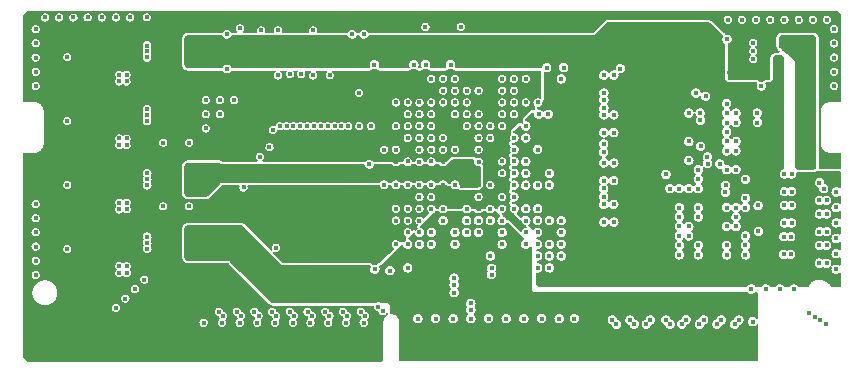
<source format=gbr>
%TF.GenerationSoftware,KiCad,Pcbnew,(6.0.4)*%
%TF.CreationDate,2022-07-06T17:02:12+08:00*%
%TF.ProjectId,XC6SLX25(FTG256)_Min,58433653-4c58-4323-9528-465447323536,rev?*%
%TF.SameCoordinates,Original*%
%TF.FileFunction,Copper,L3,Inr*%
%TF.FilePolarity,Positive*%
%FSLAX46Y46*%
G04 Gerber Fmt 4.6, Leading zero omitted, Abs format (unit mm)*
G04 Created by KiCad (PCBNEW (6.0.4)) date 2022-07-06 17:02:12*
%MOMM*%
%LPD*%
G01*
G04 APERTURE LIST*
%TA.AperFunction,ViaPad*%
%ADD10C,0.400000*%
%TD*%
%TA.AperFunction,ViaPad*%
%ADD11C,0.450000*%
%TD*%
G04 APERTURE END LIST*
D10*
%TO.N,/DDR_VTT*%
X172105401Y-90416362D03*
X172105401Y-91556362D03*
D11*
X170575000Y-81760000D03*
D10*
X172105401Y-90976362D03*
D11*
X170575000Y-81110000D03*
D10*
X172625401Y-91286362D03*
X172625401Y-90706362D03*
D11*
%TO.N,/DDR_VREF*%
X165725000Y-80940000D03*
D10*
X149672500Y-100312500D03*
X166475000Y-95205000D03*
X160545001Y-92404999D03*
X148675000Y-88305000D03*
%TO.N,/DDR_A8*%
X174140802Y-99908585D03*
X150675000Y-99305000D03*
X167275000Y-99205000D03*
%TO.N,GND*%
X143675000Y-96305000D03*
X168340000Y-95030000D03*
D11*
X116600000Y-81490000D03*
D10*
X107175000Y-94905000D03*
X142675000Y-90305000D03*
X134975000Y-80505000D03*
X174775000Y-80105000D03*
X152785000Y-104605000D03*
X168275000Y-87205000D03*
D11*
X116610000Y-98179999D03*
D10*
X143175000Y-79905000D03*
X145675000Y-93305000D03*
X168615000Y-84905000D03*
X123375000Y-80505000D03*
X138675000Y-97305000D03*
X112775000Y-79105000D03*
X121395000Y-104955000D03*
X107175000Y-96105000D03*
X151505000Y-104605000D03*
X172975000Y-79305000D03*
X136675000Y-90310000D03*
X170175000Y-102105000D03*
X151675000Y-84310000D03*
X113975000Y-79105000D03*
X147016250Y-104605000D03*
X165775000Y-79305000D03*
X107975000Y-79105000D03*
X166975000Y-79305000D03*
X133445000Y-104955000D03*
X115575000Y-102105000D03*
X165095000Y-91515000D03*
X123375000Y-83505000D03*
X150008750Y-104605000D03*
D11*
X116600000Y-82489999D03*
D10*
X166475000Y-89605000D03*
X174955000Y-96502000D03*
X107175000Y-84905000D03*
X163435000Y-87190000D03*
D11*
X116610000Y-93310000D03*
D10*
X147675000Y-91305000D03*
X148512500Y-104605000D03*
X133975000Y-80505000D03*
X167935000Y-81950000D03*
X134575000Y-88305000D03*
X142675000Y-93310000D03*
X122945000Y-104955000D03*
X141675000Y-85305000D03*
X149675000Y-90305000D03*
X167935000Y-82650000D03*
X117975000Y-95105000D03*
X120175000Y-95105000D03*
X128945000Y-104955000D03*
X113975000Y-103705000D03*
X117975000Y-89705000D03*
X140675000Y-98305000D03*
X122775000Y-87305000D03*
X107175000Y-80105000D03*
X167275000Y-92805000D03*
X110375000Y-79105000D03*
X127525000Y-98605000D03*
X138675000Y-87305000D03*
X124775000Y-93505000D03*
X149675000Y-86305001D03*
X142527500Y-104605000D03*
D11*
X116610000Y-92809999D03*
D10*
X135895000Y-100425000D03*
X136675000Y-93310000D03*
X123975000Y-86105000D03*
X134945000Y-104955000D03*
X174955000Y-93890000D03*
X107175000Y-97305000D03*
X139535000Y-104605000D03*
X124445000Y-104955000D03*
X168175000Y-79305000D03*
D11*
X116610000Y-98680000D03*
D10*
X174775000Y-84905000D03*
X167775000Y-102105000D03*
X127265000Y-88625000D03*
X107175000Y-82505000D03*
X174175000Y-79305000D03*
X135425750Y-91508948D03*
X142605000Y-102415000D03*
D11*
X116600000Y-87380000D03*
D10*
X174955000Y-99114000D03*
X121575000Y-87305000D03*
X111575000Y-79105000D03*
X174955000Y-100420000D03*
D11*
X116610000Y-97680000D03*
D10*
X107175000Y-100905000D03*
X168275000Y-88005000D03*
X122775000Y-86105000D03*
X107175000Y-81305000D03*
X116575000Y-79105000D03*
X168360000Y-97215000D03*
X144023750Y-104605000D03*
D11*
X116599999Y-86880001D03*
D10*
X145520000Y-104605000D03*
X120175000Y-89705000D03*
X114775000Y-102905000D03*
X174775000Y-81305000D03*
D11*
X116600000Y-87879999D03*
D10*
X125945000Y-104955000D03*
X150445000Y-83355000D03*
X126175000Y-90905000D03*
X174955000Y-95196000D03*
X145675000Y-99305000D03*
X161675000Y-93605000D03*
X144675000Y-94305000D03*
X139675000Y-93305000D03*
X149675000Y-93305000D03*
X171375000Y-102105000D03*
X174955000Y-97808000D03*
X144675000Y-91310000D03*
X107175000Y-83705000D03*
X107175000Y-99705000D03*
X131945000Y-104955000D03*
X174775000Y-82505000D03*
D11*
X116610000Y-92310000D03*
D10*
X116375000Y-101305000D03*
X115175000Y-79105000D03*
X171775000Y-79305000D03*
X135575000Y-88305000D03*
X144675000Y-90310000D03*
X168975000Y-102105000D03*
X170575000Y-79305000D03*
X109175000Y-79105000D03*
X148675000Y-97305000D03*
X140175000Y-79905000D03*
X126975000Y-90105000D03*
X141031250Y-104605000D03*
X174775000Y-83705000D03*
X134555000Y-85505000D03*
X144675000Y-88305000D03*
X130445000Y-104955000D03*
X121575000Y-86105000D03*
D11*
X116600000Y-81990000D03*
D10*
X169375000Y-79305000D03*
X167935000Y-81250000D03*
X107175000Y-98505000D03*
X121575000Y-88505000D03*
X127445000Y-104955000D03*
%TO.N,/DDR_A14*%
X173540802Y-99908585D03*
X147675000Y-95305000D03*
X165675000Y-99205001D03*
%TO.N,/DDR_A13*%
X163275000Y-99205000D03*
X146675000Y-95305000D03*
X171105401Y-99170452D03*
%TO.N,Net-(R40-Pad1)*%
X127695000Y-84015000D03*
%TO.N,Net-(R42-Pad1)*%
X130675000Y-80205000D03*
%TO.N,/DDR_RESET*%
X148675000Y-96305000D03*
X161675000Y-99205000D03*
%TO.N,/DDR_A6*%
X167275000Y-98405000D03*
X174140802Y-98408585D03*
X148675000Y-93305000D03*
%TO.N,/DDR_A11*%
X165675000Y-98405000D03*
X173540802Y-98408585D03*
X149675000Y-96304999D03*
%TO.N,/DDR_A9*%
X150675000Y-100305000D03*
X163275000Y-98405000D03*
X170505401Y-99170452D03*
D11*
%TO.N,+3V3*%
X144992501Y-79900000D03*
X120200000Y-86644999D03*
D10*
X146675001Y-89305000D03*
X142675000Y-89304999D03*
X148675000Y-85305000D03*
D11*
X112625000Y-104905000D03*
D10*
X141675000Y-93305000D03*
X151882501Y-80000000D03*
X148675000Y-80000000D03*
D11*
X166525000Y-83780000D03*
D10*
X145675000Y-87305000D03*
X129185000Y-80205000D03*
D11*
X120200000Y-88095000D03*
X113125000Y-104905000D03*
X120200000Y-87369999D03*
D10*
X136675000Y-88310000D03*
X141675001Y-91305000D03*
X141172501Y-80000000D03*
X138675000Y-94304999D03*
D11*
X112125000Y-104905000D03*
D10*
X136675000Y-96310000D03*
X132075000Y-80205000D03*
X146675001Y-93305000D03*
X142292501Y-80010000D03*
X144675000Y-86310000D03*
X137675000Y-91310000D03*
X144675000Y-95305000D03*
D11*
X165935000Y-83780000D03*
D10*
X141675000Y-94305000D03*
X141675000Y-87305000D03*
X139197500Y-80000000D03*
X147675000Y-96305000D03*
X138675000Y-90305000D03*
X138675000Y-85305000D03*
%TO.N,+1V5*%
X167275000Y-93605000D03*
X168355000Y-96405000D03*
X168355000Y-89675000D03*
X169995000Y-84470000D03*
D11*
X170195000Y-82440000D03*
D10*
X148675000Y-94305000D03*
X160675000Y-90805001D03*
X160185000Y-93605000D03*
X160675001Y-86805000D03*
X166475000Y-91205000D03*
X168355000Y-98005000D03*
X168355000Y-92405000D03*
X160675001Y-98005000D03*
X168355000Y-88745000D03*
X160675000Y-88404999D03*
X148675000Y-90305000D03*
X160675000Y-96405001D03*
X167515000Y-86205000D03*
X150675000Y-97305000D03*
X149675000Y-92305000D03*
D11*
X120200000Y-82710000D03*
X120200000Y-82035000D03*
D10*
X149675000Y-88304998D03*
D11*
X120199999Y-81360000D03*
D10*
%TO.N,+2V5*%
X138675000Y-99305000D03*
D11*
X120210000Y-98177500D03*
X120210000Y-97415000D03*
D10*
X145675000Y-97305000D03*
X141675000Y-97305000D03*
D11*
X154375000Y-104905000D03*
X120189430Y-98919430D03*
X154875000Y-104905000D03*
D10*
X148675000Y-99305000D03*
X142675000Y-99305000D03*
%TO.N,/DDR_A7*%
X161675000Y-98405000D03*
X171105401Y-97670452D03*
X149675000Y-97305000D03*
%TO.N,/DDR_A4*%
X173540802Y-97251540D03*
X147675000Y-94304999D03*
X167275000Y-97605000D03*
%TO.N,/DDR_A1*%
X146675000Y-91305000D03*
X174140802Y-95751540D03*
X165675000Y-96805000D03*
%TO.N,/DDR_A2*%
X162475000Y-97605000D03*
X151675000Y-97305000D03*
X171175000Y-96513407D03*
%TO.N,/DDR_A5*%
X147675000Y-93305001D03*
X170505401Y-97670452D03*
X161675000Y-97605000D03*
%TO.N,/DDR_BA1*%
X173540802Y-95751540D03*
X150675000Y-98305000D03*
X166475000Y-96004999D03*
%TO.N,+1V2*%
X142675000Y-92305000D03*
X143675000Y-93305000D03*
X144675000Y-93305000D03*
D11*
X120210000Y-93485000D03*
D10*
X143675000Y-92310000D03*
D11*
X120210000Y-92060000D03*
D10*
X142675000Y-91305000D03*
X144675000Y-92305000D03*
X143675000Y-91305000D03*
D11*
X120210000Y-92772500D03*
D10*
%TO.N,/DDR_A12*%
X174140802Y-97251540D03*
X149675000Y-95305000D03*
X166475000Y-96805000D03*
%TO.N,/DDR_A0*%
X171175000Y-95013407D03*
X162475000Y-96805000D03*
X147675000Y-90305000D03*
%TO.N,/DDR_A3*%
X148675000Y-89305000D03*
X161675000Y-96805000D03*
X170575000Y-96513407D03*
%TO.N,/DDR_BA2*%
X163275000Y-96005000D03*
X151675000Y-99305000D03*
X170575000Y-95013407D03*
%TO.N,/DDR_BA0*%
X149675000Y-98305000D03*
X171175000Y-93856362D03*
X161675000Y-96005000D03*
%TO.N,Net-(DDR3-1-PadL8)*%
X167275000Y-95205000D03*
%TO.N,/DDR_A10*%
X173540802Y-94594495D03*
X165675000Y-95204999D03*
X146675001Y-94305000D03*
%TO.N,/DDR_WE*%
X163275000Y-95205000D03*
X170575000Y-93856362D03*
X151675001Y-98305000D03*
%TO.N,/DDR_CS1*%
X161675000Y-95205000D03*
X149675000Y-99305000D03*
X170575000Y-92356362D03*
%TO.N,/DDR_CKE*%
X148675000Y-95305000D03*
X174140802Y-94594495D03*
X167275000Y-94405000D03*
%TO.N,/DDR_CLK-*%
X151675000Y-96305000D03*
X165575000Y-93905000D03*
%TO.N,/DDR_~{CAS}*%
X162485000Y-93605000D03*
X147675000Y-92305000D03*
X173905000Y-93600000D03*
%TO.N,/DDR_ODT*%
X171175000Y-92356362D03*
X160875000Y-93605000D03*
X147674999Y-89305000D03*
%TO.N,/DDR_CLK+*%
X150675000Y-96305000D03*
X165585000Y-93305000D03*
%TO.N,/DDR_~{RAS}*%
X146675000Y-92305000D03*
X173540802Y-93094495D03*
X163275000Y-93605000D03*
%TO.N,/DDR_D5*%
X166475000Y-92005000D03*
X155285001Y-96435000D03*
%TO.N,/DDR_D7*%
X156125001Y-96435000D03*
X165675000Y-92005000D03*
%TO.N,/DDR_D4*%
X163275000Y-92805000D03*
X156125001Y-94935001D03*
%TO.N,/DDR_LDQS-*%
X164065000Y-91475000D03*
X155275001Y-94285000D03*
%TO.N,/DDR_D6*%
X155285001Y-94935000D03*
X163275000Y-92005000D03*
%TO.N,/DDR_D3*%
X166474999Y-90405000D03*
X156125001Y-92925000D03*
%TO.N,/DDR_D1*%
X165675000Y-90405000D03*
X156125001Y-91425000D03*
%TO.N,/DDR_LDQS+*%
X164055000Y-90914999D03*
X155275001Y-93585000D03*
%TO.N,/DDR_D2*%
X155285001Y-92925000D03*
X162475000Y-91205000D03*
%TO.N,/DDR_LDM*%
X155275001Y-90515000D03*
X165674999Y-89605000D03*
%TO.N,/DDR_D0*%
X163475000Y-90005000D03*
X155285001Y-91425000D03*
%TO.N,/DDR_D8*%
X165675000Y-88805000D03*
X156125001Y-88854999D03*
%TO.N,/DDR_UDM*%
X155275001Y-89815000D03*
X162475000Y-89605000D03*
%TO.N,/DDR_D10*%
X166475000Y-88005000D03*
X155285001Y-88855000D03*
%TO.N,/DDR_UDQS+*%
X165675000Y-88005000D03*
X155285001Y-86785000D03*
%TO.N,/DDR_D9*%
X163455000Y-87824999D03*
X155285001Y-87355000D03*
%TO.N,/DDR_D11*%
X162474999Y-87205000D03*
X156125001Y-87355000D03*
%TO.N,/DDR_D14*%
X155285001Y-83995000D03*
X166475001Y-87205000D03*
%TO.N,/DDR_UDQS-*%
X155285001Y-86085000D03*
X165675000Y-87205000D03*
%TO.N,/DDR_D12*%
X165675001Y-86405000D03*
X156125000Y-83995000D03*
%TO.N,/DDR_D15*%
X163904999Y-85775000D03*
X156685000Y-83435000D03*
%TO.N,/DDR_D13*%
X155285001Y-85495000D03*
X163075000Y-85505000D03*
%TO.N,Net-(R1-Pad1)*%
X148675000Y-98305000D03*
%TO.N,TMS*%
X137175000Y-100555000D03*
X174125000Y-105055000D03*
%TO.N,TDI*%
X139675000Y-98305000D03*
X172625000Y-104155000D03*
%TO.N,TCK*%
X137675001Y-98305000D03*
X173625000Y-104755000D03*
%TO.N,TDO*%
X173125000Y-104455000D03*
X137675000Y-96305000D03*
%TO.N,RESET_FPGA*%
X124490000Y-80035000D03*
X151885000Y-83350000D03*
%TO.N,Flash_CLK*%
X130675000Y-84015000D03*
X140675000Y-84305000D03*
%TO.N,Net-(R8-Pad1)*%
X135855000Y-83100000D03*
X137675000Y-86305000D03*
%TO.N,Net-(R9-Pad1)*%
X140675000Y-89305000D03*
X142300000Y-83100000D03*
%TO.N,5V*%
X109850000Y-87870000D03*
X114870000Y-83960000D03*
X114880000Y-100730000D03*
X114880000Y-95360000D03*
X114870000Y-89350000D03*
X114270000Y-95360000D03*
X114270000Y-100730000D03*
X114270000Y-100160000D03*
X114870000Y-84530000D03*
X114880000Y-94790000D03*
X114260000Y-84530000D03*
X109860000Y-93310000D03*
X114260000Y-89350000D03*
X114270000Y-94790000D03*
X114870000Y-89920000D03*
X114260000Y-89919999D03*
X109860000Y-98709999D03*
X109850000Y-82480000D03*
X114880000Y-100160000D03*
X114260000Y-83960000D03*
%TO.N,/DDR_MUDM*%
X148675000Y-91305000D03*
%TO.N,/DDR_MUDQS-*%
X150575000Y-87304999D03*
%TO.N,/DDR_MUDQS+*%
X149775000Y-87305000D03*
%TO.N,/DDR_MLDQS-*%
X150664486Y-93288111D03*
%TO.N,/DDR_MLDQS+*%
X150675000Y-92305000D03*
%TO.N,/DDR_MLDM*%
X148675000Y-92305000D03*
%TO.N,/FPGA_BL_DONE*%
X138675000Y-86305000D03*
X139197364Y-83100000D03*
%TO.N,/Bank1_L1-*%
X139675000Y-96305000D03*
X133551777Y-104381777D03*
%TO.N,/Bank1_L1+*%
X138675000Y-96305000D03*
X133198223Y-104028223D03*
%TO.N,/Bank1_L30+*%
X139675000Y-95305000D03*
X134698223Y-104028223D03*
%TO.N,/Bank1_L32+*%
X132051777Y-104381777D03*
X138675000Y-95305000D03*
%TO.N,/Bank1_L32-*%
X137675000Y-95305000D03*
X131698223Y-104028223D03*
%TO.N,/Bank1_L30-*%
X140675000Y-94305000D03*
X135051777Y-104381777D03*
%TO.N,/Bank1_L38+*%
X136198223Y-103628223D03*
X139675000Y-94305000D03*
%TO.N,/Bank1_L38-*%
X136551777Y-103981777D03*
X140675000Y-93305000D03*
%TO.N,/Bank1_L39+*%
X138674999Y-93305000D03*
X129051777Y-104381777D03*
%TO.N,/Bank1_L39-*%
X128698223Y-104028223D03*
X137675000Y-93310000D03*
%TO.N,/Bank1_L40+*%
X130551777Y-104381777D03*
X140674999Y-91305000D03*
%TO.N,/Bank1_L40-*%
X139675000Y-91310000D03*
X130198223Y-104028223D03*
%TO.N,/Bank1_L41+*%
X138675000Y-91305000D03*
X126051777Y-104381777D03*
%TO.N,/Bank1_L42-*%
X127551777Y-104381777D03*
X140675000Y-90305000D03*
%TO.N,/Bank1_L42+*%
X127198223Y-104028223D03*
X139675000Y-90305000D03*
%TO.N,/Bank1_L41-*%
X137675000Y-90305000D03*
X125698223Y-104028223D03*
%TO.N,/Bank1_L53+*%
X124551777Y-104381777D03*
X139675000Y-89305000D03*
%TO.N,/Bank1_L53-*%
X124198223Y-104028223D03*
X138674999Y-89305000D03*
%TO.N,/Bank1_L74+*%
X138675000Y-88305000D03*
X123051777Y-104381777D03*
%TO.N,/Bank1_L74-*%
X137675000Y-88305000D03*
X122698223Y-104028223D03*
%TO.N,/Bank0_L37+*%
X142600000Y-101730000D03*
X141675000Y-96305000D03*
%TO.N,/Bank0_L37-*%
X142600000Y-101180000D03*
X142675000Y-98310000D03*
%TO.N,/Bank0_L38+*%
X143675000Y-97310000D03*
%TO.N,/Bank0_L38-*%
X144675000Y-97310000D03*
%TO.N,/Bank0_L5+*%
X145775000Y-100330000D03*
X145675000Y-95305000D03*
%TO.N,/Bank0_L5-*%
X146675000Y-96305000D03*
X145775000Y-100880000D03*
%TO.N,/Bank0_L40+*%
X144025000Y-103305000D03*
X143675000Y-95305000D03*
%TO.N,/Bank0_L40-*%
X144025000Y-103855000D03*
X142675000Y-97305000D03*
%TO.N,/Bank0_L7+*%
X146675000Y-97305000D03*
%TO.N,/Bank0_L7-*%
X146675001Y-98305000D03*
%TO.N,/Bank0_L63+*%
X138674999Y-98305000D03*
%TO.N,/Bank0_L63-*%
X138675000Y-100310000D03*
%TO.N,/Bank0_L64+*%
X141675000Y-95305000D03*
%TO.N,/Bank0_L64-*%
X140675000Y-95310000D03*
%TO.N,/Bank0_L66+*%
X140675000Y-97305000D03*
%TO.N,/Bank0_L36+*%
X145675000Y-96305000D03*
%TO.N,/Bank0_L66-*%
X139675000Y-97305000D03*
%TO.N,/Bank0_L36-*%
X144675001Y-96305000D03*
%TO.N,/Bank2_L64-*%
X131321000Y-88315000D03*
X146675000Y-87305000D03*
%TO.N,/Bank2_L64+*%
X146675000Y-88305000D03*
X131902000Y-88315000D03*
%TO.N,/Bank2_L63-*%
X127835000Y-88315000D03*
X147675000Y-84305000D03*
%TO.N,/Bank2_L30-*%
X160538223Y-104728223D03*
X143675000Y-85305000D03*
%TO.N,/Bank2_L63+*%
X148675000Y-86305000D03*
X132483000Y-88315000D03*
%TO.N,/Bank2_L30+*%
X143675000Y-86305001D03*
X160891777Y-105081777D03*
%TO.N,/Bank2_L62-*%
X165221777Y-104718223D03*
X145675000Y-89305000D03*
%TO.N,/Bank2_L29-*%
X143675000Y-87310000D03*
X156351777Y-105081777D03*
%TO.N,/Bank2_L62+*%
X164868223Y-105071777D03*
X144675000Y-89305000D03*
%TO.N,/Bank2_L29+*%
X155998223Y-104728223D03*
X143675000Y-88305000D03*
%TO.N,/Bank2_L49-*%
X166368223Y-105071777D03*
X147675000Y-86305000D03*
%TO.N,/Bank2_L23-*%
X159225940Y-104731282D03*
X142675000Y-84305000D03*
%TO.N,/Bank2_L49+*%
X147675000Y-87305000D03*
X166721777Y-104718223D03*
%TO.N,/Bank2_L23+*%
X158872386Y-105084836D03*
X142675000Y-85305000D03*
%TO.N,/Bank2_L48-*%
X147675000Y-85305000D03*
X167880000Y-104870000D03*
%TO.N,/Bank2_L16-*%
X141675000Y-89310000D03*
X162241777Y-104708223D03*
%TO.N,/Bank2_L48+*%
X129578000Y-88315000D03*
X146675000Y-85305000D03*
%TO.N,/Bank2_L16+*%
X161888223Y-105061777D03*
X141675000Y-90310000D03*
%TO.N,/Bank2_L47-*%
X146675000Y-84305000D03*
X128416000Y-88315000D03*
%TO.N,/Bank2_L14-*%
X157851777Y-105081777D03*
X142675000Y-86305000D03*
%TO.N,/Bank2_L47+*%
X130740000Y-88315000D03*
X146675000Y-86305000D03*
%TO.N,/Bank2_L14+*%
X157498223Y-104728223D03*
X142675000Y-87305000D03*
%TO.N,/Bank2_L31+*%
X163378223Y-105071777D03*
X144675000Y-87305000D03*
%TO.N,/Bank2_L13-*%
X140675000Y-86305001D03*
X130159000Y-88315000D03*
%TO.N,/Bank2_L32+*%
X128997000Y-88315000D03*
X144675000Y-85310000D03*
%TO.N,/Bank2_L2-*%
X140675000Y-88305000D03*
X133064000Y-88315000D03*
%TO.N,/Bank2_L31-*%
X145675000Y-88305000D03*
X163731777Y-104718223D03*
%TO.N,/Bank2_L2+*%
X139675000Y-88305000D03*
X133645000Y-88315000D03*
%TO.N,Flash_CS*%
X148675000Y-84305000D03*
X126275000Y-80205000D03*
%TO.N,Net-(R4-Pad1)*%
X140675000Y-87304999D03*
X140200000Y-83100000D03*
%TO.N,Flash_MISO_2*%
X128715000Y-83905000D03*
X139675000Y-87305000D03*
%TO.N,Flash_MISO_3*%
X129655000Y-83905000D03*
X139675000Y-86305000D03*
%TO.N,Flash_MISO_1*%
X141675000Y-86305000D03*
X127695000Y-80205000D03*
%TO.N,Flash_MOSI*%
X141675000Y-84305000D03*
X132075000Y-84015000D03*
%TD*%
%TA.AperFunction,Conductor*%
%TO.N,+1V2*%
G36*
X144213280Y-91114010D02*
G01*
X144238911Y-91125716D01*
X144260207Y-91144169D01*
X144275442Y-91167874D01*
X144283380Y-91194911D01*
X144283380Y-91223089D01*
X144281469Y-91232863D01*
X144279456Y-91240967D01*
X144279099Y-91244454D01*
X144274043Y-91293801D01*
X144273675Y-91297388D01*
X144273812Y-91300879D01*
X144273812Y-91300884D01*
X144274696Y-91323381D01*
X144275902Y-91354061D01*
X144276530Y-91357502D01*
X144276531Y-91357507D01*
X144285179Y-91404855D01*
X144286092Y-91409855D01*
X144304041Y-91463656D01*
X144312822Y-91481230D01*
X144326397Y-91508397D01*
X144329392Y-91514392D01*
X144331382Y-91517271D01*
X144331383Y-91517273D01*
X144337779Y-91526527D01*
X144361639Y-91561049D01*
X144400139Y-91602698D01*
X144402849Y-91604905D01*
X144402853Y-91604908D01*
X144437980Y-91633506D01*
X144444122Y-91638506D01*
X144492712Y-91667760D01*
X144544940Y-91689875D01*
X144548319Y-91690771D01*
X144548325Y-91690773D01*
X144596373Y-91703513D01*
X144596381Y-91703515D01*
X144599762Y-91704411D01*
X144603235Y-91704822D01*
X144603240Y-91704823D01*
X144652613Y-91710666D01*
X144656086Y-91711077D01*
X144659575Y-91710995D01*
X144659580Y-91710995D01*
X144681298Y-91710483D01*
X144712787Y-91709741D01*
X144759746Y-91701925D01*
X144787917Y-91701302D01*
X144815123Y-91708640D01*
X144839160Y-91723346D01*
X144858079Y-91744229D01*
X144870349Y-91769595D01*
X144875000Y-91799582D01*
X144875000Y-93206110D01*
X144874695Y-93213877D01*
X144871918Y-93249165D01*
X144869487Y-93264511D01*
X144862136Y-93295128D01*
X144857336Y-93309901D01*
X144845284Y-93338997D01*
X144838232Y-93352838D01*
X144821776Y-93379692D01*
X144812645Y-93392259D01*
X144792193Y-93416206D01*
X144781206Y-93427193D01*
X144757259Y-93447645D01*
X144744692Y-93456776D01*
X144717838Y-93473232D01*
X144703997Y-93480284D01*
X144674901Y-93492336D01*
X144660128Y-93497136D01*
X144629511Y-93504487D01*
X144614165Y-93506918D01*
X144602951Y-93507801D01*
X144578875Y-93509695D01*
X144571110Y-93510000D01*
X143164974Y-93510000D01*
X143137082Y-93505990D01*
X143111451Y-93494284D01*
X143090155Y-93475831D01*
X143074920Y-93452126D01*
X143066982Y-93425089D01*
X143066982Y-93396911D01*
X143067555Y-93393640D01*
X143068180Y-93391424D01*
X143073199Y-93354061D01*
X143075395Y-93337716D01*
X143075396Y-93337709D01*
X143075731Y-93335212D01*
X143076523Y-93310000D01*
X143075276Y-93292388D01*
X143072765Y-93256922D01*
X143072764Y-93256917D01*
X143072517Y-93253425D01*
X143060580Y-93197979D01*
X143040949Y-93144768D01*
X143034791Y-93133354D01*
X143026511Y-93118009D01*
X143014017Y-93094853D01*
X143011697Y-93091711D01*
X142982398Y-93052045D01*
X142982396Y-93052043D01*
X142980320Y-93049232D01*
X142940532Y-93008813D01*
X142895445Y-92974404D01*
X142845960Y-92946691D01*
X142842705Y-92945432D01*
X142842697Y-92945428D01*
X142796337Y-92927493D01*
X142796334Y-92927492D01*
X142793064Y-92926227D01*
X142789651Y-92925436D01*
X142789648Y-92925435D01*
X142771493Y-92921227D01*
X142737812Y-92913420D01*
X142734326Y-92913118D01*
X142734325Y-92913118D01*
X142684796Y-92908829D01*
X142684794Y-92908829D01*
X142681307Y-92908527D01*
X142624676Y-92911643D01*
X142621252Y-92912324D01*
X142621245Y-92912325D01*
X142597614Y-92917026D01*
X142569049Y-92922708D01*
X142515536Y-92941500D01*
X142487655Y-92955983D01*
X142468311Y-92966031D01*
X142468305Y-92966035D01*
X142465205Y-92967645D01*
X142462358Y-92969680D01*
X142462354Y-92969682D01*
X142452770Y-92976531D01*
X142419060Y-93000621D01*
X142412699Y-93006689D01*
X142380552Y-93037355D01*
X142380548Y-93037359D01*
X142378021Y-93039770D01*
X142375859Y-93042512D01*
X142375854Y-93042518D01*
X142368344Y-93052045D01*
X142342908Y-93084311D01*
X142314421Y-93133354D01*
X142313105Y-93136602D01*
X142313104Y-93136605D01*
X142307634Y-93150111D01*
X142293447Y-93174457D01*
X142272975Y-93193820D01*
X142247877Y-93206631D01*
X142220187Y-93211852D01*
X142192147Y-93209060D01*
X142166030Y-93198482D01*
X142151580Y-93188226D01*
X142130030Y-93169821D01*
X142130027Y-93169819D01*
X142127072Y-93167295D01*
X142086933Y-93142698D01*
X142083339Y-93141209D01*
X142072223Y-93136605D01*
X142062038Y-93132386D01*
X142037807Y-93118009D01*
X142018605Y-93097386D01*
X142016334Y-93093965D01*
X142015677Y-93092930D01*
X142014017Y-93089853D01*
X142003660Y-93075831D01*
X141982398Y-93047045D01*
X141982396Y-93047043D01*
X141980320Y-93044232D01*
X141973711Y-93037518D01*
X141942988Y-93006307D01*
X141942981Y-93006301D01*
X141940532Y-93003813D01*
X141936350Y-93000621D01*
X141898232Y-92971531D01*
X141895445Y-92969404D01*
X141845960Y-92941691D01*
X141842705Y-92940432D01*
X141842697Y-92940428D01*
X141796337Y-92922493D01*
X141796334Y-92922492D01*
X141793064Y-92921227D01*
X141789651Y-92920436D01*
X141789648Y-92920435D01*
X141774940Y-92917026D01*
X141737812Y-92908420D01*
X141734326Y-92908118D01*
X141734325Y-92908118D01*
X141684796Y-92903829D01*
X141684794Y-92903829D01*
X141681307Y-92903527D01*
X141624676Y-92906643D01*
X141621252Y-92907324D01*
X141621245Y-92907325D01*
X141592124Y-92913118D01*
X141569049Y-92917708D01*
X141515536Y-92936500D01*
X141495918Y-92946691D01*
X141468311Y-92961031D01*
X141468305Y-92961035D01*
X141465205Y-92962645D01*
X141462358Y-92964680D01*
X141462354Y-92964682D01*
X141452770Y-92971531D01*
X141419060Y-92995621D01*
X141416532Y-92998033D01*
X141380552Y-93032355D01*
X141380548Y-93032359D01*
X141378021Y-93034770D01*
X141375859Y-93037512D01*
X141375854Y-93037518D01*
X141348443Y-93072290D01*
X141328026Y-93091711D01*
X141302965Y-93104593D01*
X141275290Y-93109893D01*
X141270696Y-93110000D01*
X141078852Y-93110000D01*
X141050960Y-93105990D01*
X141025329Y-93094284D01*
X141004033Y-93075831D01*
X140999219Y-93069818D01*
X140982403Y-93047051D01*
X140982397Y-93047044D01*
X140980320Y-93044232D01*
X140973711Y-93037518D01*
X140942988Y-93006307D01*
X140942981Y-93006301D01*
X140940532Y-93003813D01*
X140936350Y-93000621D01*
X140898232Y-92971531D01*
X140895445Y-92969404D01*
X140845960Y-92941691D01*
X140842705Y-92940432D01*
X140842697Y-92940428D01*
X140796337Y-92922493D01*
X140796334Y-92922492D01*
X140793064Y-92921227D01*
X140789651Y-92920436D01*
X140789648Y-92920435D01*
X140774940Y-92917026D01*
X140737812Y-92908420D01*
X140734326Y-92908118D01*
X140734325Y-92908118D01*
X140684796Y-92903829D01*
X140684794Y-92903829D01*
X140681307Y-92903527D01*
X140624676Y-92906643D01*
X140621252Y-92907324D01*
X140621245Y-92907325D01*
X140592124Y-92913118D01*
X140569049Y-92917708D01*
X140515536Y-92936500D01*
X140495918Y-92946691D01*
X140468311Y-92961031D01*
X140468305Y-92961035D01*
X140465205Y-92962645D01*
X140462358Y-92964680D01*
X140462354Y-92964682D01*
X140452770Y-92971531D01*
X140419060Y-92995621D01*
X140416532Y-92998033D01*
X140380552Y-93032355D01*
X140380548Y-93032359D01*
X140378021Y-93034770D01*
X140375859Y-93037512D01*
X140375854Y-93037518D01*
X140348443Y-93072290D01*
X140328026Y-93091711D01*
X140302965Y-93104593D01*
X140275290Y-93109893D01*
X140270696Y-93110000D01*
X140078852Y-93110000D01*
X140050960Y-93105990D01*
X140025329Y-93094284D01*
X140004033Y-93075831D01*
X139999219Y-93069818D01*
X139982403Y-93047051D01*
X139982397Y-93047044D01*
X139980320Y-93044232D01*
X139973711Y-93037518D01*
X139942988Y-93006307D01*
X139942981Y-93006301D01*
X139940532Y-93003813D01*
X139936350Y-93000621D01*
X139898232Y-92971531D01*
X139895445Y-92969404D01*
X139845960Y-92941691D01*
X139842705Y-92940432D01*
X139842697Y-92940428D01*
X139796337Y-92922493D01*
X139796334Y-92922492D01*
X139793064Y-92921227D01*
X139789651Y-92920436D01*
X139789648Y-92920435D01*
X139774940Y-92917026D01*
X139737812Y-92908420D01*
X139734326Y-92908118D01*
X139734325Y-92908118D01*
X139684796Y-92903829D01*
X139684794Y-92903829D01*
X139681307Y-92903527D01*
X139624676Y-92906643D01*
X139621252Y-92907324D01*
X139621245Y-92907325D01*
X139592124Y-92913118D01*
X139569049Y-92917708D01*
X139515536Y-92936500D01*
X139495918Y-92946691D01*
X139468311Y-92961031D01*
X139468305Y-92961035D01*
X139465205Y-92962645D01*
X139462358Y-92964680D01*
X139462354Y-92964682D01*
X139452770Y-92971531D01*
X139419060Y-92995621D01*
X139416532Y-92998033D01*
X139380552Y-93032355D01*
X139380548Y-93032359D01*
X139378021Y-93034770D01*
X139375859Y-93037512D01*
X139375854Y-93037518D01*
X139348443Y-93072290D01*
X139328026Y-93091711D01*
X139302965Y-93104593D01*
X139275290Y-93109893D01*
X139270696Y-93110000D01*
X139078851Y-93110000D01*
X139050959Y-93105990D01*
X139025328Y-93094284D01*
X139004032Y-93075831D01*
X138999218Y-93069818D01*
X138982402Y-93047051D01*
X138982396Y-93047044D01*
X138980319Y-93044232D01*
X138973710Y-93037518D01*
X138942987Y-93006307D01*
X138942980Y-93006301D01*
X138940531Y-93003813D01*
X138936349Y-93000621D01*
X138898231Y-92971531D01*
X138895444Y-92969404D01*
X138845959Y-92941691D01*
X138842704Y-92940432D01*
X138842696Y-92940428D01*
X138796336Y-92922493D01*
X138796333Y-92922492D01*
X138793063Y-92921227D01*
X138789650Y-92920436D01*
X138789647Y-92920435D01*
X138774939Y-92917026D01*
X138737811Y-92908420D01*
X138734325Y-92908118D01*
X138734324Y-92908118D01*
X138684795Y-92903829D01*
X138684793Y-92903829D01*
X138681306Y-92903527D01*
X138624675Y-92906643D01*
X138621251Y-92907324D01*
X138621244Y-92907325D01*
X138592123Y-92913118D01*
X138569048Y-92917708D01*
X138515535Y-92936500D01*
X138495917Y-92946691D01*
X138468310Y-92961031D01*
X138468304Y-92961035D01*
X138465204Y-92962645D01*
X138462357Y-92964680D01*
X138462353Y-92964682D01*
X138452769Y-92971531D01*
X138419059Y-92995621D01*
X138416531Y-92998033D01*
X138380551Y-93032355D01*
X138380547Y-93032359D01*
X138378020Y-93034770D01*
X138375858Y-93037512D01*
X138375853Y-93037518D01*
X138348442Y-93072290D01*
X138328025Y-93091711D01*
X138302964Y-93104593D01*
X138275289Y-93109893D01*
X138270695Y-93110000D01*
X138075159Y-93110000D01*
X138047267Y-93105990D01*
X138021636Y-93094284D01*
X138000340Y-93075831D01*
X137995526Y-93069819D01*
X137982398Y-93052045D01*
X137982396Y-93052043D01*
X137980320Y-93049232D01*
X137940532Y-93008813D01*
X137895445Y-92974404D01*
X137845960Y-92946691D01*
X137842705Y-92945432D01*
X137842697Y-92945428D01*
X137796337Y-92927493D01*
X137796334Y-92927492D01*
X137793064Y-92926227D01*
X137789651Y-92925436D01*
X137789648Y-92925435D01*
X137771493Y-92921227D01*
X137737812Y-92913420D01*
X137734326Y-92913118D01*
X137734325Y-92913118D01*
X137684796Y-92908829D01*
X137684794Y-92908829D01*
X137681307Y-92908527D01*
X137624676Y-92911643D01*
X137621252Y-92912324D01*
X137621245Y-92912325D01*
X137597614Y-92917026D01*
X137569049Y-92922708D01*
X137515536Y-92941500D01*
X137487655Y-92955983D01*
X137468311Y-92966031D01*
X137468305Y-92966035D01*
X137465205Y-92967645D01*
X137462358Y-92969680D01*
X137462354Y-92969682D01*
X137452770Y-92976531D01*
X137419060Y-93000621D01*
X137412699Y-93006689D01*
X137380552Y-93037355D01*
X137380548Y-93037359D01*
X137378021Y-93039770D01*
X137375855Y-93042518D01*
X137375849Y-93042525D01*
X137352385Y-93072289D01*
X137331969Y-93091711D01*
X137306908Y-93104593D01*
X137279232Y-93109893D01*
X137274638Y-93110000D01*
X137075159Y-93110000D01*
X137047267Y-93105990D01*
X137021636Y-93094284D01*
X137000340Y-93075831D01*
X136995526Y-93069819D01*
X136982398Y-93052045D01*
X136982396Y-93052043D01*
X136980320Y-93049232D01*
X136940532Y-93008813D01*
X136895445Y-92974404D01*
X136845960Y-92946691D01*
X136842705Y-92945432D01*
X136842697Y-92945428D01*
X136796337Y-92927493D01*
X136796334Y-92927492D01*
X136793064Y-92926227D01*
X136789651Y-92925436D01*
X136789648Y-92925435D01*
X136771493Y-92921227D01*
X136737812Y-92913420D01*
X136734326Y-92913118D01*
X136734325Y-92913118D01*
X136684796Y-92908829D01*
X136684794Y-92908829D01*
X136681307Y-92908527D01*
X136624676Y-92911643D01*
X136621252Y-92912324D01*
X136621245Y-92912325D01*
X136597614Y-92917026D01*
X136569049Y-92922708D01*
X136515536Y-92941500D01*
X136487655Y-92955983D01*
X136468311Y-92966031D01*
X136468305Y-92966035D01*
X136465205Y-92967645D01*
X136462358Y-92969680D01*
X136462354Y-92969682D01*
X136452770Y-92976531D01*
X136419060Y-93000621D01*
X136412699Y-93006689D01*
X136380552Y-93037355D01*
X136380548Y-93037359D01*
X136378021Y-93039770D01*
X136375855Y-93042518D01*
X136375849Y-93042525D01*
X136352385Y-93072289D01*
X136331969Y-93091711D01*
X136306908Y-93104593D01*
X136279232Y-93109893D01*
X136274638Y-93110000D01*
X124853999Y-93110000D01*
X124839810Y-93108883D01*
X124837812Y-93108420D01*
X124834332Y-93108119D01*
X124834328Y-93108118D01*
X124784796Y-93103829D01*
X124784794Y-93103829D01*
X124781307Y-93103527D01*
X124724676Y-93106643D01*
X124721243Y-93107326D01*
X124721242Y-93107326D01*
X124717360Y-93108098D01*
X124698047Y-93110000D01*
X122999264Y-93110000D01*
X122989584Y-93110762D01*
X122956217Y-93113387D01*
X122956211Y-93113388D01*
X122952334Y-93113693D01*
X122906559Y-93124683D01*
X122902969Y-93126170D01*
X122902966Y-93126171D01*
X122877777Y-93136605D01*
X122863067Y-93142698D01*
X122822928Y-93167295D01*
X122787132Y-93197868D01*
X121765615Y-94219385D01*
X121759909Y-94224660D01*
X121750936Y-94232323D01*
X121732996Y-94247645D01*
X121720428Y-94256776D01*
X121693574Y-94273232D01*
X121679733Y-94280284D01*
X121650637Y-94292336D01*
X121635864Y-94297136D01*
X121605247Y-94304487D01*
X121589901Y-94306918D01*
X121578687Y-94307801D01*
X121554611Y-94309695D01*
X121546846Y-94310000D01*
X120078890Y-94310000D01*
X120071125Y-94309695D01*
X120047049Y-94307801D01*
X120035835Y-94306918D01*
X120020489Y-94304487D01*
X119989872Y-94297136D01*
X119975099Y-94292336D01*
X119946003Y-94280284D01*
X119932162Y-94273232D01*
X119905308Y-94256776D01*
X119892741Y-94247645D01*
X119868794Y-94227193D01*
X119857807Y-94216206D01*
X119837355Y-94192259D01*
X119828224Y-94179692D01*
X119811768Y-94152838D01*
X119804716Y-94138997D01*
X119792664Y-94109901D01*
X119787864Y-94095128D01*
X119780513Y-94064511D01*
X119778082Y-94049165D01*
X119775305Y-94013877D01*
X119775000Y-94006110D01*
X119775000Y-91713890D01*
X119775305Y-91706123D01*
X119778082Y-91670835D01*
X119780513Y-91655489D01*
X119787864Y-91624872D01*
X119792664Y-91610099D01*
X119804716Y-91581003D01*
X119811768Y-91567162D01*
X119828224Y-91540308D01*
X119837355Y-91527741D01*
X119857807Y-91503794D01*
X119868794Y-91492807D01*
X119892741Y-91472355D01*
X119905308Y-91463224D01*
X119932162Y-91446768D01*
X119946003Y-91439716D01*
X119975099Y-91427664D01*
X119989872Y-91422864D01*
X120007662Y-91418593D01*
X120020490Y-91415513D01*
X120035835Y-91413082D01*
X120047049Y-91412199D01*
X120071125Y-91410305D01*
X120078890Y-91410000D01*
X122699429Y-91410000D01*
X122709132Y-91410477D01*
X122716447Y-91411197D01*
X122727885Y-91412324D01*
X122746918Y-91416110D01*
X122760286Y-91420165D01*
X122778218Y-91427592D01*
X122782196Y-91429718D01*
X122790535Y-91434176D01*
X122806668Y-91444956D01*
X122818582Y-91454733D01*
X122850869Y-91481230D01*
X122869559Y-91491220D01*
X122873979Y-91493582D01*
X122880383Y-91497005D01*
X122885028Y-91498414D01*
X122907758Y-91505310D01*
X122907761Y-91505311D01*
X122912407Y-91506720D01*
X122917242Y-91507196D01*
X122917246Y-91507197D01*
X122929435Y-91508397D01*
X122945711Y-91510000D01*
X134936240Y-91510000D01*
X134964132Y-91514010D01*
X134989763Y-91525716D01*
X135011059Y-91544169D01*
X135026294Y-91567874D01*
X135033629Y-91591211D01*
X135036842Y-91608803D01*
X135054791Y-91662604D01*
X135080142Y-91713340D01*
X135082132Y-91716219D01*
X135082133Y-91716221D01*
X135099939Y-91741984D01*
X135112389Y-91759997D01*
X135150889Y-91801646D01*
X135153599Y-91803853D01*
X135153603Y-91803856D01*
X135183446Y-91828152D01*
X135194872Y-91837454D01*
X135243462Y-91866708D01*
X135295690Y-91888823D01*
X135299069Y-91889719D01*
X135299075Y-91889721D01*
X135347123Y-91902461D01*
X135347131Y-91902463D01*
X135350512Y-91903359D01*
X135353985Y-91903770D01*
X135353990Y-91903771D01*
X135396240Y-91908771D01*
X135406836Y-91910025D01*
X135410325Y-91909943D01*
X135410330Y-91909943D01*
X135432048Y-91909431D01*
X135463537Y-91908689D01*
X135519484Y-91899377D01*
X135522816Y-91898323D01*
X135522821Y-91898322D01*
X135541033Y-91892562D01*
X135573560Y-91882275D01*
X135605979Y-91866708D01*
X135621526Y-91859243D01*
X135621533Y-91859239D01*
X135624688Y-91857724D01*
X135627596Y-91855781D01*
X135627601Y-91855778D01*
X135668945Y-91828152D01*
X135668950Y-91828148D01*
X135671846Y-91826213D01*
X135714094Y-91788373D01*
X135750589Y-91744957D01*
X135764067Y-91723346D01*
X135778750Y-91699803D01*
X135778752Y-91699800D01*
X135780602Y-91696833D01*
X135787245Y-91681808D01*
X135797199Y-91659291D01*
X135803535Y-91644959D01*
X135804485Y-91641590D01*
X135804488Y-91641582D01*
X135817982Y-91593734D01*
X135817982Y-91593732D01*
X135818930Y-91590372D01*
X135819212Y-91588276D01*
X135828565Y-91562418D01*
X135845227Y-91539694D01*
X135867617Y-91522584D01*
X135893920Y-91512476D01*
X135915921Y-91510000D01*
X137274436Y-91510000D01*
X137302328Y-91514010D01*
X137327959Y-91525716D01*
X137349255Y-91544169D01*
X137355874Y-91552708D01*
X137361639Y-91561049D01*
X137400139Y-91602698D01*
X137402849Y-91604905D01*
X137402853Y-91604908D01*
X137437980Y-91633506D01*
X137444122Y-91638506D01*
X137492712Y-91667760D01*
X137544940Y-91689875D01*
X137548319Y-91690771D01*
X137548325Y-91690773D01*
X137596373Y-91703513D01*
X137596381Y-91703515D01*
X137599762Y-91704411D01*
X137603235Y-91704822D01*
X137603240Y-91704823D01*
X137652613Y-91710666D01*
X137656086Y-91711077D01*
X137659575Y-91710995D01*
X137659580Y-91710995D01*
X137681298Y-91710483D01*
X137712787Y-91709741D01*
X137768734Y-91700429D01*
X137772066Y-91699375D01*
X137772071Y-91699374D01*
X137790283Y-91693614D01*
X137822810Y-91683327D01*
X137855229Y-91667760D01*
X137870776Y-91660295D01*
X137870783Y-91660291D01*
X137873938Y-91658776D01*
X137876846Y-91656833D01*
X137876851Y-91656830D01*
X137918195Y-91629204D01*
X137918200Y-91629200D01*
X137921096Y-91627265D01*
X137963344Y-91589425D01*
X137970424Y-91581003D01*
X137999839Y-91546009D01*
X138000317Y-91546411D01*
X138015716Y-91530578D01*
X138040257Y-91516731D01*
X138067706Y-91510360D01*
X138076139Y-91510000D01*
X138277892Y-91510000D01*
X138305784Y-91514010D01*
X138331415Y-91525716D01*
X138352711Y-91544169D01*
X138359333Y-91552713D01*
X138361639Y-91556049D01*
X138400139Y-91597698D01*
X138402849Y-91599905D01*
X138402853Y-91599908D01*
X138441412Y-91631300D01*
X138444122Y-91633506D01*
X138492712Y-91662760D01*
X138544940Y-91684875D01*
X138548319Y-91685771D01*
X138548325Y-91685773D01*
X138596373Y-91698513D01*
X138596381Y-91698515D01*
X138599762Y-91699411D01*
X138603235Y-91699822D01*
X138603240Y-91699823D01*
X138645490Y-91704823D01*
X138656086Y-91706077D01*
X138659575Y-91705995D01*
X138659580Y-91705995D01*
X138681298Y-91705483D01*
X138712787Y-91704741D01*
X138768734Y-91695429D01*
X138772066Y-91694375D01*
X138772071Y-91694374D01*
X138790612Y-91688510D01*
X138822810Y-91678327D01*
X138855229Y-91662760D01*
X138870776Y-91655295D01*
X138870783Y-91655291D01*
X138873938Y-91653776D01*
X138876846Y-91651833D01*
X138876851Y-91651830D01*
X138918195Y-91624204D01*
X138918200Y-91624200D01*
X138921096Y-91622265D01*
X138963344Y-91584425D01*
X138965597Y-91581745D01*
X138996234Y-91545298D01*
X139017251Y-91526527D01*
X139042705Y-91514439D01*
X139072017Y-91510000D01*
X139274436Y-91510000D01*
X139302328Y-91514010D01*
X139327959Y-91525716D01*
X139349255Y-91544169D01*
X139355874Y-91552708D01*
X139361639Y-91561049D01*
X139400139Y-91602698D01*
X139402849Y-91604905D01*
X139402853Y-91604908D01*
X139437980Y-91633506D01*
X139444122Y-91638506D01*
X139492712Y-91667760D01*
X139544940Y-91689875D01*
X139548319Y-91690771D01*
X139548325Y-91690773D01*
X139596373Y-91703513D01*
X139596381Y-91703515D01*
X139599762Y-91704411D01*
X139603235Y-91704822D01*
X139603240Y-91704823D01*
X139652613Y-91710666D01*
X139656086Y-91711077D01*
X139659575Y-91710995D01*
X139659580Y-91710995D01*
X139681298Y-91710483D01*
X139712787Y-91709741D01*
X139768734Y-91700429D01*
X139772066Y-91699375D01*
X139772071Y-91699374D01*
X139790283Y-91693614D01*
X139822810Y-91683327D01*
X139855229Y-91667760D01*
X139870776Y-91660295D01*
X139870783Y-91660291D01*
X139873938Y-91658776D01*
X139876846Y-91656833D01*
X139876851Y-91656830D01*
X139918195Y-91629204D01*
X139918200Y-91629200D01*
X139921096Y-91627265D01*
X139963344Y-91589425D01*
X139970424Y-91581003D01*
X139999839Y-91546009D01*
X140000317Y-91546411D01*
X140015716Y-91530578D01*
X140040257Y-91516731D01*
X140067706Y-91510360D01*
X140076139Y-91510000D01*
X140277891Y-91510000D01*
X140305783Y-91514010D01*
X140331414Y-91525716D01*
X140352710Y-91544169D01*
X140359332Y-91552713D01*
X140361638Y-91556049D01*
X140400138Y-91597698D01*
X140402848Y-91599905D01*
X140402852Y-91599908D01*
X140441411Y-91631300D01*
X140444121Y-91633506D01*
X140492711Y-91662760D01*
X140544939Y-91684875D01*
X140548318Y-91685771D01*
X140548324Y-91685773D01*
X140596372Y-91698513D01*
X140596380Y-91698515D01*
X140599761Y-91699411D01*
X140603234Y-91699822D01*
X140603239Y-91699823D01*
X140645489Y-91704823D01*
X140656085Y-91706077D01*
X140659574Y-91705995D01*
X140659579Y-91705995D01*
X140681297Y-91705483D01*
X140712786Y-91704741D01*
X140768733Y-91695429D01*
X140772065Y-91694375D01*
X140772070Y-91694374D01*
X140790611Y-91688510D01*
X140822809Y-91678327D01*
X140855228Y-91662760D01*
X140870775Y-91655295D01*
X140870782Y-91655291D01*
X140873937Y-91653776D01*
X140876845Y-91651833D01*
X140876850Y-91651830D01*
X140918194Y-91624204D01*
X140918199Y-91624200D01*
X140921095Y-91622265D01*
X140963343Y-91584425D01*
X140965596Y-91581745D01*
X140996233Y-91545298D01*
X141017250Y-91526527D01*
X141042704Y-91514439D01*
X141072016Y-91510000D01*
X141277893Y-91510000D01*
X141305785Y-91514010D01*
X141331416Y-91525716D01*
X141352712Y-91544169D01*
X141359334Y-91552713D01*
X141361640Y-91556049D01*
X141400140Y-91597698D01*
X141402850Y-91599905D01*
X141402854Y-91599908D01*
X141441413Y-91631300D01*
X141444123Y-91633506D01*
X141492713Y-91662760D01*
X141544941Y-91684875D01*
X141548320Y-91685771D01*
X141548326Y-91685773D01*
X141596374Y-91698513D01*
X141596382Y-91698515D01*
X141599763Y-91699411D01*
X141603236Y-91699822D01*
X141603241Y-91699823D01*
X141645491Y-91704823D01*
X141656087Y-91706077D01*
X141659576Y-91705995D01*
X141659581Y-91705995D01*
X141681299Y-91705483D01*
X141712788Y-91704741D01*
X141768735Y-91695429D01*
X141772067Y-91694375D01*
X141772072Y-91694374D01*
X141790613Y-91688510D01*
X141822811Y-91678327D01*
X141855230Y-91662760D01*
X141870777Y-91655295D01*
X141870784Y-91655291D01*
X141873939Y-91653776D01*
X141876847Y-91651833D01*
X141876852Y-91651830D01*
X141918196Y-91624204D01*
X141918201Y-91624200D01*
X141921097Y-91622265D01*
X141963345Y-91584425D01*
X141965598Y-91581745D01*
X141997590Y-91543686D01*
X141997592Y-91543684D01*
X141999840Y-91541009D01*
X142001692Y-91538040D01*
X142006283Y-91530679D01*
X142024447Y-91509136D01*
X142047944Y-91493582D01*
X142052396Y-91491609D01*
X142083331Y-91478795D01*
X142083341Y-91478790D01*
X142086933Y-91477302D01*
X142103263Y-91467295D01*
X142123763Y-91454733D01*
X142123765Y-91454731D01*
X142127072Y-91452705D01*
X142162868Y-91422132D01*
X142384385Y-91200615D01*
X142390094Y-91195338D01*
X142417004Y-91172355D01*
X142429572Y-91163224D01*
X142456426Y-91146768D01*
X142470267Y-91139716D01*
X142499363Y-91127664D01*
X142514136Y-91122864D01*
X142544753Y-91115513D01*
X142560099Y-91113082D01*
X142571313Y-91112199D01*
X142595389Y-91110305D01*
X142603154Y-91110000D01*
X144185388Y-91110000D01*
X144213280Y-91114010D01*
G37*
%TD.AperFunction*%
%TD*%
%TA.AperFunction,Conductor*%
%TO.N,+2V5*%
G36*
X141302328Y-95509010D02*
G01*
X141327959Y-95520716D01*
X141349255Y-95539169D01*
X141355874Y-95547708D01*
X141361639Y-95556049D01*
X141400139Y-95597698D01*
X141402849Y-95599905D01*
X141402853Y-95599908D01*
X141441412Y-95631300D01*
X141444122Y-95633506D01*
X141492712Y-95662760D01*
X141544940Y-95684875D01*
X141548319Y-95685771D01*
X141548325Y-95685773D01*
X141596373Y-95698513D01*
X141596381Y-95698515D01*
X141599762Y-95699411D01*
X141603235Y-95699822D01*
X141603240Y-95699823D01*
X141645490Y-95704823D01*
X141656086Y-95706077D01*
X141659575Y-95705995D01*
X141659580Y-95705995D01*
X141681298Y-95705483D01*
X141712787Y-95704741D01*
X141768734Y-95695429D01*
X141772066Y-95694375D01*
X141772071Y-95694374D01*
X141792158Y-95688021D01*
X141822810Y-95678327D01*
X141855229Y-95662760D01*
X141870776Y-95655295D01*
X141870783Y-95655291D01*
X141873938Y-95653776D01*
X141876846Y-95651833D01*
X141876851Y-95651830D01*
X141918195Y-95624204D01*
X141918200Y-95624200D01*
X141921096Y-95622265D01*
X141963344Y-95584425D01*
X141994817Y-95546984D01*
X141999839Y-95541009D01*
X142000317Y-95541411D01*
X142015716Y-95525578D01*
X142040257Y-95511731D01*
X142067706Y-95505360D01*
X142076139Y-95505000D01*
X143274436Y-95505000D01*
X143302328Y-95509010D01*
X143327959Y-95520716D01*
X143349255Y-95539169D01*
X143355874Y-95547708D01*
X143361639Y-95556049D01*
X143400139Y-95597698D01*
X143402849Y-95599905D01*
X143402853Y-95599908D01*
X143441412Y-95631300D01*
X143444122Y-95633506D01*
X143492712Y-95662760D01*
X143544940Y-95684875D01*
X143548319Y-95685771D01*
X143548325Y-95685773D01*
X143596373Y-95698513D01*
X143596381Y-95698515D01*
X143599762Y-95699411D01*
X143603235Y-95699822D01*
X143603240Y-95699823D01*
X143645490Y-95704823D01*
X143656086Y-95706077D01*
X143659575Y-95705995D01*
X143659580Y-95705995D01*
X143681298Y-95705483D01*
X143712787Y-95704741D01*
X143768734Y-95695429D01*
X143772066Y-95694375D01*
X143772071Y-95694374D01*
X143792158Y-95688021D01*
X143822810Y-95678327D01*
X143855229Y-95662760D01*
X143870776Y-95655295D01*
X143870783Y-95655291D01*
X143873938Y-95653776D01*
X143876846Y-95651833D01*
X143876851Y-95651830D01*
X143918195Y-95624204D01*
X143918200Y-95624200D01*
X143921096Y-95622265D01*
X143963344Y-95584425D01*
X143994817Y-95546984D01*
X143999839Y-95541009D01*
X144000317Y-95541411D01*
X144015716Y-95525578D01*
X144040257Y-95511731D01*
X144067706Y-95505360D01*
X144076139Y-95505000D01*
X144274436Y-95505000D01*
X144302328Y-95509010D01*
X144327959Y-95520716D01*
X144349255Y-95539169D01*
X144355874Y-95547708D01*
X144361639Y-95556049D01*
X144400139Y-95597698D01*
X144402849Y-95599905D01*
X144402853Y-95599908D01*
X144441412Y-95631300D01*
X144444122Y-95633506D01*
X144492712Y-95662760D01*
X144544940Y-95684875D01*
X144548319Y-95685771D01*
X144548325Y-95685773D01*
X144596373Y-95698513D01*
X144596381Y-95698515D01*
X144599762Y-95699411D01*
X144603235Y-95699822D01*
X144603240Y-95699823D01*
X144645490Y-95704823D01*
X144656086Y-95706077D01*
X144659575Y-95705995D01*
X144659580Y-95705995D01*
X144681298Y-95705483D01*
X144712787Y-95704741D01*
X144768734Y-95695429D01*
X144772066Y-95694375D01*
X144772071Y-95694374D01*
X144792158Y-95688021D01*
X144822810Y-95678327D01*
X144855229Y-95662760D01*
X144870776Y-95655295D01*
X144870783Y-95655291D01*
X144873938Y-95653776D01*
X144876846Y-95651833D01*
X144876851Y-95651830D01*
X144918195Y-95624204D01*
X144918200Y-95624200D01*
X144921096Y-95622265D01*
X144963344Y-95584425D01*
X144994817Y-95546984D01*
X144999839Y-95541009D01*
X145000317Y-95541411D01*
X145015716Y-95525578D01*
X145040257Y-95511731D01*
X145067706Y-95505360D01*
X145076139Y-95505000D01*
X145274436Y-95505000D01*
X145302328Y-95509010D01*
X145327959Y-95520716D01*
X145349255Y-95539169D01*
X145355874Y-95547708D01*
X145361639Y-95556049D01*
X145400139Y-95597698D01*
X145402849Y-95599905D01*
X145402853Y-95599908D01*
X145441412Y-95631300D01*
X145444122Y-95633506D01*
X145492712Y-95662760D01*
X145544940Y-95684875D01*
X145548319Y-95685771D01*
X145548325Y-95685773D01*
X145596373Y-95698513D01*
X145596381Y-95698515D01*
X145599762Y-95699411D01*
X145603235Y-95699822D01*
X145603240Y-95699823D01*
X145645490Y-95704823D01*
X145656086Y-95706077D01*
X145659575Y-95705995D01*
X145659580Y-95705995D01*
X145681298Y-95705483D01*
X145712787Y-95704741D01*
X145768734Y-95695429D01*
X145772066Y-95694375D01*
X145772071Y-95694374D01*
X145792158Y-95688021D01*
X145822810Y-95678327D01*
X145855229Y-95662760D01*
X145870776Y-95655295D01*
X145870783Y-95655291D01*
X145873938Y-95653776D01*
X145876846Y-95651833D01*
X145876851Y-95651830D01*
X145918195Y-95624204D01*
X145918200Y-95624200D01*
X145921096Y-95622265D01*
X145963344Y-95584425D01*
X145998615Y-95542465D01*
X146019631Y-95523696D01*
X146045084Y-95511607D01*
X146072912Y-95507179D01*
X146082160Y-95507473D01*
X146089904Y-95508082D01*
X146105246Y-95510513D01*
X146110320Y-95511731D01*
X146135864Y-95517864D01*
X146150637Y-95522664D01*
X146179733Y-95534716D01*
X146193574Y-95541768D01*
X146220428Y-95558224D01*
X146232996Y-95567355D01*
X146259906Y-95590338D01*
X146265615Y-95595615D01*
X146480405Y-95810405D01*
X146497291Y-95832963D01*
X146507139Y-95859365D01*
X146509149Y-95887472D01*
X146503159Y-95915006D01*
X146489655Y-95939737D01*
X146469729Y-95959663D01*
X146465759Y-95962357D01*
X146465205Y-95962645D01*
X146419060Y-95995621D01*
X146410474Y-96003812D01*
X146380552Y-96032355D01*
X146380548Y-96032359D01*
X146378021Y-96034770D01*
X146375859Y-96037512D01*
X146375854Y-96037518D01*
X146354700Y-96064353D01*
X146342908Y-96079311D01*
X146314421Y-96128354D01*
X146313105Y-96131602D01*
X146313104Y-96131605D01*
X146302148Y-96158656D01*
X146293129Y-96180923D01*
X146279456Y-96235967D01*
X146273675Y-96292388D01*
X146273801Y-96295596D01*
X146273077Y-96299710D01*
X146274283Y-96307869D01*
X146275902Y-96349061D01*
X146276530Y-96352502D01*
X146276531Y-96352507D01*
X146285098Y-96399411D01*
X146286092Y-96404855D01*
X146304041Y-96458656D01*
X146325966Y-96502535D01*
X146327126Y-96504856D01*
X146329392Y-96509392D01*
X146361639Y-96556049D01*
X146400139Y-96597698D01*
X146402849Y-96599905D01*
X146402853Y-96599908D01*
X146441412Y-96631300D01*
X146444122Y-96633506D01*
X146492712Y-96662760D01*
X146525889Y-96676808D01*
X146529474Y-96678326D01*
X146544940Y-96684875D01*
X146548319Y-96685771D01*
X146548325Y-96685773D01*
X146596373Y-96698513D01*
X146596381Y-96698515D01*
X146599762Y-96699411D01*
X146603235Y-96699822D01*
X146603240Y-96699823D01*
X146645490Y-96704823D01*
X146656086Y-96706077D01*
X146659575Y-96705995D01*
X146659580Y-96705995D01*
X146681298Y-96705483D01*
X146712787Y-96704741D01*
X146768734Y-96695429D01*
X146772066Y-96694375D01*
X146772071Y-96694374D01*
X146798393Y-96686049D01*
X146822810Y-96678327D01*
X146855231Y-96662759D01*
X146870776Y-96655295D01*
X146870783Y-96655291D01*
X146873938Y-96653776D01*
X146876846Y-96651833D01*
X146876851Y-96651830D01*
X146918195Y-96624204D01*
X146918200Y-96624200D01*
X146921096Y-96622265D01*
X146963344Y-96584425D01*
X146999839Y-96541009D01*
X147015033Y-96516646D01*
X147033192Y-96495107D01*
X147056688Y-96479553D01*
X147083615Y-96471248D01*
X147111790Y-96470866D01*
X147138933Y-96478437D01*
X147162842Y-96493348D01*
X147169036Y-96499036D01*
X148480405Y-97810405D01*
X148497291Y-97832963D01*
X148507139Y-97859365D01*
X148509149Y-97887472D01*
X148503159Y-97915006D01*
X148489655Y-97939737D01*
X148469729Y-97959663D01*
X148465759Y-97962357D01*
X148465205Y-97962645D01*
X148419060Y-97995621D01*
X148408099Y-98006077D01*
X148380552Y-98032355D01*
X148380548Y-98032359D01*
X148378021Y-98034770D01*
X148375859Y-98037512D01*
X148375854Y-98037518D01*
X148356046Y-98062645D01*
X148342908Y-98079311D01*
X148314421Y-98128354D01*
X148313105Y-98131602D01*
X148313104Y-98131605D01*
X148302148Y-98158656D01*
X148293129Y-98180923D01*
X148279456Y-98235967D01*
X148273675Y-98292388D01*
X148273812Y-98295879D01*
X148273812Y-98295884D01*
X148274268Y-98307482D01*
X148275902Y-98349061D01*
X148276530Y-98352502D01*
X148276531Y-98352507D01*
X148285098Y-98399411D01*
X148286092Y-98404855D01*
X148304041Y-98458656D01*
X148329392Y-98509392D01*
X148361639Y-98556049D01*
X148400139Y-98597698D01*
X148402849Y-98599905D01*
X148402853Y-98599908D01*
X148440076Y-98630212D01*
X148444122Y-98633506D01*
X148492712Y-98662760D01*
X148507742Y-98669124D01*
X148535338Y-98680809D01*
X148544940Y-98684875D01*
X148548319Y-98685771D01*
X148548325Y-98685773D01*
X148596373Y-98698513D01*
X148596381Y-98698515D01*
X148599762Y-98699411D01*
X148603235Y-98699822D01*
X148603240Y-98699823D01*
X148652613Y-98705666D01*
X148656086Y-98706077D01*
X148659575Y-98705995D01*
X148659580Y-98705995D01*
X148681298Y-98705483D01*
X148712787Y-98704741D01*
X148768734Y-98695429D01*
X148772066Y-98694375D01*
X148772071Y-98694374D01*
X148796227Y-98686734D01*
X148822810Y-98678327D01*
X148855229Y-98662760D01*
X148870776Y-98655295D01*
X148870783Y-98655291D01*
X148873938Y-98653776D01*
X148876846Y-98651833D01*
X148876851Y-98651830D01*
X148918195Y-98624204D01*
X148918200Y-98624200D01*
X148921096Y-98622265D01*
X148963344Y-98584425D01*
X148965598Y-98581744D01*
X148998139Y-98543032D01*
X149019155Y-98524262D01*
X149044609Y-98512174D01*
X149072437Y-98507746D01*
X149100386Y-98511338D01*
X149126190Y-98522658D01*
X149147760Y-98540790D01*
X149163348Y-98564264D01*
X149171691Y-98591179D01*
X149172616Y-98598967D01*
X149174660Y-98624936D01*
X149174695Y-98625387D01*
X149175000Y-98633154D01*
X149175000Y-102060000D01*
X149175153Y-102061943D01*
X149177402Y-102090520D01*
X149178693Y-102106930D01*
X149189683Y-102152705D01*
X149191170Y-102156295D01*
X149191171Y-102156298D01*
X149202167Y-102182844D01*
X149207698Y-102196197D01*
X149232295Y-102236336D01*
X149262868Y-102272132D01*
X149298664Y-102302705D01*
X149338803Y-102327302D01*
X149342398Y-102328791D01*
X149378702Y-102343829D01*
X149378705Y-102343830D01*
X149382295Y-102345317D01*
X149428070Y-102356307D01*
X149431947Y-102356612D01*
X149431953Y-102356613D01*
X149465320Y-102359238D01*
X149475000Y-102360000D01*
X167421987Y-102360000D01*
X167449879Y-102364010D01*
X167475510Y-102375716D01*
X167494684Y-102391798D01*
X167497758Y-102395124D01*
X167497770Y-102395135D01*
X167500139Y-102397698D01*
X167502849Y-102399905D01*
X167502853Y-102399908D01*
X167530425Y-102422355D01*
X167544122Y-102433506D01*
X167592712Y-102462760D01*
X167644940Y-102484875D01*
X167648319Y-102485771D01*
X167648325Y-102485773D01*
X167696373Y-102498513D01*
X167696381Y-102498515D01*
X167699762Y-102499411D01*
X167703235Y-102499822D01*
X167703240Y-102499823D01*
X167745490Y-102504823D01*
X167756086Y-102506077D01*
X167759575Y-102505995D01*
X167759580Y-102505995D01*
X167781298Y-102505483D01*
X167812787Y-102504741D01*
X167868734Y-102495429D01*
X167872066Y-102494375D01*
X167872071Y-102494374D01*
X167890283Y-102488614D01*
X167922810Y-102478327D01*
X167955229Y-102462760D01*
X167970776Y-102455295D01*
X167970783Y-102455291D01*
X167973938Y-102453776D01*
X167976846Y-102451833D01*
X167976851Y-102451830D01*
X168018195Y-102424204D01*
X168018200Y-102424200D01*
X168021096Y-102422265D01*
X168023690Y-102419942D01*
X168023696Y-102419937D01*
X168055308Y-102391623D01*
X168078760Y-102376002D01*
X168105663Y-102367621D01*
X168133838Y-102367159D01*
X168144460Y-102369102D01*
X168160134Y-102372865D01*
X168174901Y-102377664D01*
X168203997Y-102389716D01*
X168217838Y-102396768D01*
X168244692Y-102413224D01*
X168257259Y-102422355D01*
X168281206Y-102442807D01*
X168292193Y-102453794D01*
X168312645Y-102477741D01*
X168321776Y-102490308D01*
X168338232Y-102517162D01*
X168345284Y-102531003D01*
X168357336Y-102560099D01*
X168362136Y-102574872D01*
X168369487Y-102605489D01*
X168371918Y-102620835D01*
X168374695Y-102656123D01*
X168375000Y-102663890D01*
X168375000Y-104565369D01*
X168370990Y-104593261D01*
X168359284Y-104618892D01*
X168340831Y-104640188D01*
X168317126Y-104655423D01*
X168290089Y-104663361D01*
X168261911Y-104663361D01*
X168234874Y-104655423D01*
X168211169Y-104640188D01*
X168196368Y-104624188D01*
X168187405Y-104612054D01*
X168187401Y-104612049D01*
X168185320Y-104609232D01*
X168181154Y-104605000D01*
X168147988Y-104571307D01*
X168147981Y-104571301D01*
X168145532Y-104568813D01*
X168100445Y-104534404D01*
X168057342Y-104510265D01*
X168054010Y-104508399D01*
X168054009Y-104508399D01*
X168050960Y-104506691D01*
X168047705Y-104505432D01*
X168047697Y-104505428D01*
X168001337Y-104487493D01*
X168001334Y-104487492D01*
X167998064Y-104486227D01*
X167994651Y-104485436D01*
X167994648Y-104485435D01*
X167975181Y-104480923D01*
X167942812Y-104473420D01*
X167939326Y-104473118D01*
X167939325Y-104473118D01*
X167889796Y-104468829D01*
X167889794Y-104468829D01*
X167886307Y-104468527D01*
X167829676Y-104471643D01*
X167826252Y-104472324D01*
X167826245Y-104472325D01*
X167799361Y-104477673D01*
X167774049Y-104482708D01*
X167720536Y-104501500D01*
X167697774Y-104513324D01*
X167673311Y-104526031D01*
X167673305Y-104526035D01*
X167670205Y-104527645D01*
X167667358Y-104529680D01*
X167667354Y-104529682D01*
X167657770Y-104536531D01*
X167624060Y-104560621D01*
X167617699Y-104566689D01*
X167585552Y-104597355D01*
X167585548Y-104597359D01*
X167583021Y-104599770D01*
X167580859Y-104602512D01*
X167580854Y-104602518D01*
X167562891Y-104625305D01*
X167547908Y-104644311D01*
X167519421Y-104693354D01*
X167518105Y-104696602D01*
X167518104Y-104696605D01*
X167500119Y-104741011D01*
X167498129Y-104745923D01*
X167484456Y-104800967D01*
X167478675Y-104857388D01*
X167478812Y-104860879D01*
X167478812Y-104860884D01*
X167479190Y-104870502D01*
X167480902Y-104914061D01*
X167481530Y-104917502D01*
X167481531Y-104917507D01*
X167490081Y-104964318D01*
X167491092Y-104969855D01*
X167509041Y-105023656D01*
X167534392Y-105074392D01*
X167536382Y-105077271D01*
X167536383Y-105077273D01*
X167546251Y-105091550D01*
X167566639Y-105121049D01*
X167605139Y-105162698D01*
X167607849Y-105164905D01*
X167607853Y-105164908D01*
X167646412Y-105196300D01*
X167649122Y-105198506D01*
X167697712Y-105227760D01*
X167715233Y-105235179D01*
X167744799Y-105247698D01*
X167749940Y-105249875D01*
X167753319Y-105250771D01*
X167753325Y-105250773D01*
X167801373Y-105263513D01*
X167801381Y-105263515D01*
X167804762Y-105264411D01*
X167808235Y-105264822D01*
X167808240Y-105264823D01*
X167850490Y-105269823D01*
X167861086Y-105271077D01*
X167864575Y-105270995D01*
X167864580Y-105270995D01*
X167886298Y-105270483D01*
X167917787Y-105269741D01*
X167973734Y-105260429D01*
X167977066Y-105259375D01*
X167977071Y-105259374D01*
X167998388Y-105252632D01*
X168027810Y-105243327D01*
X168057388Y-105229124D01*
X168075776Y-105220295D01*
X168075783Y-105220291D01*
X168078938Y-105218776D01*
X168081846Y-105216833D01*
X168081851Y-105216830D01*
X168123195Y-105189204D01*
X168123200Y-105189200D01*
X168126096Y-105187265D01*
X168168344Y-105149425D01*
X168170598Y-105146744D01*
X168200218Y-105111507D01*
X168221234Y-105092737D01*
X168246688Y-105080649D01*
X168274516Y-105076221D01*
X168302465Y-105079813D01*
X168328269Y-105091133D01*
X168349839Y-105109265D01*
X168365427Y-105132739D01*
X168373770Y-105159654D01*
X168375000Y-105175210D01*
X168375000Y-108006110D01*
X168374695Y-108013877D01*
X168371918Y-108049165D01*
X168369487Y-108064511D01*
X168362136Y-108095128D01*
X168357336Y-108109901D01*
X168345284Y-108138997D01*
X168338234Y-108152835D01*
X168332481Y-108162224D01*
X168314489Y-108183910D01*
X168291116Y-108199650D01*
X168264256Y-108208167D01*
X168248067Y-108209500D01*
X138051058Y-108209500D01*
X138023166Y-108205490D01*
X137997535Y-108193784D01*
X137981054Y-108180504D01*
X137979496Y-108178946D01*
X137962610Y-108156388D01*
X137952762Y-108129986D01*
X137950500Y-108108942D01*
X137950500Y-104928904D01*
X137950989Y-104921132D01*
X137950851Y-104921122D01*
X137951043Y-104918381D01*
X137951391Y-104915625D01*
X137951470Y-104910000D01*
X137951219Y-104907445D01*
X137951157Y-104906180D01*
X137951127Y-104905508D01*
X137951116Y-104905235D01*
X137951100Y-104905027D01*
X137948088Y-104843692D01*
X137948087Y-104843685D01*
X137947968Y-104841256D01*
X137937869Y-104773174D01*
X137933403Y-104755343D01*
X137926882Y-104729311D01*
X137921145Y-104706410D01*
X137916788Y-104694232D01*
X137898779Y-104643901D01*
X137898778Y-104643898D01*
X137897958Y-104641607D01*
X137874927Y-104592912D01*
X137874679Y-104592388D01*
X139133675Y-104592388D01*
X139133812Y-104595879D01*
X139133812Y-104595884D01*
X139134506Y-104613548D01*
X139135902Y-104649061D01*
X139136530Y-104652502D01*
X139136531Y-104652507D01*
X139144841Y-104698004D01*
X139146092Y-104704855D01*
X139164041Y-104758656D01*
X139189392Y-104809392D01*
X139191382Y-104812271D01*
X139191383Y-104812273D01*
X139211139Y-104840857D01*
X139221639Y-104856049D01*
X139260139Y-104897698D01*
X139262849Y-104899905D01*
X139262853Y-104899908D01*
X139290822Y-104922678D01*
X139304122Y-104933506D01*
X139352712Y-104962760D01*
X139369468Y-104969855D01*
X139397768Y-104981838D01*
X139404940Y-104984875D01*
X139408319Y-104985771D01*
X139408325Y-104985773D01*
X139456373Y-104998513D01*
X139456381Y-104998515D01*
X139459762Y-104999411D01*
X139463235Y-104999822D01*
X139463240Y-104999823D01*
X139505490Y-105004823D01*
X139516086Y-105006077D01*
X139519575Y-105005995D01*
X139519580Y-105005995D01*
X139541298Y-105005483D01*
X139572787Y-105004741D01*
X139628734Y-104995429D01*
X139632066Y-104994375D01*
X139632071Y-104994374D01*
X139653337Y-104987648D01*
X139682810Y-104978327D01*
X139715229Y-104962760D01*
X139730776Y-104955295D01*
X139730783Y-104955291D01*
X139733938Y-104953776D01*
X139736846Y-104951833D01*
X139736851Y-104951830D01*
X139778195Y-104924204D01*
X139778200Y-104924200D01*
X139781096Y-104922265D01*
X139823344Y-104884425D01*
X139835470Y-104870000D01*
X139846905Y-104856396D01*
X139859839Y-104841009D01*
X139874592Y-104817354D01*
X139888000Y-104795855D01*
X139888002Y-104795852D01*
X139889852Y-104792885D01*
X139891284Y-104789647D01*
X139904984Y-104758656D01*
X139912785Y-104741011D01*
X139913735Y-104737642D01*
X139913738Y-104737634D01*
X139925978Y-104694232D01*
X139928180Y-104686424D01*
X139930840Y-104666622D01*
X139935395Y-104632716D01*
X139935396Y-104632709D01*
X139935731Y-104630212D01*
X139936178Y-104615971D01*
X139936444Y-104607528D01*
X139936444Y-104607520D01*
X139936523Y-104605000D01*
X139936328Y-104602246D01*
X139935630Y-104592388D01*
X140629925Y-104592388D01*
X140630062Y-104595879D01*
X140630062Y-104595884D01*
X140630756Y-104613548D01*
X140632152Y-104649061D01*
X140632780Y-104652502D01*
X140632781Y-104652507D01*
X140641091Y-104698004D01*
X140642342Y-104704855D01*
X140660291Y-104758656D01*
X140685642Y-104809392D01*
X140687632Y-104812271D01*
X140687633Y-104812273D01*
X140707389Y-104840857D01*
X140717889Y-104856049D01*
X140756389Y-104897698D01*
X140759099Y-104899905D01*
X140759103Y-104899908D01*
X140787072Y-104922678D01*
X140800372Y-104933506D01*
X140848962Y-104962760D01*
X140865718Y-104969855D01*
X140894018Y-104981838D01*
X140901190Y-104984875D01*
X140904569Y-104985771D01*
X140904575Y-104985773D01*
X140952623Y-104998513D01*
X140952631Y-104998515D01*
X140956012Y-104999411D01*
X140959485Y-104999822D01*
X140959490Y-104999823D01*
X141001740Y-105004823D01*
X141012336Y-105006077D01*
X141015825Y-105005995D01*
X141015830Y-105005995D01*
X141037548Y-105005483D01*
X141069037Y-105004741D01*
X141124984Y-104995429D01*
X141128316Y-104994375D01*
X141128321Y-104994374D01*
X141149587Y-104987648D01*
X141179060Y-104978327D01*
X141211479Y-104962760D01*
X141227026Y-104955295D01*
X141227033Y-104955291D01*
X141230188Y-104953776D01*
X141233096Y-104951833D01*
X141233101Y-104951830D01*
X141274445Y-104924204D01*
X141274450Y-104924200D01*
X141277346Y-104922265D01*
X141319594Y-104884425D01*
X141331720Y-104870000D01*
X141343155Y-104856396D01*
X141356089Y-104841009D01*
X141370842Y-104817354D01*
X141384250Y-104795855D01*
X141384252Y-104795852D01*
X141386102Y-104792885D01*
X141387534Y-104789647D01*
X141401234Y-104758656D01*
X141409035Y-104741011D01*
X141409985Y-104737642D01*
X141409988Y-104737634D01*
X141422228Y-104694232D01*
X141424430Y-104686424D01*
X141427090Y-104666622D01*
X141431645Y-104632716D01*
X141431646Y-104632709D01*
X141431981Y-104630212D01*
X141432428Y-104615971D01*
X141432694Y-104607528D01*
X141432694Y-104607520D01*
X141432773Y-104605000D01*
X141432578Y-104602246D01*
X141431880Y-104592388D01*
X142126175Y-104592388D01*
X142126312Y-104595879D01*
X142126312Y-104595884D01*
X142127006Y-104613548D01*
X142128402Y-104649061D01*
X142129030Y-104652502D01*
X142129031Y-104652507D01*
X142137341Y-104698004D01*
X142138592Y-104704855D01*
X142156541Y-104758656D01*
X142181892Y-104809392D01*
X142183882Y-104812271D01*
X142183883Y-104812273D01*
X142203639Y-104840857D01*
X142214139Y-104856049D01*
X142252639Y-104897698D01*
X142255349Y-104899905D01*
X142255353Y-104899908D01*
X142283322Y-104922678D01*
X142296622Y-104933506D01*
X142345212Y-104962760D01*
X142361968Y-104969855D01*
X142390268Y-104981838D01*
X142397440Y-104984875D01*
X142400819Y-104985771D01*
X142400825Y-104985773D01*
X142448873Y-104998513D01*
X142448881Y-104998515D01*
X142452262Y-104999411D01*
X142455735Y-104999822D01*
X142455740Y-104999823D01*
X142497990Y-105004823D01*
X142508586Y-105006077D01*
X142512075Y-105005995D01*
X142512080Y-105005995D01*
X142533798Y-105005483D01*
X142565287Y-105004741D01*
X142621234Y-104995429D01*
X142624566Y-104994375D01*
X142624571Y-104994374D01*
X142645837Y-104987648D01*
X142675310Y-104978327D01*
X142707729Y-104962760D01*
X142723276Y-104955295D01*
X142723283Y-104955291D01*
X142726438Y-104953776D01*
X142729346Y-104951833D01*
X142729351Y-104951830D01*
X142770695Y-104924204D01*
X142770700Y-104924200D01*
X142773596Y-104922265D01*
X142815844Y-104884425D01*
X142827970Y-104870000D01*
X142839405Y-104856396D01*
X142852339Y-104841009D01*
X142867092Y-104817354D01*
X142880500Y-104795855D01*
X142880502Y-104795852D01*
X142882352Y-104792885D01*
X142883784Y-104789647D01*
X142897484Y-104758656D01*
X142905285Y-104741011D01*
X142906235Y-104737642D01*
X142906238Y-104737634D01*
X142918478Y-104694232D01*
X142920680Y-104686424D01*
X142923340Y-104666622D01*
X142927895Y-104632716D01*
X142927896Y-104632709D01*
X142928231Y-104630212D01*
X142928678Y-104615971D01*
X142928944Y-104607528D01*
X142928944Y-104607520D01*
X142929023Y-104605000D01*
X142928828Y-104602246D01*
X142928130Y-104592388D01*
X143622425Y-104592388D01*
X143622562Y-104595879D01*
X143622562Y-104595884D01*
X143623256Y-104613548D01*
X143624652Y-104649061D01*
X143625280Y-104652502D01*
X143625281Y-104652507D01*
X143633591Y-104698004D01*
X143634842Y-104704855D01*
X143652791Y-104758656D01*
X143678142Y-104809392D01*
X143680132Y-104812271D01*
X143680133Y-104812273D01*
X143699889Y-104840857D01*
X143710389Y-104856049D01*
X143748889Y-104897698D01*
X143751599Y-104899905D01*
X143751603Y-104899908D01*
X143779572Y-104922678D01*
X143792872Y-104933506D01*
X143841462Y-104962760D01*
X143858218Y-104969855D01*
X143886518Y-104981838D01*
X143893690Y-104984875D01*
X143897069Y-104985771D01*
X143897075Y-104985773D01*
X143945123Y-104998513D01*
X143945131Y-104998515D01*
X143948512Y-104999411D01*
X143951985Y-104999822D01*
X143951990Y-104999823D01*
X143994240Y-105004823D01*
X144004836Y-105006077D01*
X144008325Y-105005995D01*
X144008330Y-105005995D01*
X144030048Y-105005483D01*
X144061537Y-105004741D01*
X144117484Y-104995429D01*
X144120816Y-104994375D01*
X144120821Y-104994374D01*
X144142087Y-104987648D01*
X144171560Y-104978327D01*
X144203979Y-104962760D01*
X144219526Y-104955295D01*
X144219533Y-104955291D01*
X144222688Y-104953776D01*
X144225596Y-104951833D01*
X144225601Y-104951830D01*
X144266945Y-104924204D01*
X144266950Y-104924200D01*
X144269846Y-104922265D01*
X144312094Y-104884425D01*
X144324220Y-104870000D01*
X144335655Y-104856396D01*
X144348589Y-104841009D01*
X144363342Y-104817354D01*
X144376750Y-104795855D01*
X144376752Y-104795852D01*
X144378602Y-104792885D01*
X144380034Y-104789647D01*
X144393734Y-104758656D01*
X144401535Y-104741011D01*
X144402485Y-104737642D01*
X144402488Y-104737634D01*
X144414728Y-104694232D01*
X144416930Y-104686424D01*
X144419590Y-104666622D01*
X144424145Y-104632716D01*
X144424146Y-104632709D01*
X144424481Y-104630212D01*
X144424928Y-104615971D01*
X144425194Y-104607528D01*
X144425194Y-104607520D01*
X144425273Y-104605000D01*
X144425078Y-104602246D01*
X144424380Y-104592388D01*
X145118675Y-104592388D01*
X145118812Y-104595879D01*
X145118812Y-104595884D01*
X145119506Y-104613548D01*
X145120902Y-104649061D01*
X145121530Y-104652502D01*
X145121531Y-104652507D01*
X145129841Y-104698004D01*
X145131092Y-104704855D01*
X145149041Y-104758656D01*
X145174392Y-104809392D01*
X145176382Y-104812271D01*
X145176383Y-104812273D01*
X145196139Y-104840857D01*
X145206639Y-104856049D01*
X145245139Y-104897698D01*
X145247849Y-104899905D01*
X145247853Y-104899908D01*
X145275822Y-104922678D01*
X145289122Y-104933506D01*
X145337712Y-104962760D01*
X145354468Y-104969855D01*
X145382768Y-104981838D01*
X145389940Y-104984875D01*
X145393319Y-104985771D01*
X145393325Y-104985773D01*
X145441373Y-104998513D01*
X145441381Y-104998515D01*
X145444762Y-104999411D01*
X145448235Y-104999822D01*
X145448240Y-104999823D01*
X145490490Y-105004823D01*
X145501086Y-105006077D01*
X145504575Y-105005995D01*
X145504580Y-105005995D01*
X145526298Y-105005483D01*
X145557787Y-105004741D01*
X145613734Y-104995429D01*
X145617066Y-104994375D01*
X145617071Y-104994374D01*
X145638337Y-104987648D01*
X145667810Y-104978327D01*
X145700229Y-104962760D01*
X145715776Y-104955295D01*
X145715783Y-104955291D01*
X145718938Y-104953776D01*
X145721846Y-104951833D01*
X145721851Y-104951830D01*
X145763195Y-104924204D01*
X145763200Y-104924200D01*
X145766096Y-104922265D01*
X145808344Y-104884425D01*
X145820470Y-104870000D01*
X145831905Y-104856396D01*
X145844839Y-104841009D01*
X145859592Y-104817354D01*
X145873000Y-104795855D01*
X145873002Y-104795852D01*
X145874852Y-104792885D01*
X145876284Y-104789647D01*
X145889984Y-104758656D01*
X145897785Y-104741011D01*
X145898735Y-104737642D01*
X145898738Y-104737634D01*
X145910978Y-104694232D01*
X145913180Y-104686424D01*
X145915840Y-104666622D01*
X145920395Y-104632716D01*
X145920396Y-104632709D01*
X145920731Y-104630212D01*
X145921178Y-104615971D01*
X145921444Y-104607528D01*
X145921444Y-104607520D01*
X145921523Y-104605000D01*
X145921328Y-104602246D01*
X145920630Y-104592388D01*
X146614925Y-104592388D01*
X146615062Y-104595879D01*
X146615062Y-104595884D01*
X146615756Y-104613548D01*
X146617152Y-104649061D01*
X146617780Y-104652502D01*
X146617781Y-104652507D01*
X146626091Y-104698004D01*
X146627342Y-104704855D01*
X146645291Y-104758656D01*
X146670642Y-104809392D01*
X146672632Y-104812271D01*
X146672633Y-104812273D01*
X146692389Y-104840857D01*
X146702889Y-104856049D01*
X146741389Y-104897698D01*
X146744099Y-104899905D01*
X146744103Y-104899908D01*
X146772072Y-104922678D01*
X146785372Y-104933506D01*
X146833962Y-104962760D01*
X146850718Y-104969855D01*
X146879018Y-104981838D01*
X146886190Y-104984875D01*
X146889569Y-104985771D01*
X146889575Y-104985773D01*
X146937623Y-104998513D01*
X146937631Y-104998515D01*
X146941012Y-104999411D01*
X146944485Y-104999822D01*
X146944490Y-104999823D01*
X146986740Y-105004823D01*
X146997336Y-105006077D01*
X147000825Y-105005995D01*
X147000830Y-105005995D01*
X147022548Y-105005483D01*
X147054037Y-105004741D01*
X147109984Y-104995429D01*
X147113316Y-104994375D01*
X147113321Y-104994374D01*
X147134587Y-104987648D01*
X147164060Y-104978327D01*
X147196479Y-104962760D01*
X147212026Y-104955295D01*
X147212033Y-104955291D01*
X147215188Y-104953776D01*
X147218096Y-104951833D01*
X147218101Y-104951830D01*
X147259445Y-104924204D01*
X147259450Y-104924200D01*
X147262346Y-104922265D01*
X147304594Y-104884425D01*
X147316720Y-104870000D01*
X147328155Y-104856396D01*
X147341089Y-104841009D01*
X147355842Y-104817354D01*
X147369250Y-104795855D01*
X147369252Y-104795852D01*
X147371102Y-104792885D01*
X147372534Y-104789647D01*
X147386234Y-104758656D01*
X147394035Y-104741011D01*
X147394985Y-104737642D01*
X147394988Y-104737634D01*
X147407228Y-104694232D01*
X147409430Y-104686424D01*
X147412090Y-104666622D01*
X147416645Y-104632716D01*
X147416646Y-104632709D01*
X147416981Y-104630212D01*
X147417428Y-104615971D01*
X147417694Y-104607528D01*
X147417694Y-104607520D01*
X147417773Y-104605000D01*
X147417578Y-104602246D01*
X147416880Y-104592388D01*
X148111175Y-104592388D01*
X148111312Y-104595879D01*
X148111312Y-104595884D01*
X148112006Y-104613548D01*
X148113402Y-104649061D01*
X148114030Y-104652502D01*
X148114031Y-104652507D01*
X148122341Y-104698004D01*
X148123592Y-104704855D01*
X148141541Y-104758656D01*
X148166892Y-104809392D01*
X148168882Y-104812271D01*
X148168883Y-104812273D01*
X148188639Y-104840857D01*
X148199139Y-104856049D01*
X148237639Y-104897698D01*
X148240349Y-104899905D01*
X148240353Y-104899908D01*
X148268322Y-104922678D01*
X148281622Y-104933506D01*
X148330212Y-104962760D01*
X148346968Y-104969855D01*
X148375268Y-104981838D01*
X148382440Y-104984875D01*
X148385819Y-104985771D01*
X148385825Y-104985773D01*
X148433873Y-104998513D01*
X148433881Y-104998515D01*
X148437262Y-104999411D01*
X148440735Y-104999822D01*
X148440740Y-104999823D01*
X148482990Y-105004823D01*
X148493586Y-105006077D01*
X148497075Y-105005995D01*
X148497080Y-105005995D01*
X148518798Y-105005483D01*
X148550287Y-105004741D01*
X148606234Y-104995429D01*
X148609566Y-104994375D01*
X148609571Y-104994374D01*
X148630837Y-104987648D01*
X148660310Y-104978327D01*
X148692729Y-104962760D01*
X148708276Y-104955295D01*
X148708283Y-104955291D01*
X148711438Y-104953776D01*
X148714346Y-104951833D01*
X148714351Y-104951830D01*
X148755695Y-104924204D01*
X148755700Y-104924200D01*
X148758596Y-104922265D01*
X148800844Y-104884425D01*
X148812970Y-104870000D01*
X148824405Y-104856396D01*
X148837339Y-104841009D01*
X148852092Y-104817354D01*
X148865500Y-104795855D01*
X148865502Y-104795852D01*
X148867352Y-104792885D01*
X148868784Y-104789647D01*
X148882484Y-104758656D01*
X148890285Y-104741011D01*
X148891235Y-104737642D01*
X148891238Y-104737634D01*
X148903478Y-104694232D01*
X148905680Y-104686424D01*
X148908340Y-104666622D01*
X148912895Y-104632716D01*
X148912896Y-104632709D01*
X148913231Y-104630212D01*
X148913678Y-104615971D01*
X148913944Y-104607528D01*
X148913944Y-104607520D01*
X148914023Y-104605000D01*
X148913828Y-104602246D01*
X148913130Y-104592388D01*
X149607425Y-104592388D01*
X149607562Y-104595879D01*
X149607562Y-104595884D01*
X149608256Y-104613548D01*
X149609652Y-104649061D01*
X149610280Y-104652502D01*
X149610281Y-104652507D01*
X149618591Y-104698004D01*
X149619842Y-104704855D01*
X149637791Y-104758656D01*
X149663142Y-104809392D01*
X149665132Y-104812271D01*
X149665133Y-104812273D01*
X149684889Y-104840857D01*
X149695389Y-104856049D01*
X149733889Y-104897698D01*
X149736599Y-104899905D01*
X149736603Y-104899908D01*
X149764572Y-104922678D01*
X149777872Y-104933506D01*
X149826462Y-104962760D01*
X149843218Y-104969855D01*
X149871518Y-104981838D01*
X149878690Y-104984875D01*
X149882069Y-104985771D01*
X149882075Y-104985773D01*
X149930123Y-104998513D01*
X149930131Y-104998515D01*
X149933512Y-104999411D01*
X149936985Y-104999822D01*
X149936990Y-104999823D01*
X149979240Y-105004823D01*
X149989836Y-105006077D01*
X149993325Y-105005995D01*
X149993330Y-105005995D01*
X150015048Y-105005483D01*
X150046537Y-105004741D01*
X150102484Y-104995429D01*
X150105816Y-104994375D01*
X150105821Y-104994374D01*
X150127087Y-104987648D01*
X150156560Y-104978327D01*
X150188979Y-104962760D01*
X150204526Y-104955295D01*
X150204533Y-104955291D01*
X150207688Y-104953776D01*
X150210596Y-104951833D01*
X150210601Y-104951830D01*
X150251945Y-104924204D01*
X150251950Y-104924200D01*
X150254846Y-104922265D01*
X150297094Y-104884425D01*
X150309220Y-104870000D01*
X150320655Y-104856396D01*
X150333589Y-104841009D01*
X150348342Y-104817354D01*
X150361750Y-104795855D01*
X150361752Y-104795852D01*
X150363602Y-104792885D01*
X150365034Y-104789647D01*
X150378734Y-104758656D01*
X150386535Y-104741011D01*
X150387485Y-104737642D01*
X150387488Y-104737634D01*
X150399728Y-104694232D01*
X150401930Y-104686424D01*
X150404590Y-104666622D01*
X150409145Y-104632716D01*
X150409146Y-104632709D01*
X150409481Y-104630212D01*
X150409928Y-104615971D01*
X150410194Y-104607528D01*
X150410194Y-104607520D01*
X150410273Y-104605000D01*
X150410078Y-104602246D01*
X150409380Y-104592388D01*
X151103675Y-104592388D01*
X151103812Y-104595879D01*
X151103812Y-104595884D01*
X151104506Y-104613548D01*
X151105902Y-104649061D01*
X151106530Y-104652502D01*
X151106531Y-104652507D01*
X151114841Y-104698004D01*
X151116092Y-104704855D01*
X151134041Y-104758656D01*
X151159392Y-104809392D01*
X151161382Y-104812271D01*
X151161383Y-104812273D01*
X151181139Y-104840857D01*
X151191639Y-104856049D01*
X151230139Y-104897698D01*
X151232849Y-104899905D01*
X151232853Y-104899908D01*
X151260822Y-104922678D01*
X151274122Y-104933506D01*
X151322712Y-104962760D01*
X151339468Y-104969855D01*
X151367768Y-104981838D01*
X151374940Y-104984875D01*
X151378319Y-104985771D01*
X151378325Y-104985773D01*
X151426373Y-104998513D01*
X151426381Y-104998515D01*
X151429762Y-104999411D01*
X151433235Y-104999822D01*
X151433240Y-104999823D01*
X151475490Y-105004823D01*
X151486086Y-105006077D01*
X151489575Y-105005995D01*
X151489580Y-105005995D01*
X151511298Y-105005483D01*
X151542787Y-105004741D01*
X151598734Y-104995429D01*
X151602066Y-104994375D01*
X151602071Y-104994374D01*
X151623337Y-104987648D01*
X151652810Y-104978327D01*
X151685229Y-104962760D01*
X151700776Y-104955295D01*
X151700783Y-104955291D01*
X151703938Y-104953776D01*
X151706846Y-104951833D01*
X151706851Y-104951830D01*
X151748195Y-104924204D01*
X151748200Y-104924200D01*
X151751096Y-104922265D01*
X151793344Y-104884425D01*
X151805470Y-104870000D01*
X151816905Y-104856396D01*
X151829839Y-104841009D01*
X151844592Y-104817354D01*
X151858000Y-104795855D01*
X151858002Y-104795852D01*
X151859852Y-104792885D01*
X151861284Y-104789647D01*
X151874984Y-104758656D01*
X151882785Y-104741011D01*
X151883735Y-104737642D01*
X151883738Y-104737634D01*
X151895978Y-104694232D01*
X151898180Y-104686424D01*
X151900840Y-104666622D01*
X151905395Y-104632716D01*
X151905396Y-104632709D01*
X151905731Y-104630212D01*
X151906178Y-104615971D01*
X151906444Y-104607528D01*
X151906444Y-104607520D01*
X151906523Y-104605000D01*
X151906328Y-104602246D01*
X151905630Y-104592388D01*
X152383675Y-104592388D01*
X152383812Y-104595879D01*
X152383812Y-104595884D01*
X152384506Y-104613548D01*
X152385902Y-104649061D01*
X152386530Y-104652502D01*
X152386531Y-104652507D01*
X152394841Y-104698004D01*
X152396092Y-104704855D01*
X152414041Y-104758656D01*
X152439392Y-104809392D01*
X152441382Y-104812271D01*
X152441383Y-104812273D01*
X152461139Y-104840857D01*
X152471639Y-104856049D01*
X152510139Y-104897698D01*
X152512849Y-104899905D01*
X152512853Y-104899908D01*
X152540822Y-104922678D01*
X152554122Y-104933506D01*
X152602712Y-104962760D01*
X152619468Y-104969855D01*
X152647768Y-104981838D01*
X152654940Y-104984875D01*
X152658319Y-104985771D01*
X152658325Y-104985773D01*
X152706373Y-104998513D01*
X152706381Y-104998515D01*
X152709762Y-104999411D01*
X152713235Y-104999822D01*
X152713240Y-104999823D01*
X152755490Y-105004823D01*
X152766086Y-105006077D01*
X152769575Y-105005995D01*
X152769580Y-105005995D01*
X152791298Y-105005483D01*
X152822787Y-105004741D01*
X152878734Y-104995429D01*
X152882066Y-104994375D01*
X152882071Y-104994374D01*
X152903337Y-104987648D01*
X152932810Y-104978327D01*
X152965229Y-104962760D01*
X152980776Y-104955295D01*
X152980783Y-104955291D01*
X152983938Y-104953776D01*
X152986846Y-104951833D01*
X152986851Y-104951830D01*
X153028195Y-104924204D01*
X153028200Y-104924200D01*
X153031096Y-104922265D01*
X153073344Y-104884425D01*
X153085470Y-104870000D01*
X153096905Y-104856396D01*
X153109839Y-104841009D01*
X153124592Y-104817354D01*
X153138000Y-104795855D01*
X153138002Y-104795852D01*
X153139852Y-104792885D01*
X153141284Y-104789647D01*
X153154984Y-104758656D01*
X153162785Y-104741011D01*
X153163735Y-104737642D01*
X153163738Y-104737634D01*
X153169949Y-104715611D01*
X155596898Y-104715611D01*
X155597035Y-104719102D01*
X155597035Y-104719107D01*
X155597377Y-104727808D01*
X155599125Y-104772284D01*
X155599753Y-104775725D01*
X155599754Y-104775730D01*
X155608538Y-104823822D01*
X155609315Y-104828078D01*
X155627264Y-104881879D01*
X155652615Y-104932615D01*
X155654605Y-104935494D01*
X155654606Y-104935496D01*
X155660644Y-104944232D01*
X155684862Y-104979272D01*
X155723362Y-105020921D01*
X155726072Y-105023128D01*
X155726076Y-105023131D01*
X155759976Y-105050730D01*
X155767345Y-105056729D01*
X155815935Y-105085983D01*
X155831886Y-105092737D01*
X155863230Y-105106009D01*
X155868163Y-105108098D01*
X155871542Y-105108994D01*
X155871548Y-105108996D01*
X155893715Y-105114873D01*
X155919647Y-105125897D01*
X155941423Y-105143781D01*
X155957278Y-105167076D01*
X155962666Y-105181700D01*
X155962869Y-105181632D01*
X155980818Y-105235433D01*
X156006169Y-105286169D01*
X156038416Y-105332826D01*
X156076916Y-105374475D01*
X156079626Y-105376682D01*
X156079630Y-105376685D01*
X156118189Y-105408077D01*
X156120899Y-105410283D01*
X156169489Y-105439537D01*
X156221717Y-105461652D01*
X156225096Y-105462548D01*
X156225102Y-105462550D01*
X156273150Y-105475290D01*
X156273158Y-105475292D01*
X156276539Y-105476188D01*
X156280012Y-105476599D01*
X156280017Y-105476600D01*
X156322267Y-105481600D01*
X156332863Y-105482854D01*
X156336352Y-105482772D01*
X156336357Y-105482772D01*
X156358075Y-105482260D01*
X156389564Y-105481518D01*
X156445511Y-105472206D01*
X156448843Y-105471152D01*
X156448848Y-105471151D01*
X156473526Y-105463346D01*
X156499587Y-105455104D01*
X156532006Y-105439537D01*
X156547553Y-105432072D01*
X156547560Y-105432068D01*
X156550715Y-105430553D01*
X156553623Y-105428610D01*
X156553628Y-105428607D01*
X156594972Y-105400981D01*
X156594977Y-105400977D01*
X156597873Y-105399042D01*
X156640121Y-105361202D01*
X156676616Y-105317786D01*
X156692630Y-105292109D01*
X156704777Y-105272632D01*
X156704779Y-105272629D01*
X156706629Y-105269662D01*
X156708174Y-105266169D01*
X156721761Y-105235433D01*
X156729562Y-105217788D01*
X156730512Y-105214419D01*
X156730515Y-105214411D01*
X156744008Y-105166565D01*
X156744957Y-105163201D01*
X156745422Y-105159740D01*
X156752172Y-105109493D01*
X156752173Y-105109486D01*
X156752508Y-105106989D01*
X156753300Y-105081777D01*
X156753122Y-105079259D01*
X156749542Y-105028699D01*
X156749541Y-105028694D01*
X156749294Y-105025202D01*
X156747271Y-105015803D01*
X156738096Y-104973189D01*
X156737357Y-104969756D01*
X156717726Y-104916545D01*
X156690794Y-104866630D01*
X156687507Y-104862179D01*
X156659175Y-104823822D01*
X156659173Y-104823820D01*
X156657097Y-104821009D01*
X156650794Y-104814606D01*
X156619765Y-104783084D01*
X156619758Y-104783078D01*
X156617309Y-104780590D01*
X156610754Y-104775587D01*
X156575009Y-104748308D01*
X156572222Y-104746181D01*
X156522737Y-104718468D01*
X156519482Y-104717209D01*
X156519474Y-104717205D01*
X156515354Y-104715611D01*
X157096898Y-104715611D01*
X157097035Y-104719102D01*
X157097035Y-104719107D01*
X157097377Y-104727808D01*
X157099125Y-104772284D01*
X157099753Y-104775725D01*
X157099754Y-104775730D01*
X157108538Y-104823822D01*
X157109315Y-104828078D01*
X157127264Y-104881879D01*
X157152615Y-104932615D01*
X157154605Y-104935494D01*
X157154606Y-104935496D01*
X157160644Y-104944232D01*
X157184862Y-104979272D01*
X157223362Y-105020921D01*
X157226072Y-105023128D01*
X157226076Y-105023131D01*
X157259976Y-105050730D01*
X157267345Y-105056729D01*
X157315935Y-105085983D01*
X157331886Y-105092737D01*
X157363230Y-105106009D01*
X157368163Y-105108098D01*
X157371542Y-105108994D01*
X157371548Y-105108996D01*
X157393715Y-105114873D01*
X157419647Y-105125897D01*
X157441423Y-105143781D01*
X157457278Y-105167076D01*
X157462666Y-105181700D01*
X157462869Y-105181632D01*
X157480818Y-105235433D01*
X157506169Y-105286169D01*
X157538416Y-105332826D01*
X157576916Y-105374475D01*
X157579626Y-105376682D01*
X157579630Y-105376685D01*
X157618189Y-105408077D01*
X157620899Y-105410283D01*
X157669489Y-105439537D01*
X157721717Y-105461652D01*
X157725096Y-105462548D01*
X157725102Y-105462550D01*
X157773150Y-105475290D01*
X157773158Y-105475292D01*
X157776539Y-105476188D01*
X157780012Y-105476599D01*
X157780017Y-105476600D01*
X157822267Y-105481600D01*
X157832863Y-105482854D01*
X157836352Y-105482772D01*
X157836357Y-105482772D01*
X157858075Y-105482260D01*
X157889564Y-105481518D01*
X157945511Y-105472206D01*
X157948843Y-105471152D01*
X157948848Y-105471151D01*
X157973526Y-105463346D01*
X157999587Y-105455104D01*
X158032006Y-105439537D01*
X158047553Y-105432072D01*
X158047560Y-105432068D01*
X158050715Y-105430553D01*
X158053623Y-105428610D01*
X158053628Y-105428607D01*
X158094972Y-105400981D01*
X158094977Y-105400977D01*
X158097873Y-105399042D01*
X158140121Y-105361202D01*
X158176616Y-105317786D01*
X158192630Y-105292109D01*
X158204777Y-105272632D01*
X158204779Y-105272629D01*
X158206629Y-105269662D01*
X158208174Y-105266169D01*
X158221761Y-105235433D01*
X158229562Y-105217788D01*
X158230512Y-105214419D01*
X158230515Y-105214411D01*
X158244008Y-105166565D01*
X158244957Y-105163201D01*
X158245422Y-105159740D01*
X158252172Y-105109493D01*
X158252173Y-105109486D01*
X158252508Y-105106989D01*
X158253300Y-105081777D01*
X158253122Y-105079259D01*
X158252624Y-105072224D01*
X158471061Y-105072224D01*
X158471198Y-105075715D01*
X158471198Y-105075720D01*
X158471655Y-105087347D01*
X158473288Y-105128897D01*
X158473916Y-105132338D01*
X158473917Y-105132343D01*
X158481615Y-105174489D01*
X158483478Y-105184691D01*
X158501427Y-105238492D01*
X158526778Y-105289228D01*
X158528768Y-105292107D01*
X158528769Y-105292109D01*
X158539604Y-105307786D01*
X158559025Y-105335885D01*
X158597525Y-105377534D01*
X158600235Y-105379741D01*
X158600239Y-105379744D01*
X158638082Y-105410553D01*
X158641508Y-105413342D01*
X158690098Y-105442596D01*
X158710302Y-105451151D01*
X158737766Y-105462780D01*
X158742326Y-105464711D01*
X158745705Y-105465607D01*
X158745711Y-105465609D01*
X158793759Y-105478349D01*
X158793767Y-105478351D01*
X158797148Y-105479247D01*
X158800621Y-105479658D01*
X158800626Y-105479659D01*
X158842876Y-105484659D01*
X158853472Y-105485913D01*
X158856961Y-105485831D01*
X158856966Y-105485831D01*
X158878684Y-105485319D01*
X158910173Y-105484577D01*
X158966120Y-105475265D01*
X158969452Y-105474211D01*
X158969457Y-105474210D01*
X158994821Y-105466188D01*
X159020196Y-105458163D01*
X159052615Y-105442596D01*
X159068162Y-105435131D01*
X159068169Y-105435127D01*
X159071324Y-105433612D01*
X159074232Y-105431669D01*
X159074237Y-105431666D01*
X159115581Y-105404040D01*
X159115586Y-105404036D01*
X159118482Y-105402101D01*
X159160730Y-105364261D01*
X159163302Y-105361202D01*
X159182426Y-105338451D01*
X159197225Y-105320845D01*
X159213460Y-105294813D01*
X159225386Y-105275691D01*
X159225388Y-105275688D01*
X159227238Y-105272721D01*
X159232419Y-105261003D01*
X159238847Y-105246462D01*
X159250171Y-105220847D01*
X159259563Y-105187547D01*
X159270992Y-105161793D01*
X159289216Y-105140300D01*
X159312757Y-105124813D01*
X159324992Y-105120029D01*
X159327348Y-105119284D01*
X159373750Y-105104609D01*
X159404109Y-105090031D01*
X159421716Y-105081577D01*
X159421723Y-105081573D01*
X159424878Y-105080058D01*
X159427786Y-105078115D01*
X159427791Y-105078112D01*
X159469135Y-105050486D01*
X159469140Y-105050482D01*
X159472036Y-105048547D01*
X159514284Y-105010707D01*
X159518047Y-105006231D01*
X159542779Y-104976808D01*
X159550779Y-104967291D01*
X159571261Y-104934450D01*
X159578940Y-104922137D01*
X159578942Y-104922134D01*
X159580792Y-104919167D01*
X159583050Y-104914061D01*
X159597180Y-104882098D01*
X159603725Y-104867293D01*
X159604675Y-104863924D01*
X159604678Y-104863916D01*
X159616778Y-104821009D01*
X159619120Y-104812706D01*
X159619986Y-104806258D01*
X159626335Y-104758998D01*
X159626336Y-104758991D01*
X159626671Y-104756494D01*
X159627194Y-104739853D01*
X159627384Y-104733810D01*
X159627384Y-104733802D01*
X159627463Y-104731282D01*
X159627217Y-104727808D01*
X159626353Y-104715611D01*
X160136898Y-104715611D01*
X160137035Y-104719102D01*
X160137035Y-104719107D01*
X160137377Y-104727808D01*
X160139125Y-104772284D01*
X160139753Y-104775725D01*
X160139754Y-104775730D01*
X160148538Y-104823822D01*
X160149315Y-104828078D01*
X160167264Y-104881879D01*
X160192615Y-104932615D01*
X160194605Y-104935494D01*
X160194606Y-104935496D01*
X160200644Y-104944232D01*
X160224862Y-104979272D01*
X160263362Y-105020921D01*
X160266072Y-105023128D01*
X160266076Y-105023131D01*
X160299976Y-105050730D01*
X160307345Y-105056729D01*
X160355935Y-105085983D01*
X160371886Y-105092737D01*
X160403230Y-105106009D01*
X160408163Y-105108098D01*
X160411542Y-105108994D01*
X160411548Y-105108996D01*
X160433715Y-105114873D01*
X160459647Y-105125897D01*
X160481423Y-105143781D01*
X160497278Y-105167076D01*
X160502666Y-105181700D01*
X160502869Y-105181632D01*
X160520818Y-105235433D01*
X160546169Y-105286169D01*
X160578416Y-105332826D01*
X160616916Y-105374475D01*
X160619626Y-105376682D01*
X160619630Y-105376685D01*
X160658189Y-105408077D01*
X160660899Y-105410283D01*
X160709489Y-105439537D01*
X160761717Y-105461652D01*
X160765096Y-105462548D01*
X160765102Y-105462550D01*
X160813150Y-105475290D01*
X160813158Y-105475292D01*
X160816539Y-105476188D01*
X160820012Y-105476599D01*
X160820017Y-105476600D01*
X160862267Y-105481600D01*
X160872863Y-105482854D01*
X160876352Y-105482772D01*
X160876357Y-105482772D01*
X160898075Y-105482260D01*
X160929564Y-105481518D01*
X160985511Y-105472206D01*
X160988843Y-105471152D01*
X160988848Y-105471151D01*
X161013526Y-105463346D01*
X161039587Y-105455104D01*
X161072006Y-105439537D01*
X161087553Y-105432072D01*
X161087560Y-105432068D01*
X161090715Y-105430553D01*
X161093623Y-105428610D01*
X161093628Y-105428607D01*
X161134972Y-105400981D01*
X161134977Y-105400977D01*
X161137873Y-105399042D01*
X161180121Y-105361202D01*
X161216616Y-105317786D01*
X161232630Y-105292109D01*
X161244777Y-105272632D01*
X161244779Y-105272629D01*
X161246629Y-105269662D01*
X161248174Y-105266169D01*
X161261761Y-105235433D01*
X161269562Y-105217788D01*
X161270512Y-105214419D01*
X161270515Y-105214411D01*
X161284008Y-105166565D01*
X161284957Y-105163201D01*
X161285434Y-105159654D01*
X161289565Y-105128897D01*
X161292508Y-105106989D01*
X161292562Y-105106996D01*
X161298564Y-105080790D01*
X161300647Y-105077073D01*
X161299112Y-105072536D01*
X161479290Y-105072536D01*
X161487900Y-105096418D01*
X161489038Y-105103625D01*
X161489125Y-105105838D01*
X161490313Y-105112340D01*
X161497512Y-105151759D01*
X161499315Y-105161632D01*
X161517264Y-105215433D01*
X161542615Y-105266169D01*
X161544605Y-105269048D01*
X161544606Y-105269050D01*
X161551518Y-105279050D01*
X161574862Y-105312826D01*
X161613362Y-105354475D01*
X161616072Y-105356682D01*
X161616076Y-105356685D01*
X161644400Y-105379744D01*
X161657345Y-105390283D01*
X161705935Y-105419537D01*
X161711922Y-105422072D01*
X161748908Y-105437733D01*
X161758163Y-105441652D01*
X161761542Y-105442548D01*
X161761548Y-105442550D01*
X161809596Y-105455290D01*
X161809604Y-105455292D01*
X161812985Y-105456188D01*
X161816458Y-105456599D01*
X161816463Y-105456600D01*
X161865836Y-105462443D01*
X161869309Y-105462854D01*
X161872798Y-105462772D01*
X161872803Y-105462772D01*
X161894521Y-105462260D01*
X161926010Y-105461518D01*
X161981957Y-105452206D01*
X161985289Y-105451152D01*
X161985294Y-105451151D01*
X162004413Y-105445104D01*
X162036033Y-105435104D01*
X162061597Y-105422829D01*
X162083999Y-105412072D01*
X162084006Y-105412068D01*
X162087161Y-105410553D01*
X162090069Y-105408610D01*
X162090074Y-105408607D01*
X162131418Y-105380981D01*
X162131423Y-105380977D01*
X162134319Y-105379042D01*
X162176567Y-105341202D01*
X162178880Y-105338451D01*
X162198749Y-105314813D01*
X162213062Y-105297786D01*
X162229719Y-105271077D01*
X162241223Y-105252632D01*
X162241225Y-105252629D01*
X162243075Y-105249662D01*
X162245409Y-105244384D01*
X162255251Y-105222120D01*
X162266008Y-105197788D01*
X162275400Y-105164488D01*
X162286829Y-105138734D01*
X162305053Y-105117241D01*
X162328594Y-105101754D01*
X162340829Y-105096970D01*
X162389587Y-105081550D01*
X162416266Y-105068739D01*
X162436206Y-105059165D01*
X162976898Y-105059165D01*
X162977035Y-105062656D01*
X162977035Y-105062661D01*
X162977819Y-105082606D01*
X162979125Y-105115838D01*
X162979753Y-105119279D01*
X162979754Y-105119284D01*
X162988483Y-105167076D01*
X162989315Y-105171632D01*
X163007264Y-105225433D01*
X163032615Y-105276169D01*
X163034605Y-105279048D01*
X163034606Y-105279050D01*
X163041518Y-105289050D01*
X163064862Y-105322826D01*
X163103362Y-105364475D01*
X163106072Y-105366682D01*
X163106076Y-105366685D01*
X163135062Y-105390283D01*
X163147345Y-105400283D01*
X163195935Y-105429537D01*
X163248163Y-105451652D01*
X163251542Y-105452548D01*
X163251548Y-105452550D01*
X163299596Y-105465290D01*
X163299604Y-105465292D01*
X163302985Y-105466188D01*
X163306458Y-105466599D01*
X163306463Y-105466600D01*
X163355836Y-105472443D01*
X163359309Y-105472854D01*
X163362798Y-105472772D01*
X163362803Y-105472772D01*
X163384521Y-105472260D01*
X163416010Y-105471518D01*
X163471957Y-105462206D01*
X163475289Y-105461152D01*
X163475294Y-105461151D01*
X163499216Y-105453585D01*
X163526033Y-105445104D01*
X163551597Y-105432829D01*
X163573999Y-105422072D01*
X163574006Y-105422068D01*
X163577161Y-105420553D01*
X163580069Y-105418610D01*
X163580074Y-105418607D01*
X163621418Y-105390981D01*
X163621423Y-105390977D01*
X163624319Y-105389042D01*
X163666567Y-105351202D01*
X163703062Y-105307786D01*
X163716590Y-105286094D01*
X163731223Y-105262632D01*
X163731225Y-105262629D01*
X163733075Y-105259662D01*
X163756008Y-105207788D01*
X163765400Y-105174488D01*
X163776829Y-105148734D01*
X163795053Y-105127241D01*
X163818594Y-105111754D01*
X163830829Y-105106970D01*
X163879587Y-105091550D01*
X163911510Y-105076221D01*
X163927553Y-105068518D01*
X163927560Y-105068514D01*
X163930715Y-105066999D01*
X163933623Y-105065056D01*
X163933628Y-105065053D01*
X163942440Y-105059165D01*
X164466898Y-105059165D01*
X164467035Y-105062656D01*
X164467035Y-105062661D01*
X164467819Y-105082606D01*
X164469125Y-105115838D01*
X164469753Y-105119279D01*
X164469754Y-105119284D01*
X164478483Y-105167076D01*
X164479315Y-105171632D01*
X164497264Y-105225433D01*
X164522615Y-105276169D01*
X164524605Y-105279048D01*
X164524606Y-105279050D01*
X164531518Y-105289050D01*
X164554862Y-105322826D01*
X164593362Y-105364475D01*
X164596072Y-105366682D01*
X164596076Y-105366685D01*
X164625062Y-105390283D01*
X164637345Y-105400283D01*
X164685935Y-105429537D01*
X164738163Y-105451652D01*
X164741542Y-105452548D01*
X164741548Y-105452550D01*
X164789596Y-105465290D01*
X164789604Y-105465292D01*
X164792985Y-105466188D01*
X164796458Y-105466599D01*
X164796463Y-105466600D01*
X164845836Y-105472443D01*
X164849309Y-105472854D01*
X164852798Y-105472772D01*
X164852803Y-105472772D01*
X164874521Y-105472260D01*
X164906010Y-105471518D01*
X164961957Y-105462206D01*
X164965289Y-105461152D01*
X164965294Y-105461151D01*
X164989216Y-105453585D01*
X165016033Y-105445104D01*
X165041597Y-105432829D01*
X165063999Y-105422072D01*
X165064006Y-105422068D01*
X165067161Y-105420553D01*
X165070069Y-105418610D01*
X165070074Y-105418607D01*
X165111418Y-105390981D01*
X165111423Y-105390977D01*
X165114319Y-105389042D01*
X165156567Y-105351202D01*
X165193062Y-105307786D01*
X165206590Y-105286094D01*
X165221223Y-105262632D01*
X165221225Y-105262629D01*
X165223075Y-105259662D01*
X165246008Y-105207788D01*
X165255400Y-105174488D01*
X165266829Y-105148734D01*
X165285053Y-105127241D01*
X165308594Y-105111754D01*
X165320829Y-105106970D01*
X165369587Y-105091550D01*
X165401510Y-105076221D01*
X165417553Y-105068518D01*
X165417560Y-105068514D01*
X165420715Y-105066999D01*
X165423623Y-105065056D01*
X165423628Y-105065053D01*
X165432440Y-105059165D01*
X165966898Y-105059165D01*
X165967035Y-105062656D01*
X165967035Y-105062661D01*
X165967819Y-105082606D01*
X165969125Y-105115838D01*
X165969753Y-105119279D01*
X165969754Y-105119284D01*
X165978483Y-105167076D01*
X165979315Y-105171632D01*
X165997264Y-105225433D01*
X166022615Y-105276169D01*
X166024605Y-105279048D01*
X166024606Y-105279050D01*
X166031518Y-105289050D01*
X166054862Y-105322826D01*
X166093362Y-105364475D01*
X166096072Y-105366682D01*
X166096076Y-105366685D01*
X166125062Y-105390283D01*
X166137345Y-105400283D01*
X166185935Y-105429537D01*
X166238163Y-105451652D01*
X166241542Y-105452548D01*
X166241548Y-105452550D01*
X166289596Y-105465290D01*
X166289604Y-105465292D01*
X166292985Y-105466188D01*
X166296458Y-105466599D01*
X166296463Y-105466600D01*
X166345836Y-105472443D01*
X166349309Y-105472854D01*
X166352798Y-105472772D01*
X166352803Y-105472772D01*
X166374521Y-105472260D01*
X166406010Y-105471518D01*
X166461957Y-105462206D01*
X166465289Y-105461152D01*
X166465294Y-105461151D01*
X166489216Y-105453585D01*
X166516033Y-105445104D01*
X166541597Y-105432829D01*
X166563999Y-105422072D01*
X166564006Y-105422068D01*
X166567161Y-105420553D01*
X166570069Y-105418610D01*
X166570074Y-105418607D01*
X166611418Y-105390981D01*
X166611423Y-105390977D01*
X166614319Y-105389042D01*
X166656567Y-105351202D01*
X166693062Y-105307786D01*
X166706590Y-105286094D01*
X166721223Y-105262632D01*
X166721225Y-105262629D01*
X166723075Y-105259662D01*
X166746008Y-105207788D01*
X166755400Y-105174488D01*
X166766829Y-105148734D01*
X166785053Y-105127241D01*
X166808594Y-105111754D01*
X166820829Y-105106970D01*
X166869587Y-105091550D01*
X166901510Y-105076221D01*
X166917553Y-105068518D01*
X166917560Y-105068514D01*
X166920715Y-105066999D01*
X166923623Y-105065056D01*
X166923628Y-105065053D01*
X166964972Y-105037427D01*
X166964977Y-105037423D01*
X166967873Y-105035488D01*
X167010121Y-104997648D01*
X167046616Y-104954232D01*
X167066553Y-104922265D01*
X167074777Y-104909078D01*
X167074779Y-104909075D01*
X167076629Y-104906108D01*
X167084222Y-104888934D01*
X167092592Y-104870000D01*
X167099562Y-104854234D01*
X167100512Y-104850865D01*
X167100515Y-104850857D01*
X167112250Y-104809245D01*
X167114957Y-104799647D01*
X167115676Y-104794295D01*
X167122172Y-104745939D01*
X167122173Y-104745932D01*
X167122508Y-104743435D01*
X167122999Y-104727808D01*
X167123221Y-104720751D01*
X167123221Y-104720743D01*
X167123300Y-104718223D01*
X167123115Y-104715611D01*
X167119542Y-104665145D01*
X167119541Y-104665140D01*
X167119294Y-104661648D01*
X167107357Y-104606202D01*
X167087726Y-104552991D01*
X167081568Y-104541577D01*
X167077697Y-104534404D01*
X167060794Y-104503076D01*
X167055681Y-104496153D01*
X167029175Y-104460268D01*
X167029173Y-104460266D01*
X167027097Y-104457455D01*
X167017253Y-104447455D01*
X166989765Y-104419530D01*
X166989758Y-104419524D01*
X166987309Y-104417036D01*
X166942222Y-104382627D01*
X166892737Y-104354914D01*
X166889482Y-104353655D01*
X166889474Y-104353651D01*
X166843114Y-104335716D01*
X166843111Y-104335715D01*
X166839841Y-104334450D01*
X166836428Y-104333659D01*
X166836425Y-104333658D01*
X166824275Y-104330842D01*
X166784589Y-104321643D01*
X166781103Y-104321341D01*
X166781102Y-104321341D01*
X166731573Y-104317052D01*
X166731571Y-104317052D01*
X166728084Y-104316750D01*
X166671453Y-104319866D01*
X166668029Y-104320547D01*
X166668022Y-104320548D01*
X166644627Y-104325202D01*
X166615826Y-104330931D01*
X166562313Y-104349723D01*
X166535501Y-104363651D01*
X166515088Y-104374254D01*
X166515082Y-104374258D01*
X166511982Y-104375868D01*
X166509135Y-104377903D01*
X166509131Y-104377905D01*
X166496346Y-104387042D01*
X166465837Y-104408844D01*
X166457250Y-104417036D01*
X166427329Y-104445578D01*
X166427325Y-104445582D01*
X166424798Y-104447993D01*
X166422636Y-104450735D01*
X166422631Y-104450741D01*
X166401477Y-104477576D01*
X166389685Y-104492534D01*
X166361198Y-104541577D01*
X166359882Y-104544825D01*
X166359881Y-104544828D01*
X166342030Y-104588903D01*
X166339906Y-104594146D01*
X166337422Y-104604146D01*
X166335410Y-104612246D01*
X166324794Y-104638348D01*
X166307255Y-104660402D01*
X166284212Y-104676622D01*
X166265552Y-104683833D01*
X166262272Y-104684485D01*
X166258974Y-104685643D01*
X166258971Y-104685644D01*
X166227077Y-104696844D01*
X166208759Y-104703277D01*
X166181947Y-104717205D01*
X166161534Y-104727808D01*
X166161528Y-104727812D01*
X166158428Y-104729422D01*
X166155581Y-104731457D01*
X166155577Y-104731459D01*
X166143831Y-104739853D01*
X166112283Y-104762398D01*
X166109755Y-104764810D01*
X166073775Y-104799132D01*
X166073771Y-104799136D01*
X166071244Y-104801547D01*
X166069082Y-104804289D01*
X166069077Y-104804295D01*
X166053684Y-104823822D01*
X166036131Y-104846088D01*
X166007644Y-104895131D01*
X166006328Y-104898379D01*
X166006327Y-104898382D01*
X165987757Y-104944232D01*
X165986352Y-104947700D01*
X165972679Y-105002744D01*
X165966898Y-105059165D01*
X165432440Y-105059165D01*
X165464972Y-105037427D01*
X165464977Y-105037423D01*
X165467873Y-105035488D01*
X165510121Y-104997648D01*
X165546616Y-104954232D01*
X165566553Y-104922265D01*
X165574777Y-104909078D01*
X165574779Y-104909075D01*
X165576629Y-104906108D01*
X165584222Y-104888934D01*
X165592592Y-104870000D01*
X165599562Y-104854234D01*
X165600512Y-104850865D01*
X165600515Y-104850857D01*
X165612250Y-104809245D01*
X165614957Y-104799647D01*
X165615676Y-104794295D01*
X165622172Y-104745939D01*
X165622173Y-104745932D01*
X165622508Y-104743435D01*
X165622999Y-104727808D01*
X165623221Y-104720751D01*
X165623221Y-104720743D01*
X165623300Y-104718223D01*
X165623115Y-104715611D01*
X165619542Y-104665145D01*
X165619541Y-104665140D01*
X165619294Y-104661648D01*
X165607357Y-104606202D01*
X165587726Y-104552991D01*
X165581568Y-104541577D01*
X165577697Y-104534404D01*
X165560794Y-104503076D01*
X165555681Y-104496153D01*
X165529175Y-104460268D01*
X165529173Y-104460266D01*
X165527097Y-104457455D01*
X165517253Y-104447455D01*
X165489765Y-104419530D01*
X165489758Y-104419524D01*
X165487309Y-104417036D01*
X165442222Y-104382627D01*
X165392737Y-104354914D01*
X165389482Y-104353655D01*
X165389474Y-104353651D01*
X165343114Y-104335716D01*
X165343111Y-104335715D01*
X165339841Y-104334450D01*
X165336428Y-104333659D01*
X165336425Y-104333658D01*
X165324275Y-104330842D01*
X165284589Y-104321643D01*
X165281103Y-104321341D01*
X165281102Y-104321341D01*
X165231573Y-104317052D01*
X165231571Y-104317052D01*
X165228084Y-104316750D01*
X165171453Y-104319866D01*
X165168029Y-104320547D01*
X165168022Y-104320548D01*
X165144627Y-104325202D01*
X165115826Y-104330931D01*
X165062313Y-104349723D01*
X165035501Y-104363651D01*
X165015088Y-104374254D01*
X165015082Y-104374258D01*
X165011982Y-104375868D01*
X165009135Y-104377903D01*
X165009131Y-104377905D01*
X164996346Y-104387042D01*
X164965837Y-104408844D01*
X164957250Y-104417036D01*
X164927329Y-104445578D01*
X164927325Y-104445582D01*
X164924798Y-104447993D01*
X164922636Y-104450735D01*
X164922631Y-104450741D01*
X164901477Y-104477576D01*
X164889685Y-104492534D01*
X164861198Y-104541577D01*
X164859882Y-104544825D01*
X164859881Y-104544828D01*
X164842030Y-104588903D01*
X164839906Y-104594146D01*
X164837422Y-104604146D01*
X164835410Y-104612246D01*
X164824794Y-104638348D01*
X164807255Y-104660402D01*
X164784212Y-104676622D01*
X164765552Y-104683833D01*
X164762272Y-104684485D01*
X164758974Y-104685643D01*
X164758971Y-104685644D01*
X164727077Y-104696844D01*
X164708759Y-104703277D01*
X164681947Y-104717205D01*
X164661534Y-104727808D01*
X164661528Y-104727812D01*
X164658428Y-104729422D01*
X164655581Y-104731457D01*
X164655577Y-104731459D01*
X164643831Y-104739853D01*
X164612283Y-104762398D01*
X164609755Y-104764810D01*
X164573775Y-104799132D01*
X164573771Y-104799136D01*
X164571244Y-104801547D01*
X164569082Y-104804289D01*
X164569077Y-104804295D01*
X164553684Y-104823822D01*
X164536131Y-104846088D01*
X164507644Y-104895131D01*
X164506328Y-104898379D01*
X164506327Y-104898382D01*
X164487757Y-104944232D01*
X164486352Y-104947700D01*
X164472679Y-105002744D01*
X164466898Y-105059165D01*
X163942440Y-105059165D01*
X163974972Y-105037427D01*
X163974977Y-105037423D01*
X163977873Y-105035488D01*
X164020121Y-104997648D01*
X164056616Y-104954232D01*
X164076553Y-104922265D01*
X164084777Y-104909078D01*
X164084779Y-104909075D01*
X164086629Y-104906108D01*
X164094222Y-104888934D01*
X164102592Y-104870000D01*
X164109562Y-104854234D01*
X164110512Y-104850865D01*
X164110515Y-104850857D01*
X164122250Y-104809245D01*
X164124957Y-104799647D01*
X164125676Y-104794295D01*
X164132172Y-104745939D01*
X164132173Y-104745932D01*
X164132508Y-104743435D01*
X164132999Y-104727808D01*
X164133221Y-104720751D01*
X164133221Y-104720743D01*
X164133300Y-104718223D01*
X164133115Y-104715611D01*
X164129542Y-104665145D01*
X164129541Y-104665140D01*
X164129294Y-104661648D01*
X164117357Y-104606202D01*
X164097726Y-104552991D01*
X164091568Y-104541577D01*
X164087697Y-104534404D01*
X164070794Y-104503076D01*
X164065681Y-104496153D01*
X164039175Y-104460268D01*
X164039173Y-104460266D01*
X164037097Y-104457455D01*
X164027253Y-104447455D01*
X163999765Y-104419530D01*
X163999758Y-104419524D01*
X163997309Y-104417036D01*
X163952222Y-104382627D01*
X163902737Y-104354914D01*
X163899482Y-104353655D01*
X163899474Y-104353651D01*
X163853114Y-104335716D01*
X163853111Y-104335715D01*
X163849841Y-104334450D01*
X163846428Y-104333659D01*
X163846425Y-104333658D01*
X163834275Y-104330842D01*
X163794589Y-104321643D01*
X163791103Y-104321341D01*
X163791102Y-104321341D01*
X163741573Y-104317052D01*
X163741571Y-104317052D01*
X163738084Y-104316750D01*
X163681453Y-104319866D01*
X163678029Y-104320547D01*
X163678022Y-104320548D01*
X163654627Y-104325202D01*
X163625826Y-104330931D01*
X163572313Y-104349723D01*
X163545501Y-104363651D01*
X163525088Y-104374254D01*
X163525082Y-104374258D01*
X163521982Y-104375868D01*
X163519135Y-104377903D01*
X163519131Y-104377905D01*
X163506346Y-104387042D01*
X163475837Y-104408844D01*
X163467250Y-104417036D01*
X163437329Y-104445578D01*
X163437325Y-104445582D01*
X163434798Y-104447993D01*
X163432636Y-104450735D01*
X163432631Y-104450741D01*
X163411477Y-104477576D01*
X163399685Y-104492534D01*
X163371198Y-104541577D01*
X163369882Y-104544825D01*
X163369881Y-104544828D01*
X163352030Y-104588903D01*
X163349906Y-104594146D01*
X163347422Y-104604146D01*
X163345410Y-104612246D01*
X163334794Y-104638348D01*
X163317255Y-104660402D01*
X163294212Y-104676622D01*
X163275552Y-104683833D01*
X163272272Y-104684485D01*
X163268974Y-104685643D01*
X163268971Y-104685644D01*
X163237077Y-104696844D01*
X163218759Y-104703277D01*
X163191947Y-104717205D01*
X163171534Y-104727808D01*
X163171528Y-104727812D01*
X163168428Y-104729422D01*
X163165581Y-104731457D01*
X163165577Y-104731459D01*
X163153831Y-104739853D01*
X163122283Y-104762398D01*
X163119755Y-104764810D01*
X163083775Y-104799132D01*
X163083771Y-104799136D01*
X163081244Y-104801547D01*
X163079082Y-104804289D01*
X163079077Y-104804295D01*
X163063684Y-104823822D01*
X163046131Y-104846088D01*
X163017644Y-104895131D01*
X163016328Y-104898379D01*
X163016327Y-104898382D01*
X162997757Y-104944232D01*
X162996352Y-104947700D01*
X162982679Y-105002744D01*
X162976898Y-105059165D01*
X162436206Y-105059165D01*
X162437553Y-105058518D01*
X162437560Y-105058514D01*
X162440715Y-105056999D01*
X162443623Y-105055056D01*
X162443628Y-105055053D01*
X162484972Y-105027427D01*
X162484977Y-105027423D01*
X162487873Y-105025488D01*
X162530121Y-104987648D01*
X162533600Y-104983510D01*
X162552724Y-104960759D01*
X162566616Y-104944232D01*
X162581029Y-104921122D01*
X162594777Y-104899078D01*
X162594779Y-104899075D01*
X162596629Y-104896108D01*
X162619562Y-104844234D01*
X162620512Y-104840865D01*
X162620515Y-104840857D01*
X162632282Y-104799132D01*
X162634957Y-104789647D01*
X162636539Y-104777869D01*
X162642172Y-104735939D01*
X162642173Y-104735932D01*
X162642508Y-104733435D01*
X162643068Y-104715611D01*
X162643221Y-104710751D01*
X162643221Y-104710743D01*
X162643300Y-104708223D01*
X162643062Y-104704855D01*
X162639542Y-104655145D01*
X162639541Y-104655140D01*
X162639294Y-104651648D01*
X162637997Y-104645621D01*
X162631091Y-104613548D01*
X162627357Y-104596202D01*
X162607726Y-104542991D01*
X162601568Y-104531577D01*
X162594462Y-104518408D01*
X162580794Y-104493076D01*
X162578293Y-104489689D01*
X162549175Y-104450268D01*
X162549173Y-104450266D01*
X162547097Y-104447455D01*
X162536505Y-104436695D01*
X162509765Y-104409530D01*
X162509758Y-104409524D01*
X162507309Y-104407036D01*
X162462222Y-104372627D01*
X162416542Y-104347045D01*
X162415787Y-104346622D01*
X162415786Y-104346622D01*
X162412737Y-104344914D01*
X162409482Y-104343655D01*
X162409474Y-104343651D01*
X162363114Y-104325716D01*
X162363111Y-104325715D01*
X162359841Y-104324450D01*
X162356428Y-104323659D01*
X162356425Y-104323658D01*
X162341717Y-104320249D01*
X162304589Y-104311643D01*
X162301103Y-104311341D01*
X162301102Y-104311341D01*
X162251573Y-104307052D01*
X162251571Y-104307052D01*
X162248084Y-104306750D01*
X162191453Y-104309866D01*
X162188029Y-104310547D01*
X162188022Y-104310548D01*
X162157175Y-104316684D01*
X162135826Y-104320931D01*
X162082313Y-104339723D01*
X162059963Y-104351333D01*
X162035088Y-104364254D01*
X162035082Y-104364258D01*
X162031982Y-104365868D01*
X162029135Y-104367903D01*
X162029131Y-104367905D01*
X162012133Y-104380053D01*
X161985837Y-104398844D01*
X161977299Y-104406989D01*
X161947329Y-104435578D01*
X161947325Y-104435582D01*
X161944798Y-104437993D01*
X161942636Y-104440735D01*
X161942631Y-104440741D01*
X161923538Y-104464961D01*
X161909685Y-104482534D01*
X161881198Y-104531577D01*
X161879882Y-104534825D01*
X161879881Y-104534828D01*
X161865139Y-104571227D01*
X161859906Y-104584146D01*
X161858032Y-104591691D01*
X161855410Y-104602246D01*
X161844794Y-104628348D01*
X161827255Y-104650402D01*
X161804212Y-104666622D01*
X161785552Y-104673833D01*
X161782272Y-104674485D01*
X161778974Y-104675643D01*
X161778971Y-104675644D01*
X161752984Y-104684770D01*
X161728759Y-104693277D01*
X161707884Y-104704121D01*
X161681534Y-104717808D01*
X161681528Y-104717812D01*
X161678428Y-104719422D01*
X161675581Y-104721457D01*
X161675577Y-104721459D01*
X161666693Y-104727808D01*
X161632283Y-104752398D01*
X161622443Y-104761785D01*
X161593775Y-104789132D01*
X161593771Y-104789136D01*
X161591244Y-104791547D01*
X161589082Y-104794289D01*
X161589077Y-104794295D01*
X161569984Y-104818515D01*
X161556131Y-104836088D01*
X161527644Y-104885131D01*
X161526328Y-104888379D01*
X161526327Y-104888382D01*
X161508051Y-104933506D01*
X161506352Y-104937700D01*
X161492679Y-104992744D01*
X161488101Y-105037427D01*
X161487555Y-105042755D01*
X161480723Y-105070093D01*
X161479290Y-105072536D01*
X161299112Y-105072536D01*
X161291733Y-105050730D01*
X161290318Y-105039660D01*
X161289857Y-105033159D01*
X161289294Y-105025202D01*
X161287271Y-105015803D01*
X161278096Y-104973189D01*
X161277357Y-104969756D01*
X161257726Y-104916545D01*
X161230794Y-104866630D01*
X161227507Y-104862179D01*
X161199175Y-104823822D01*
X161199173Y-104823820D01*
X161197097Y-104821009D01*
X161190794Y-104814606D01*
X161159765Y-104783084D01*
X161159758Y-104783078D01*
X161157309Y-104780590D01*
X161150754Y-104775587D01*
X161115009Y-104748308D01*
X161112222Y-104746181D01*
X161062737Y-104718468D01*
X161059482Y-104717209D01*
X161059474Y-104717205D01*
X161013114Y-104699270D01*
X161013111Y-104699269D01*
X161009841Y-104698004D01*
X160999023Y-104695497D01*
X160972761Y-104685294D01*
X160950434Y-104668103D01*
X160933854Y-104645318D01*
X160925702Y-104622926D01*
X160925514Y-104622981D01*
X160924693Y-104620155D01*
X160924597Y-104619891D01*
X160924541Y-104619632D01*
X160923803Y-104616202D01*
X160904172Y-104562991D01*
X160898014Y-104551577D01*
X160895149Y-104546268D01*
X160877240Y-104513076D01*
X160873953Y-104508625D01*
X160845621Y-104470268D01*
X160845619Y-104470266D01*
X160843543Y-104467455D01*
X160839945Y-104463800D01*
X160806211Y-104429530D01*
X160806204Y-104429524D01*
X160803755Y-104427036D01*
X160777549Y-104407036D01*
X160761455Y-104394754D01*
X160758668Y-104392627D01*
X160709183Y-104364914D01*
X160705928Y-104363655D01*
X160705920Y-104363651D01*
X160659560Y-104345716D01*
X160659557Y-104345715D01*
X160656287Y-104344450D01*
X160652874Y-104343659D01*
X160652871Y-104343658D01*
X160638163Y-104340249D01*
X160601035Y-104331643D01*
X160597549Y-104331341D01*
X160597548Y-104331341D01*
X160548019Y-104327052D01*
X160548017Y-104327052D01*
X160544530Y-104326750D01*
X160487899Y-104329866D01*
X160484475Y-104330547D01*
X160484468Y-104330548D01*
X160459610Y-104335493D01*
X160432272Y-104340931D01*
X160378759Y-104359723D01*
X160353918Y-104372627D01*
X160331534Y-104384254D01*
X160331528Y-104384258D01*
X160328428Y-104385868D01*
X160325581Y-104387903D01*
X160325577Y-104387905D01*
X160317085Y-104393974D01*
X160282283Y-104418844D01*
X160264741Y-104435578D01*
X160243775Y-104455578D01*
X160243771Y-104455582D01*
X160241244Y-104457993D01*
X160239082Y-104460735D01*
X160239077Y-104460741D01*
X160221760Y-104482708D01*
X160206131Y-104502534D01*
X160177644Y-104551577D01*
X160176328Y-104554825D01*
X160176327Y-104554828D01*
X160159103Y-104597355D01*
X160156352Y-104604146D01*
X160142679Y-104659190D01*
X160136898Y-104715611D01*
X159626353Y-104715611D01*
X159623705Y-104678204D01*
X159623704Y-104678199D01*
X159623457Y-104674707D01*
X159619246Y-104655145D01*
X159615856Y-104639401D01*
X159611520Y-104619261D01*
X159591889Y-104566050D01*
X159585731Y-104554636D01*
X159583185Y-104549918D01*
X159564957Y-104516135D01*
X159560622Y-104510265D01*
X159533338Y-104473327D01*
X159533336Y-104473325D01*
X159531260Y-104470514D01*
X159528249Y-104467455D01*
X159493928Y-104432589D01*
X159493921Y-104432583D01*
X159491472Y-104430095D01*
X159474361Y-104417036D01*
X159458474Y-104404912D01*
X159446385Y-104395686D01*
X159396900Y-104367973D01*
X159393645Y-104366714D01*
X159393637Y-104366710D01*
X159347277Y-104348775D01*
X159347274Y-104348774D01*
X159344004Y-104347509D01*
X159340591Y-104346718D01*
X159340588Y-104346717D01*
X159320625Y-104342090D01*
X159288752Y-104334702D01*
X159285266Y-104334400D01*
X159285265Y-104334400D01*
X159235736Y-104330111D01*
X159235734Y-104330111D01*
X159232247Y-104329809D01*
X159175616Y-104332925D01*
X159172192Y-104333606D01*
X159172185Y-104333607D01*
X159141440Y-104339723D01*
X159119989Y-104343990D01*
X159066476Y-104362782D01*
X159039952Y-104376560D01*
X159019251Y-104387313D01*
X159019245Y-104387317D01*
X159016145Y-104388927D01*
X159013298Y-104390962D01*
X159013294Y-104390964D01*
X158998892Y-104401256D01*
X158970000Y-104421903D01*
X158963639Y-104427971D01*
X158931492Y-104458637D01*
X158931488Y-104458641D01*
X158928961Y-104461052D01*
X158926799Y-104463794D01*
X158926794Y-104463800D01*
X158912026Y-104482534D01*
X158893848Y-104505593D01*
X158865361Y-104554636D01*
X158864045Y-104557884D01*
X158864044Y-104557887D01*
X158845808Y-104602912D01*
X158844069Y-104607205D01*
X158841892Y-104615971D01*
X158839573Y-104625305D01*
X158828957Y-104651407D01*
X158811418Y-104673461D01*
X158788375Y-104689681D01*
X158769715Y-104696892D01*
X158766435Y-104697544D01*
X158763137Y-104698702D01*
X158763134Y-104698703D01*
X158743195Y-104705705D01*
X158712922Y-104716336D01*
X158690838Y-104727808D01*
X158665697Y-104740867D01*
X158665691Y-104740871D01*
X158662591Y-104742481D01*
X158659744Y-104744516D01*
X158659740Y-104744518D01*
X158642982Y-104756494D01*
X158616446Y-104775457D01*
X158608451Y-104783084D01*
X158577938Y-104812191D01*
X158577934Y-104812195D01*
X158575407Y-104814606D01*
X158573245Y-104817348D01*
X158573240Y-104817354D01*
X158554593Y-104841009D01*
X158540294Y-104859147D01*
X158511807Y-104908190D01*
X158510491Y-104911438D01*
X158510490Y-104911441D01*
X158492848Y-104955000D01*
X158490515Y-104960759D01*
X158476842Y-105015803D01*
X158471061Y-105072224D01*
X158252624Y-105072224D01*
X158249542Y-105028699D01*
X158249541Y-105028694D01*
X158249294Y-105025202D01*
X158247271Y-105015803D01*
X158238096Y-104973189D01*
X158237357Y-104969756D01*
X158217726Y-104916545D01*
X158190794Y-104866630D01*
X158187507Y-104862179D01*
X158159175Y-104823822D01*
X158159173Y-104823820D01*
X158157097Y-104821009D01*
X158150794Y-104814606D01*
X158119765Y-104783084D01*
X158119758Y-104783078D01*
X158117309Y-104780590D01*
X158110754Y-104775587D01*
X158075009Y-104748308D01*
X158072222Y-104746181D01*
X158022737Y-104718468D01*
X158019482Y-104717209D01*
X158019474Y-104717205D01*
X157973114Y-104699270D01*
X157973111Y-104699269D01*
X157969841Y-104698004D01*
X157959023Y-104695497D01*
X157932761Y-104685294D01*
X157910434Y-104668103D01*
X157893854Y-104645318D01*
X157885702Y-104622926D01*
X157885514Y-104622981D01*
X157884693Y-104620155D01*
X157884597Y-104619891D01*
X157884541Y-104619632D01*
X157883803Y-104616202D01*
X157864172Y-104562991D01*
X157858014Y-104551577D01*
X157855149Y-104546268D01*
X157837240Y-104513076D01*
X157833953Y-104508625D01*
X157805621Y-104470268D01*
X157805619Y-104470266D01*
X157803543Y-104467455D01*
X157799945Y-104463800D01*
X157766211Y-104429530D01*
X157766204Y-104429524D01*
X157763755Y-104427036D01*
X157737549Y-104407036D01*
X157721455Y-104394754D01*
X157718668Y-104392627D01*
X157669183Y-104364914D01*
X157665928Y-104363655D01*
X157665920Y-104363651D01*
X157619560Y-104345716D01*
X157619557Y-104345715D01*
X157616287Y-104344450D01*
X157612874Y-104343659D01*
X157612871Y-104343658D01*
X157598163Y-104340249D01*
X157561035Y-104331643D01*
X157557549Y-104331341D01*
X157557548Y-104331341D01*
X157508019Y-104327052D01*
X157508017Y-104327052D01*
X157504530Y-104326750D01*
X157447899Y-104329866D01*
X157444475Y-104330547D01*
X157444468Y-104330548D01*
X157419610Y-104335493D01*
X157392272Y-104340931D01*
X157338759Y-104359723D01*
X157313918Y-104372627D01*
X157291534Y-104384254D01*
X157291528Y-104384258D01*
X157288428Y-104385868D01*
X157285581Y-104387903D01*
X157285577Y-104387905D01*
X157277085Y-104393974D01*
X157242283Y-104418844D01*
X157224741Y-104435578D01*
X157203775Y-104455578D01*
X157203771Y-104455582D01*
X157201244Y-104457993D01*
X157199082Y-104460735D01*
X157199077Y-104460741D01*
X157181760Y-104482708D01*
X157166131Y-104502534D01*
X157137644Y-104551577D01*
X157136328Y-104554825D01*
X157136327Y-104554828D01*
X157119103Y-104597355D01*
X157116352Y-104604146D01*
X157102679Y-104659190D01*
X157096898Y-104715611D01*
X156515354Y-104715611D01*
X156473114Y-104699270D01*
X156473111Y-104699269D01*
X156469841Y-104698004D01*
X156459023Y-104695497D01*
X156432761Y-104685294D01*
X156410434Y-104668103D01*
X156393854Y-104645318D01*
X156385702Y-104622926D01*
X156385514Y-104622981D01*
X156384693Y-104620155D01*
X156384597Y-104619891D01*
X156384541Y-104619632D01*
X156383803Y-104616202D01*
X156364172Y-104562991D01*
X156358014Y-104551577D01*
X156355149Y-104546268D01*
X156337240Y-104513076D01*
X156333953Y-104508625D01*
X156305621Y-104470268D01*
X156305619Y-104470266D01*
X156303543Y-104467455D01*
X156299945Y-104463800D01*
X156266211Y-104429530D01*
X156266204Y-104429524D01*
X156263755Y-104427036D01*
X156237549Y-104407036D01*
X156221455Y-104394754D01*
X156218668Y-104392627D01*
X156169183Y-104364914D01*
X156165928Y-104363655D01*
X156165920Y-104363651D01*
X156119560Y-104345716D01*
X156119557Y-104345715D01*
X156116287Y-104344450D01*
X156112874Y-104343659D01*
X156112871Y-104343658D01*
X156098163Y-104340249D01*
X156061035Y-104331643D01*
X156057549Y-104331341D01*
X156057548Y-104331341D01*
X156008019Y-104327052D01*
X156008017Y-104327052D01*
X156004530Y-104326750D01*
X155947899Y-104329866D01*
X155944475Y-104330547D01*
X155944468Y-104330548D01*
X155919610Y-104335493D01*
X155892272Y-104340931D01*
X155838759Y-104359723D01*
X155813918Y-104372627D01*
X155791534Y-104384254D01*
X155791528Y-104384258D01*
X155788428Y-104385868D01*
X155785581Y-104387903D01*
X155785577Y-104387905D01*
X155777085Y-104393974D01*
X155742283Y-104418844D01*
X155724741Y-104435578D01*
X155703775Y-104455578D01*
X155703771Y-104455582D01*
X155701244Y-104457993D01*
X155699082Y-104460735D01*
X155699077Y-104460741D01*
X155681760Y-104482708D01*
X155666131Y-104502534D01*
X155637644Y-104551577D01*
X155636328Y-104554825D01*
X155636327Y-104554828D01*
X155619103Y-104597355D01*
X155616352Y-104604146D01*
X155602679Y-104659190D01*
X155596898Y-104715611D01*
X153169949Y-104715611D01*
X153175978Y-104694232D01*
X153178180Y-104686424D01*
X153180840Y-104666622D01*
X153185395Y-104632716D01*
X153185396Y-104632709D01*
X153185731Y-104630212D01*
X153186178Y-104615971D01*
X153186444Y-104607528D01*
X153186444Y-104607520D01*
X153186523Y-104605000D01*
X153186328Y-104602246D01*
X153182765Y-104551922D01*
X153182764Y-104551917D01*
X153182517Y-104548425D01*
X153170580Y-104492979D01*
X153150949Y-104439768D01*
X153144791Y-104428354D01*
X153132142Y-104404912D01*
X153124017Y-104389853D01*
X153119882Y-104384254D01*
X153092398Y-104347045D01*
X153092396Y-104347043D01*
X153090320Y-104344232D01*
X153086399Y-104340249D01*
X153052988Y-104306307D01*
X153052981Y-104306301D01*
X153050532Y-104303813D01*
X153044281Y-104299042D01*
X153008232Y-104271531D01*
X153005445Y-104269404D01*
X152955960Y-104241691D01*
X152952705Y-104240432D01*
X152952697Y-104240428D01*
X152906337Y-104222493D01*
X152906334Y-104222492D01*
X152903064Y-104221227D01*
X152899651Y-104220436D01*
X152899648Y-104220435D01*
X152882865Y-104216545D01*
X152847812Y-104208420D01*
X152844326Y-104208118D01*
X152844325Y-104208118D01*
X152794796Y-104203829D01*
X152794794Y-104203829D01*
X152791307Y-104203527D01*
X152734676Y-104206643D01*
X152731252Y-104207324D01*
X152731245Y-104207325D01*
X152705779Y-104212391D01*
X152679049Y-104217708D01*
X152625536Y-104236500D01*
X152597655Y-104250983D01*
X152578311Y-104261031D01*
X152578305Y-104261035D01*
X152575205Y-104262645D01*
X152572358Y-104264680D01*
X152572354Y-104264682D01*
X152565254Y-104269756D01*
X152529060Y-104295621D01*
X152517077Y-104307052D01*
X152490552Y-104332355D01*
X152490548Y-104332359D01*
X152488021Y-104334770D01*
X152485859Y-104337512D01*
X152485854Y-104337518D01*
X152472141Y-104354914D01*
X152452908Y-104379311D01*
X152424421Y-104428354D01*
X152423105Y-104431602D01*
X152423104Y-104431605D01*
X152405848Y-104474211D01*
X152403129Y-104480923D01*
X152389456Y-104535967D01*
X152383675Y-104592388D01*
X151905630Y-104592388D01*
X151902765Y-104551922D01*
X151902764Y-104551917D01*
X151902517Y-104548425D01*
X151890580Y-104492979D01*
X151870949Y-104439768D01*
X151864791Y-104428354D01*
X151852142Y-104404912D01*
X151844017Y-104389853D01*
X151839882Y-104384254D01*
X151812398Y-104347045D01*
X151812396Y-104347043D01*
X151810320Y-104344232D01*
X151806399Y-104340249D01*
X151772988Y-104306307D01*
X151772981Y-104306301D01*
X151770532Y-104303813D01*
X151764281Y-104299042D01*
X151728232Y-104271531D01*
X151725445Y-104269404D01*
X151675960Y-104241691D01*
X151672705Y-104240432D01*
X151672697Y-104240428D01*
X151626337Y-104222493D01*
X151626334Y-104222492D01*
X151623064Y-104221227D01*
X151619651Y-104220436D01*
X151619648Y-104220435D01*
X151602865Y-104216545D01*
X151567812Y-104208420D01*
X151564326Y-104208118D01*
X151564325Y-104208118D01*
X151514796Y-104203829D01*
X151514794Y-104203829D01*
X151511307Y-104203527D01*
X151454676Y-104206643D01*
X151451252Y-104207324D01*
X151451245Y-104207325D01*
X151425779Y-104212391D01*
X151399049Y-104217708D01*
X151345536Y-104236500D01*
X151317655Y-104250983D01*
X151298311Y-104261031D01*
X151298305Y-104261035D01*
X151295205Y-104262645D01*
X151292358Y-104264680D01*
X151292354Y-104264682D01*
X151285254Y-104269756D01*
X151249060Y-104295621D01*
X151237077Y-104307052D01*
X151210552Y-104332355D01*
X151210548Y-104332359D01*
X151208021Y-104334770D01*
X151205859Y-104337512D01*
X151205854Y-104337518D01*
X151192141Y-104354914D01*
X151172908Y-104379311D01*
X151144421Y-104428354D01*
X151143105Y-104431602D01*
X151143104Y-104431605D01*
X151125848Y-104474211D01*
X151123129Y-104480923D01*
X151109456Y-104535967D01*
X151103675Y-104592388D01*
X150409380Y-104592388D01*
X150406515Y-104551922D01*
X150406514Y-104551917D01*
X150406267Y-104548425D01*
X150394330Y-104492979D01*
X150374699Y-104439768D01*
X150368541Y-104428354D01*
X150355892Y-104404912D01*
X150347767Y-104389853D01*
X150343632Y-104384254D01*
X150316148Y-104347045D01*
X150316146Y-104347043D01*
X150314070Y-104344232D01*
X150310149Y-104340249D01*
X150276738Y-104306307D01*
X150276731Y-104306301D01*
X150274282Y-104303813D01*
X150268031Y-104299042D01*
X150231982Y-104271531D01*
X150229195Y-104269404D01*
X150179710Y-104241691D01*
X150176455Y-104240432D01*
X150176447Y-104240428D01*
X150130087Y-104222493D01*
X150130084Y-104222492D01*
X150126814Y-104221227D01*
X150123401Y-104220436D01*
X150123398Y-104220435D01*
X150106615Y-104216545D01*
X150071562Y-104208420D01*
X150068076Y-104208118D01*
X150068075Y-104208118D01*
X150018546Y-104203829D01*
X150018544Y-104203829D01*
X150015057Y-104203527D01*
X149958426Y-104206643D01*
X149955002Y-104207324D01*
X149954995Y-104207325D01*
X149929529Y-104212391D01*
X149902799Y-104217708D01*
X149849286Y-104236500D01*
X149821405Y-104250983D01*
X149802061Y-104261031D01*
X149802055Y-104261035D01*
X149798955Y-104262645D01*
X149796108Y-104264680D01*
X149796104Y-104264682D01*
X149789004Y-104269756D01*
X149752810Y-104295621D01*
X149740827Y-104307052D01*
X149714302Y-104332355D01*
X149714298Y-104332359D01*
X149711771Y-104334770D01*
X149709609Y-104337512D01*
X149709604Y-104337518D01*
X149695891Y-104354914D01*
X149676658Y-104379311D01*
X149648171Y-104428354D01*
X149646855Y-104431602D01*
X149646854Y-104431605D01*
X149629598Y-104474211D01*
X149626879Y-104480923D01*
X149613206Y-104535967D01*
X149607425Y-104592388D01*
X148913130Y-104592388D01*
X148910265Y-104551922D01*
X148910264Y-104551917D01*
X148910017Y-104548425D01*
X148898080Y-104492979D01*
X148878449Y-104439768D01*
X148872291Y-104428354D01*
X148859642Y-104404912D01*
X148851517Y-104389853D01*
X148847382Y-104384254D01*
X148819898Y-104347045D01*
X148819896Y-104347043D01*
X148817820Y-104344232D01*
X148813899Y-104340249D01*
X148780488Y-104306307D01*
X148780481Y-104306301D01*
X148778032Y-104303813D01*
X148771781Y-104299042D01*
X148735732Y-104271531D01*
X148732945Y-104269404D01*
X148683460Y-104241691D01*
X148680205Y-104240432D01*
X148680197Y-104240428D01*
X148633837Y-104222493D01*
X148633834Y-104222492D01*
X148630564Y-104221227D01*
X148627151Y-104220436D01*
X148627148Y-104220435D01*
X148610365Y-104216545D01*
X148575312Y-104208420D01*
X148571826Y-104208118D01*
X148571825Y-104208118D01*
X148522296Y-104203829D01*
X148522294Y-104203829D01*
X148518807Y-104203527D01*
X148462176Y-104206643D01*
X148458752Y-104207324D01*
X148458745Y-104207325D01*
X148433279Y-104212391D01*
X148406549Y-104217708D01*
X148353036Y-104236500D01*
X148325155Y-104250983D01*
X148305811Y-104261031D01*
X148305805Y-104261035D01*
X148302705Y-104262645D01*
X148299858Y-104264680D01*
X148299854Y-104264682D01*
X148292754Y-104269756D01*
X148256560Y-104295621D01*
X148244577Y-104307052D01*
X148218052Y-104332355D01*
X148218048Y-104332359D01*
X148215521Y-104334770D01*
X148213359Y-104337512D01*
X148213354Y-104337518D01*
X148199641Y-104354914D01*
X148180408Y-104379311D01*
X148151921Y-104428354D01*
X148150605Y-104431602D01*
X148150604Y-104431605D01*
X148133348Y-104474211D01*
X148130629Y-104480923D01*
X148116956Y-104535967D01*
X148111175Y-104592388D01*
X147416880Y-104592388D01*
X147414015Y-104551922D01*
X147414014Y-104551917D01*
X147413767Y-104548425D01*
X147401830Y-104492979D01*
X147382199Y-104439768D01*
X147376041Y-104428354D01*
X147363392Y-104404912D01*
X147355267Y-104389853D01*
X147351132Y-104384254D01*
X147323648Y-104347045D01*
X147323646Y-104347043D01*
X147321570Y-104344232D01*
X147317649Y-104340249D01*
X147284238Y-104306307D01*
X147284231Y-104306301D01*
X147281782Y-104303813D01*
X147275531Y-104299042D01*
X147239482Y-104271531D01*
X147236695Y-104269404D01*
X147187210Y-104241691D01*
X147183955Y-104240432D01*
X147183947Y-104240428D01*
X147137587Y-104222493D01*
X147137584Y-104222492D01*
X147134314Y-104221227D01*
X147130901Y-104220436D01*
X147130898Y-104220435D01*
X147114115Y-104216545D01*
X147079062Y-104208420D01*
X147075576Y-104208118D01*
X147075575Y-104208118D01*
X147026046Y-104203829D01*
X147026044Y-104203829D01*
X147022557Y-104203527D01*
X146965926Y-104206643D01*
X146962502Y-104207324D01*
X146962495Y-104207325D01*
X146937029Y-104212391D01*
X146910299Y-104217708D01*
X146856786Y-104236500D01*
X146828905Y-104250983D01*
X146809561Y-104261031D01*
X146809555Y-104261035D01*
X146806455Y-104262645D01*
X146803608Y-104264680D01*
X146803604Y-104264682D01*
X146796504Y-104269756D01*
X146760310Y-104295621D01*
X146748327Y-104307052D01*
X146721802Y-104332355D01*
X146721798Y-104332359D01*
X146719271Y-104334770D01*
X146717109Y-104337512D01*
X146717104Y-104337518D01*
X146703391Y-104354914D01*
X146684158Y-104379311D01*
X146655671Y-104428354D01*
X146654355Y-104431602D01*
X146654354Y-104431605D01*
X146637098Y-104474211D01*
X146634379Y-104480923D01*
X146620706Y-104535967D01*
X146614925Y-104592388D01*
X145920630Y-104592388D01*
X145917765Y-104551922D01*
X145917764Y-104551917D01*
X145917517Y-104548425D01*
X145905580Y-104492979D01*
X145885949Y-104439768D01*
X145879791Y-104428354D01*
X145867142Y-104404912D01*
X145859017Y-104389853D01*
X145854882Y-104384254D01*
X145827398Y-104347045D01*
X145827396Y-104347043D01*
X145825320Y-104344232D01*
X145821399Y-104340249D01*
X145787988Y-104306307D01*
X145787981Y-104306301D01*
X145785532Y-104303813D01*
X145779281Y-104299042D01*
X145743232Y-104271531D01*
X145740445Y-104269404D01*
X145690960Y-104241691D01*
X145687705Y-104240432D01*
X145687697Y-104240428D01*
X145641337Y-104222493D01*
X145641334Y-104222492D01*
X145638064Y-104221227D01*
X145634651Y-104220436D01*
X145634648Y-104220435D01*
X145617865Y-104216545D01*
X145582812Y-104208420D01*
X145579326Y-104208118D01*
X145579325Y-104208118D01*
X145529796Y-104203829D01*
X145529794Y-104203829D01*
X145526307Y-104203527D01*
X145469676Y-104206643D01*
X145466252Y-104207324D01*
X145466245Y-104207325D01*
X145440779Y-104212391D01*
X145414049Y-104217708D01*
X145360536Y-104236500D01*
X145332655Y-104250983D01*
X145313311Y-104261031D01*
X145313305Y-104261035D01*
X145310205Y-104262645D01*
X145307358Y-104264680D01*
X145307354Y-104264682D01*
X145300254Y-104269756D01*
X145264060Y-104295621D01*
X145252077Y-104307052D01*
X145225552Y-104332355D01*
X145225548Y-104332359D01*
X145223021Y-104334770D01*
X145220859Y-104337512D01*
X145220854Y-104337518D01*
X145207141Y-104354914D01*
X145187908Y-104379311D01*
X145159421Y-104428354D01*
X145158105Y-104431602D01*
X145158104Y-104431605D01*
X145140848Y-104474211D01*
X145138129Y-104480923D01*
X145124456Y-104535967D01*
X145118675Y-104592388D01*
X144424380Y-104592388D01*
X144421515Y-104551922D01*
X144421514Y-104551917D01*
X144421267Y-104548425D01*
X144409330Y-104492979D01*
X144389699Y-104439768D01*
X144383541Y-104428354D01*
X144370892Y-104404912D01*
X144362767Y-104389853D01*
X144358632Y-104384254D01*
X144331148Y-104347045D01*
X144331146Y-104347043D01*
X144329070Y-104344232D01*
X144323493Y-104338566D01*
X144295651Y-104310283D01*
X144289282Y-104303813D01*
X144288622Y-104303309D01*
X144271212Y-104282862D01*
X144259728Y-104257130D01*
X144255959Y-104229205D01*
X144260210Y-104201349D01*
X144272136Y-104175819D01*
X144288904Y-104156315D01*
X144313344Y-104134425D01*
X144349839Y-104091009D01*
X144367182Y-104063201D01*
X144378000Y-104045855D01*
X144378002Y-104045852D01*
X144379852Y-104042885D01*
X144402785Y-103991011D01*
X144403735Y-103987642D01*
X144403738Y-103987634D01*
X144417231Y-103939788D01*
X144418180Y-103936424D01*
X144418645Y-103932963D01*
X144425395Y-103882716D01*
X144425396Y-103882709D01*
X144425731Y-103880212D01*
X144426523Y-103855000D01*
X144425630Y-103842388D01*
X144422765Y-103801922D01*
X144422764Y-103801917D01*
X144422517Y-103798425D01*
X144410580Y-103742979D01*
X144390949Y-103689768D01*
X144384791Y-103678354D01*
X144365677Y-103642930D01*
X144364017Y-103639853D01*
X144361940Y-103637041D01*
X144360061Y-103634080D01*
X144360467Y-103633822D01*
X144349541Y-103613515D01*
X144343722Y-103585944D01*
X144345907Y-103557851D01*
X144355918Y-103531511D01*
X144358494Y-103527132D01*
X144379852Y-103492885D01*
X144402785Y-103441011D01*
X144403735Y-103437642D01*
X144403738Y-103437634D01*
X144414133Y-103400775D01*
X144418180Y-103386424D01*
X144425731Y-103330212D01*
X144426364Y-103310076D01*
X144426444Y-103307528D01*
X144426444Y-103307520D01*
X144426523Y-103305000D01*
X144425786Y-103294594D01*
X144422765Y-103251922D01*
X144422764Y-103251917D01*
X144422517Y-103248425D01*
X144410580Y-103192979D01*
X144390949Y-103139768D01*
X144384791Y-103128354D01*
X144365677Y-103092930D01*
X144364017Y-103089853D01*
X144356231Y-103079311D01*
X144332398Y-103047045D01*
X144332396Y-103047043D01*
X144330320Y-103044232D01*
X144321006Y-103034770D01*
X144292988Y-103006307D01*
X144292981Y-103006301D01*
X144290532Y-103003813D01*
X144245445Y-102969404D01*
X144195960Y-102941691D01*
X144192705Y-102940432D01*
X144192697Y-102940428D01*
X144146337Y-102922493D01*
X144146334Y-102922492D01*
X144143064Y-102921227D01*
X144139651Y-102920436D01*
X144139648Y-102920435D01*
X144124940Y-102917026D01*
X144087812Y-102908420D01*
X144084326Y-102908118D01*
X144084325Y-102908118D01*
X144034796Y-102903829D01*
X144034794Y-102903829D01*
X144031307Y-102903527D01*
X143974676Y-102906643D01*
X143971252Y-102907324D01*
X143971245Y-102907325D01*
X143940398Y-102913461D01*
X143919049Y-102917708D01*
X143865536Y-102936500D01*
X143837655Y-102950983D01*
X143818311Y-102961031D01*
X143818305Y-102961035D01*
X143815205Y-102962645D01*
X143812358Y-102964680D01*
X143812354Y-102964682D01*
X143802770Y-102971531D01*
X143769060Y-102995621D01*
X143766532Y-102998033D01*
X143730552Y-103032355D01*
X143730548Y-103032359D01*
X143728021Y-103034770D01*
X143725859Y-103037512D01*
X143725854Y-103037518D01*
X143718344Y-103047045D01*
X143692908Y-103079311D01*
X143664421Y-103128354D01*
X143663105Y-103131602D01*
X143663104Y-103131605D01*
X143658471Y-103143045D01*
X143643129Y-103180923D01*
X143629456Y-103235967D01*
X143623675Y-103292388D01*
X143623812Y-103295879D01*
X143623812Y-103295884D01*
X143624510Y-103313627D01*
X143625902Y-103349061D01*
X143626530Y-103352502D01*
X143626531Y-103352507D01*
X143635347Y-103400775D01*
X143636092Y-103404855D01*
X143654041Y-103458656D01*
X143679392Y-103509392D01*
X143688874Y-103523112D01*
X143701431Y-103548332D01*
X143706375Y-103576073D01*
X143703303Y-103604083D01*
X143692814Y-103629256D01*
X143692908Y-103629311D01*
X143664421Y-103678354D01*
X143663105Y-103681602D01*
X143663104Y-103681605D01*
X143658471Y-103693045D01*
X143643129Y-103730923D01*
X143629456Y-103785967D01*
X143623675Y-103842388D01*
X143623812Y-103845879D01*
X143623812Y-103845884D01*
X143624270Y-103857528D01*
X143625902Y-103899061D01*
X143626530Y-103902502D01*
X143626531Y-103902507D01*
X143632726Y-103936424D01*
X143636092Y-103954855D01*
X143654041Y-104008656D01*
X143679392Y-104059392D01*
X143681382Y-104062271D01*
X143681383Y-104062273D01*
X143688302Y-104072284D01*
X143711639Y-104106049D01*
X143750139Y-104147698D01*
X143756254Y-104152676D01*
X143775348Y-104173390D01*
X143787836Y-104198649D01*
X143792702Y-104226404D01*
X143789552Y-104254406D01*
X143778640Y-104280386D01*
X143762084Y-104301082D01*
X143729309Y-104332348D01*
X143729303Y-104332355D01*
X143726771Y-104334770D01*
X143724609Y-104337512D01*
X143724604Y-104337518D01*
X143710891Y-104354914D01*
X143691658Y-104379311D01*
X143663171Y-104428354D01*
X143661855Y-104431602D01*
X143661854Y-104431605D01*
X143644598Y-104474211D01*
X143641879Y-104480923D01*
X143628206Y-104535967D01*
X143622425Y-104592388D01*
X142928130Y-104592388D01*
X142925265Y-104551922D01*
X142925264Y-104551917D01*
X142925017Y-104548425D01*
X142913080Y-104492979D01*
X142893449Y-104439768D01*
X142887291Y-104428354D01*
X142874642Y-104404912D01*
X142866517Y-104389853D01*
X142862382Y-104384254D01*
X142834898Y-104347045D01*
X142834896Y-104347043D01*
X142832820Y-104344232D01*
X142828899Y-104340249D01*
X142795488Y-104306307D01*
X142795481Y-104306301D01*
X142793032Y-104303813D01*
X142786781Y-104299042D01*
X142750732Y-104271531D01*
X142747945Y-104269404D01*
X142698460Y-104241691D01*
X142695205Y-104240432D01*
X142695197Y-104240428D01*
X142648837Y-104222493D01*
X142648834Y-104222492D01*
X142645564Y-104221227D01*
X142642151Y-104220436D01*
X142642148Y-104220435D01*
X142625365Y-104216545D01*
X142590312Y-104208420D01*
X142586826Y-104208118D01*
X142586825Y-104208118D01*
X142537296Y-104203829D01*
X142537294Y-104203829D01*
X142533807Y-104203527D01*
X142477176Y-104206643D01*
X142473752Y-104207324D01*
X142473745Y-104207325D01*
X142448279Y-104212391D01*
X142421549Y-104217708D01*
X142368036Y-104236500D01*
X142340155Y-104250983D01*
X142320811Y-104261031D01*
X142320805Y-104261035D01*
X142317705Y-104262645D01*
X142314858Y-104264680D01*
X142314854Y-104264682D01*
X142307754Y-104269756D01*
X142271560Y-104295621D01*
X142259577Y-104307052D01*
X142233052Y-104332355D01*
X142233048Y-104332359D01*
X142230521Y-104334770D01*
X142228359Y-104337512D01*
X142228354Y-104337518D01*
X142214641Y-104354914D01*
X142195408Y-104379311D01*
X142166921Y-104428354D01*
X142165605Y-104431602D01*
X142165604Y-104431605D01*
X142148348Y-104474211D01*
X142145629Y-104480923D01*
X142131956Y-104535967D01*
X142126175Y-104592388D01*
X141431880Y-104592388D01*
X141429015Y-104551922D01*
X141429014Y-104551917D01*
X141428767Y-104548425D01*
X141416830Y-104492979D01*
X141397199Y-104439768D01*
X141391041Y-104428354D01*
X141378392Y-104404912D01*
X141370267Y-104389853D01*
X141366132Y-104384254D01*
X141338648Y-104347045D01*
X141338646Y-104347043D01*
X141336570Y-104344232D01*
X141332649Y-104340249D01*
X141299238Y-104306307D01*
X141299231Y-104306301D01*
X141296782Y-104303813D01*
X141290531Y-104299042D01*
X141254482Y-104271531D01*
X141251695Y-104269404D01*
X141202210Y-104241691D01*
X141198955Y-104240432D01*
X141198947Y-104240428D01*
X141152587Y-104222493D01*
X141152584Y-104222492D01*
X141149314Y-104221227D01*
X141145901Y-104220436D01*
X141145898Y-104220435D01*
X141129115Y-104216545D01*
X141094062Y-104208420D01*
X141090576Y-104208118D01*
X141090575Y-104208118D01*
X141041046Y-104203829D01*
X141041044Y-104203829D01*
X141037557Y-104203527D01*
X140980926Y-104206643D01*
X140977502Y-104207324D01*
X140977495Y-104207325D01*
X140952029Y-104212391D01*
X140925299Y-104217708D01*
X140871786Y-104236500D01*
X140843905Y-104250983D01*
X140824561Y-104261031D01*
X140824555Y-104261035D01*
X140821455Y-104262645D01*
X140818608Y-104264680D01*
X140818604Y-104264682D01*
X140811504Y-104269756D01*
X140775310Y-104295621D01*
X140763327Y-104307052D01*
X140736802Y-104332355D01*
X140736798Y-104332359D01*
X140734271Y-104334770D01*
X140732109Y-104337512D01*
X140732104Y-104337518D01*
X140718391Y-104354914D01*
X140699158Y-104379311D01*
X140670671Y-104428354D01*
X140669355Y-104431602D01*
X140669354Y-104431605D01*
X140652098Y-104474211D01*
X140649379Y-104480923D01*
X140635706Y-104535967D01*
X140629925Y-104592388D01*
X139935630Y-104592388D01*
X139932765Y-104551922D01*
X139932764Y-104551917D01*
X139932517Y-104548425D01*
X139920580Y-104492979D01*
X139900949Y-104439768D01*
X139894791Y-104428354D01*
X139882142Y-104404912D01*
X139874017Y-104389853D01*
X139869882Y-104384254D01*
X139842398Y-104347045D01*
X139842396Y-104347043D01*
X139840320Y-104344232D01*
X139836399Y-104340249D01*
X139802988Y-104306307D01*
X139802981Y-104306301D01*
X139800532Y-104303813D01*
X139794281Y-104299042D01*
X139758232Y-104271531D01*
X139755445Y-104269404D01*
X139705960Y-104241691D01*
X139702705Y-104240432D01*
X139702697Y-104240428D01*
X139656337Y-104222493D01*
X139656334Y-104222492D01*
X139653064Y-104221227D01*
X139649651Y-104220436D01*
X139649648Y-104220435D01*
X139632865Y-104216545D01*
X139597812Y-104208420D01*
X139594326Y-104208118D01*
X139594325Y-104208118D01*
X139544796Y-104203829D01*
X139544794Y-104203829D01*
X139541307Y-104203527D01*
X139484676Y-104206643D01*
X139481252Y-104207324D01*
X139481245Y-104207325D01*
X139455779Y-104212391D01*
X139429049Y-104217708D01*
X139375536Y-104236500D01*
X139347655Y-104250983D01*
X139328311Y-104261031D01*
X139328305Y-104261035D01*
X139325205Y-104262645D01*
X139322358Y-104264680D01*
X139322354Y-104264682D01*
X139315254Y-104269756D01*
X139279060Y-104295621D01*
X139267077Y-104307052D01*
X139240552Y-104332355D01*
X139240548Y-104332359D01*
X139238021Y-104334770D01*
X139235859Y-104337512D01*
X139235854Y-104337518D01*
X139222141Y-104354914D01*
X139202908Y-104379311D01*
X139174421Y-104428354D01*
X139173105Y-104431602D01*
X139173104Y-104431605D01*
X139155848Y-104474211D01*
X139153129Y-104480923D01*
X139139456Y-104535967D01*
X139133675Y-104592388D01*
X137874679Y-104592388D01*
X137869568Y-104581580D01*
X137869566Y-104581576D01*
X137868531Y-104579388D01*
X137863640Y-104571227D01*
X137834392Y-104522431D01*
X137834391Y-104522430D01*
X137833147Y-104520354D01*
X137830032Y-104516153D01*
X137801493Y-104477673D01*
X137792147Y-104465071D01*
X137745926Y-104414074D01*
X137694929Y-104367853D01*
X137660191Y-104342090D01*
X137641592Y-104328296D01*
X137641589Y-104328294D01*
X137639646Y-104326853D01*
X137634316Y-104323658D01*
X137582686Y-104292712D01*
X137582684Y-104292711D01*
X137580612Y-104291469D01*
X137578424Y-104290434D01*
X137578420Y-104290432D01*
X137554823Y-104279272D01*
X137518393Y-104262042D01*
X137516102Y-104261222D01*
X137516099Y-104261221D01*
X137455879Y-104239674D01*
X137453590Y-104238855D01*
X137451244Y-104238267D01*
X137451233Y-104238264D01*
X137389186Y-104222722D01*
X137389183Y-104222721D01*
X137386826Y-104222131D01*
X137380732Y-104221227D01*
X137321165Y-104212391D01*
X137321163Y-104212391D01*
X137318744Y-104212032D01*
X137316312Y-104211913D01*
X137316307Y-104211912D01*
X137269142Y-104209595D01*
X137241481Y-104204221D01*
X137216454Y-104191271D01*
X137196090Y-104171796D01*
X137182037Y-104147371D01*
X137175434Y-104119978D01*
X137175000Y-104110714D01*
X137175000Y-103609923D01*
X137171308Y-103563000D01*
X137167787Y-103548332D01*
X137161229Y-103521009D01*
X137161228Y-103521005D01*
X137160322Y-103517232D01*
X137151466Y-103495848D01*
X137143802Y-103477343D01*
X137143801Y-103477340D01*
X137142312Y-103473746D01*
X137117723Y-103433612D01*
X137090225Y-103401408D01*
X137089685Y-103400776D01*
X137089684Y-103400775D01*
X137087159Y-103397818D01*
X137051373Y-103367245D01*
X137048062Y-103365215D01*
X137048059Y-103365213D01*
X137014564Y-103344679D01*
X137014557Y-103344676D01*
X137011245Y-103342645D01*
X136967764Y-103324625D01*
X136921999Y-103313627D01*
X136918123Y-103313321D01*
X136877021Y-103310076D01*
X136877009Y-103310076D01*
X136875077Y-103309923D01*
X136873140Y-103309923D01*
X136873127Y-103309922D01*
X136473972Y-103309819D01*
X136446082Y-103305802D01*
X136420283Y-103293859D01*
X136418668Y-103292627D01*
X136369183Y-103264914D01*
X136365928Y-103263655D01*
X136365920Y-103263651D01*
X136319560Y-103245716D01*
X136319557Y-103245715D01*
X136316287Y-103244450D01*
X136312874Y-103243659D01*
X136312871Y-103243658D01*
X136294733Y-103239454D01*
X136261035Y-103231643D01*
X136257549Y-103231341D01*
X136257548Y-103231341D01*
X136208019Y-103227052D01*
X136208017Y-103227052D01*
X136204530Y-103226750D01*
X136147899Y-103229866D01*
X136144475Y-103230547D01*
X136144468Y-103230548D01*
X136117227Y-103235967D01*
X136092272Y-103240931D01*
X136038759Y-103259723D01*
X136010878Y-103274206D01*
X135991534Y-103284254D01*
X135991528Y-103284258D01*
X135988428Y-103285868D01*
X135980931Y-103291226D01*
X135955910Y-103304178D01*
X135928250Y-103309558D01*
X135923347Y-103309678D01*
X127344558Y-103307472D01*
X127303040Y-103307461D01*
X127295279Y-103307154D01*
X127288590Y-103306626D01*
X127260022Y-103304372D01*
X127244699Y-103301943D01*
X127214094Y-103294594D01*
X127199332Y-103289797D01*
X127170258Y-103277755D01*
X127156427Y-103270709D01*
X127129590Y-103254269D01*
X127117033Y-103245151D01*
X127090142Y-103222199D01*
X127084434Y-103216927D01*
X126992763Y-103125321D01*
X126480146Y-102613070D01*
X125583823Y-101717388D01*
X142198675Y-101717388D01*
X142198812Y-101720879D01*
X142198812Y-101720884D01*
X142199270Y-101732528D01*
X142200902Y-101774061D01*
X142201530Y-101777502D01*
X142201531Y-101777507D01*
X142207726Y-101811424D01*
X142211092Y-101829855D01*
X142229041Y-101883656D01*
X142254392Y-101934392D01*
X142256382Y-101937271D01*
X142256383Y-101937273D01*
X142274189Y-101963036D01*
X142286639Y-101981049D01*
X142289012Y-101983616D01*
X142311024Y-102007428D01*
X142327012Y-102030631D01*
X142335816Y-102057399D01*
X142336721Y-102085563D01*
X142329656Y-102112841D01*
X142315191Y-102137023D01*
X142311550Y-102141259D01*
X142310554Y-102142354D01*
X142308021Y-102144770D01*
X142272908Y-102189311D01*
X142244421Y-102238354D01*
X142243105Y-102241602D01*
X142243104Y-102241605D01*
X142238471Y-102253045D01*
X142223129Y-102290923D01*
X142209456Y-102345967D01*
X142208365Y-102356613D01*
X142204156Y-102397698D01*
X142203675Y-102402388D01*
X142203812Y-102405879D01*
X142203812Y-102405884D01*
X142204456Y-102422265D01*
X142205902Y-102459061D01*
X142206530Y-102462502D01*
X142206531Y-102462507D01*
X142214489Y-102506077D01*
X142216092Y-102514855D01*
X142234041Y-102568656D01*
X142259392Y-102619392D01*
X142291639Y-102666049D01*
X142330139Y-102707698D01*
X142332849Y-102709905D01*
X142332853Y-102709908D01*
X142362696Y-102734204D01*
X142374122Y-102743506D01*
X142422712Y-102772760D01*
X142474940Y-102794875D01*
X142478319Y-102795771D01*
X142478325Y-102795773D01*
X142526373Y-102808513D01*
X142526381Y-102808515D01*
X142529762Y-102809411D01*
X142533235Y-102809822D01*
X142533240Y-102809823D01*
X142575490Y-102814823D01*
X142586086Y-102816077D01*
X142589575Y-102815995D01*
X142589580Y-102815995D01*
X142611298Y-102815483D01*
X142642787Y-102814741D01*
X142698734Y-102805429D01*
X142702066Y-102804375D01*
X142702071Y-102804374D01*
X142720283Y-102798614D01*
X142752810Y-102788327D01*
X142785229Y-102772760D01*
X142800776Y-102765295D01*
X142800783Y-102765291D01*
X142803938Y-102763776D01*
X142806846Y-102761833D01*
X142806851Y-102761830D01*
X142848195Y-102734204D01*
X142848200Y-102734200D01*
X142851096Y-102732265D01*
X142893344Y-102694425D01*
X142929839Y-102651009D01*
X142940704Y-102633588D01*
X142958000Y-102605855D01*
X142958002Y-102605852D01*
X142959852Y-102602885D01*
X142982785Y-102551011D01*
X142983735Y-102547642D01*
X142983738Y-102547634D01*
X142993954Y-102511408D01*
X142998180Y-102496424D01*
X142999611Y-102485773D01*
X143005395Y-102442716D01*
X143005396Y-102442709D01*
X143005731Y-102440212D01*
X143006523Y-102415000D01*
X143005630Y-102402388D01*
X143002765Y-102361922D01*
X143002764Y-102361917D01*
X143002517Y-102358425D01*
X142998768Y-102341009D01*
X142996137Y-102328791D01*
X142990580Y-102302979D01*
X142970949Y-102249768D01*
X142964791Y-102238354D01*
X142945677Y-102202930D01*
X142944017Y-102199853D01*
X142936231Y-102189311D01*
X142912398Y-102157045D01*
X142912396Y-102157043D01*
X142910320Y-102154232D01*
X142896004Y-102139689D01*
X142879295Y-102116999D01*
X142869656Y-102090520D01*
X142867867Y-102062399D01*
X142874073Y-102034913D01*
X142887772Y-102010288D01*
X142890773Y-102006536D01*
X142922586Y-101968689D01*
X142924839Y-101966009D01*
X142935704Y-101948588D01*
X142953000Y-101920855D01*
X142953002Y-101920852D01*
X142954852Y-101917885D01*
X142977785Y-101866011D01*
X142978735Y-101862642D01*
X142978738Y-101862634D01*
X142992231Y-101814788D01*
X142993180Y-101811424D01*
X143000731Y-101755212D01*
X143001523Y-101730000D01*
X143000630Y-101717388D01*
X142997765Y-101676922D01*
X142997764Y-101676917D01*
X142997517Y-101673425D01*
X142985580Y-101617979D01*
X142965949Y-101564768D01*
X142959791Y-101553354D01*
X142940677Y-101517930D01*
X142939017Y-101514853D01*
X142936940Y-101512041D01*
X142935061Y-101509080D01*
X142935467Y-101508822D01*
X142924541Y-101488515D01*
X142918722Y-101460944D01*
X142920907Y-101432851D01*
X142930918Y-101406511D01*
X142933494Y-101402132D01*
X142954852Y-101367885D01*
X142977785Y-101316011D01*
X142978735Y-101312642D01*
X142978738Y-101312634D01*
X142989517Y-101274411D01*
X142993180Y-101261424D01*
X142998669Y-101220563D01*
X143000395Y-101207716D01*
X143000396Y-101207709D01*
X143000731Y-101205212D01*
X143001523Y-101180000D01*
X143001345Y-101177482D01*
X142997765Y-101126922D01*
X142997764Y-101126917D01*
X142997517Y-101123425D01*
X142985580Y-101067979D01*
X142965949Y-101014768D01*
X142959791Y-101003354D01*
X142947111Y-100979855D01*
X142939017Y-100964853D01*
X142936485Y-100961424D01*
X142907398Y-100922045D01*
X142907396Y-100922043D01*
X142905320Y-100919232D01*
X142893984Y-100907716D01*
X142867988Y-100881307D01*
X142867980Y-100881300D01*
X142865532Y-100878813D01*
X142855143Y-100870884D01*
X142850562Y-100867388D01*
X145373675Y-100867388D01*
X145373812Y-100870879D01*
X145373812Y-100870884D01*
X145374222Y-100881307D01*
X145375902Y-100924061D01*
X145376530Y-100927502D01*
X145376531Y-100927507D01*
X145382839Y-100962042D01*
X145386092Y-100979855D01*
X145404041Y-101033656D01*
X145429392Y-101084392D01*
X145461639Y-101131049D01*
X145500139Y-101172698D01*
X145502849Y-101174905D01*
X145502853Y-101174908D01*
X145532696Y-101199204D01*
X145544122Y-101208506D01*
X145592712Y-101237760D01*
X145625889Y-101251808D01*
X145640425Y-101257963D01*
X145644940Y-101259875D01*
X145648319Y-101260771D01*
X145648325Y-101260773D01*
X145696373Y-101273513D01*
X145696381Y-101273515D01*
X145699762Y-101274411D01*
X145703235Y-101274822D01*
X145703240Y-101274823D01*
X145752613Y-101280666D01*
X145756086Y-101281077D01*
X145759575Y-101280995D01*
X145759580Y-101280995D01*
X145781298Y-101280483D01*
X145812787Y-101279741D01*
X145868734Y-101270429D01*
X145872066Y-101269375D01*
X145872071Y-101269374D01*
X145890283Y-101263614D01*
X145922810Y-101253327D01*
X145955229Y-101237760D01*
X145970776Y-101230295D01*
X145970783Y-101230291D01*
X145973938Y-101228776D01*
X145976846Y-101226833D01*
X145976851Y-101226830D01*
X146018195Y-101199204D01*
X146018200Y-101199200D01*
X146021096Y-101197265D01*
X146063344Y-101159425D01*
X146099839Y-101116009D01*
X146110704Y-101098588D01*
X146128000Y-101070855D01*
X146128002Y-101070852D01*
X146129852Y-101067885D01*
X146152785Y-101016011D01*
X146153735Y-101012642D01*
X146153738Y-101012634D01*
X146167231Y-100964788D01*
X146168180Y-100961424D01*
X146168909Y-100955995D01*
X146175395Y-100907716D01*
X146175396Y-100907709D01*
X146175731Y-100905212D01*
X146176149Y-100891894D01*
X146176444Y-100882528D01*
X146176444Y-100882520D01*
X146176523Y-100880000D01*
X146176030Y-100873033D01*
X146172765Y-100826922D01*
X146172764Y-100826917D01*
X146172517Y-100823425D01*
X146171460Y-100818513D01*
X146161319Y-100771412D01*
X146160580Y-100767979D01*
X146140949Y-100714768D01*
X146138958Y-100711077D01*
X146132643Y-100699374D01*
X146114017Y-100664853D01*
X146111940Y-100662041D01*
X146110061Y-100659080D01*
X146110467Y-100658822D01*
X146099541Y-100638515D01*
X146093722Y-100610944D01*
X146095907Y-100582851D01*
X146105918Y-100556511D01*
X146108494Y-100552132D01*
X146129852Y-100517885D01*
X146131397Y-100514392D01*
X146151366Y-100469220D01*
X146152785Y-100466011D01*
X146153735Y-100462642D01*
X146153738Y-100462634D01*
X146167231Y-100414788D01*
X146168180Y-100411424D01*
X146168854Y-100406408D01*
X146175395Y-100357716D01*
X146175396Y-100357709D01*
X146175731Y-100355212D01*
X146176149Y-100341894D01*
X146176444Y-100332528D01*
X146176444Y-100332520D01*
X146176523Y-100330000D01*
X146176345Y-100327482D01*
X146172765Y-100276922D01*
X146172764Y-100276917D01*
X146172517Y-100273425D01*
X146160580Y-100217979D01*
X146140949Y-100164768D01*
X146134791Y-100153354D01*
X146122363Y-100130321D01*
X146114017Y-100114853D01*
X146110433Y-100110000D01*
X146082398Y-100072045D01*
X146082396Y-100072043D01*
X146080320Y-100069232D01*
X146071006Y-100059770D01*
X146042988Y-100031307D01*
X146042981Y-100031301D01*
X146040532Y-100028813D01*
X146014326Y-100008813D01*
X145998232Y-99996531D01*
X145995445Y-99994404D01*
X145951301Y-99969682D01*
X145949010Y-99968399D01*
X145949009Y-99968399D01*
X145945960Y-99966691D01*
X145942705Y-99965432D01*
X145942697Y-99965428D01*
X145896337Y-99947493D01*
X145896334Y-99947492D01*
X145893064Y-99946227D01*
X145889651Y-99945436D01*
X145889648Y-99945435D01*
X145874940Y-99942026D01*
X145837812Y-99933420D01*
X145834326Y-99933118D01*
X145834325Y-99933118D01*
X145784796Y-99928829D01*
X145784794Y-99928829D01*
X145781307Y-99928527D01*
X145724676Y-99931643D01*
X145721252Y-99932324D01*
X145721245Y-99932325D01*
X145700258Y-99936500D01*
X145669049Y-99942708D01*
X145615536Y-99961500D01*
X145598894Y-99970145D01*
X145568311Y-99986031D01*
X145568305Y-99986035D01*
X145565205Y-99987645D01*
X145562358Y-99989680D01*
X145562354Y-99989682D01*
X145554044Y-99995621D01*
X145519060Y-100020621D01*
X145510473Y-100028813D01*
X145480552Y-100057355D01*
X145480548Y-100057359D01*
X145478021Y-100059770D01*
X145475859Y-100062512D01*
X145475854Y-100062518D01*
X145456704Y-100086811D01*
X145442908Y-100104311D01*
X145414421Y-100153354D01*
X145413105Y-100156602D01*
X145413104Y-100156605D01*
X145396347Y-100197979D01*
X145393129Y-100205923D01*
X145379456Y-100260967D01*
X145373675Y-100317388D01*
X145373812Y-100320879D01*
X145373812Y-100320884D01*
X145374270Y-100332528D01*
X145375902Y-100374061D01*
X145376530Y-100377502D01*
X145376531Y-100377507D01*
X145383046Y-100413176D01*
X145386092Y-100429855D01*
X145404041Y-100483656D01*
X145429392Y-100534392D01*
X145438874Y-100548112D01*
X145451431Y-100573332D01*
X145456375Y-100601073D01*
X145453303Y-100629083D01*
X145442814Y-100654256D01*
X145442908Y-100654311D01*
X145414421Y-100703354D01*
X145413105Y-100706602D01*
X145413104Y-100706605D01*
X145397876Y-100744204D01*
X145393129Y-100755923D01*
X145379456Y-100810967D01*
X145373675Y-100867388D01*
X142850562Y-100867388D01*
X142823232Y-100846531D01*
X142820445Y-100844404D01*
X142775817Y-100819411D01*
X142774010Y-100818399D01*
X142774009Y-100818399D01*
X142770960Y-100816691D01*
X142767705Y-100815432D01*
X142767697Y-100815428D01*
X142721337Y-100797493D01*
X142721334Y-100797492D01*
X142718064Y-100796227D01*
X142714651Y-100795436D01*
X142714648Y-100795435D01*
X142695552Y-100791009D01*
X142662812Y-100783420D01*
X142659326Y-100783118D01*
X142659325Y-100783118D01*
X142609796Y-100778829D01*
X142609794Y-100778829D01*
X142606307Y-100778527D01*
X142549676Y-100781643D01*
X142546252Y-100782324D01*
X142546245Y-100782325D01*
X142515398Y-100788461D01*
X142494049Y-100792708D01*
X142440536Y-100811500D01*
X142417580Y-100823425D01*
X142393311Y-100836031D01*
X142393305Y-100836035D01*
X142390205Y-100837645D01*
X142387358Y-100839680D01*
X142387354Y-100839682D01*
X142379735Y-100845127D01*
X142344060Y-100870621D01*
X142332858Y-100881307D01*
X142305552Y-100907355D01*
X142305548Y-100907359D01*
X142303021Y-100909770D01*
X142300859Y-100912512D01*
X142300854Y-100912518D01*
X142284306Y-100933510D01*
X142267908Y-100954311D01*
X142239421Y-101003354D01*
X142238105Y-101006602D01*
X142238104Y-101006605D01*
X142227148Y-101033656D01*
X142218129Y-101055923D01*
X142204456Y-101110967D01*
X142200139Y-101153097D01*
X142199766Y-101156745D01*
X142198675Y-101167388D01*
X142198812Y-101170879D01*
X142198812Y-101170884D01*
X142199270Y-101182528D01*
X142200902Y-101224061D01*
X142201530Y-101227502D01*
X142201531Y-101227507D01*
X142210098Y-101274411D01*
X142211092Y-101279855D01*
X142229041Y-101333656D01*
X142254392Y-101384392D01*
X142263874Y-101398112D01*
X142276431Y-101423332D01*
X142281375Y-101451073D01*
X142278303Y-101479083D01*
X142267814Y-101504256D01*
X142267908Y-101504311D01*
X142239421Y-101553354D01*
X142238105Y-101556602D01*
X142238104Y-101556605D01*
X142233471Y-101568045D01*
X142218129Y-101605923D01*
X142204456Y-101660967D01*
X142198675Y-101717388D01*
X125583823Y-101717388D01*
X124498623Y-100632963D01*
X123664222Y-99799158D01*
X123662855Y-99797792D01*
X123627065Y-99767245D01*
X123586939Y-99742669D01*
X123543463Y-99724670D01*
X123497708Y-99713690D01*
X123493843Y-99713386D01*
X123493837Y-99713385D01*
X123452746Y-99710153D01*
X123452742Y-99710153D01*
X123450799Y-99710000D01*
X120078890Y-99710000D01*
X120071125Y-99709695D01*
X120047049Y-99707801D01*
X120035835Y-99706918D01*
X120020489Y-99704487D01*
X119989872Y-99697136D01*
X119975099Y-99692336D01*
X119946003Y-99680284D01*
X119932162Y-99673232D01*
X119905308Y-99656776D01*
X119892741Y-99647645D01*
X119868794Y-99627193D01*
X119857807Y-99616206D01*
X119837355Y-99592259D01*
X119828224Y-99579692D01*
X119811768Y-99552838D01*
X119804716Y-99538997D01*
X119792664Y-99509901D01*
X119787864Y-99495128D01*
X119780513Y-99464511D01*
X119778082Y-99449165D01*
X119775305Y-99413877D01*
X119775000Y-99406110D01*
X119775000Y-97013890D01*
X119775305Y-97006123D01*
X119778082Y-96970835D01*
X119780513Y-96955489D01*
X119787864Y-96924872D01*
X119792664Y-96910099D01*
X119804716Y-96881003D01*
X119811768Y-96867162D01*
X119828224Y-96840308D01*
X119837355Y-96827741D01*
X119857807Y-96803794D01*
X119868794Y-96792807D01*
X119892741Y-96772355D01*
X119905308Y-96763224D01*
X119932162Y-96746768D01*
X119946003Y-96739716D01*
X119975099Y-96727664D01*
X119989872Y-96722864D01*
X120020489Y-96715513D01*
X120035835Y-96713082D01*
X120047049Y-96712199D01*
X120071125Y-96710305D01*
X120078890Y-96710000D01*
X124546846Y-96710000D01*
X124554611Y-96710305D01*
X124578687Y-96712199D01*
X124589901Y-96713082D01*
X124605247Y-96715513D01*
X124635864Y-96722864D01*
X124650637Y-96727664D01*
X124679733Y-96739716D01*
X124693574Y-96746768D01*
X124720428Y-96763224D01*
X124732996Y-96772355D01*
X124756943Y-96792807D01*
X124759906Y-96795338D01*
X124765615Y-96800615D01*
X127987132Y-100022132D01*
X128022928Y-100052705D01*
X128063067Y-100077302D01*
X128066662Y-100078791D01*
X128102966Y-100093829D01*
X128102969Y-100093830D01*
X128106559Y-100095317D01*
X128152334Y-100106307D01*
X128156211Y-100106612D01*
X128156217Y-100106613D01*
X128189584Y-100109238D01*
X128199264Y-100110000D01*
X135443734Y-100110000D01*
X135471626Y-100114010D01*
X135497257Y-100125716D01*
X135518553Y-100144169D01*
X135533788Y-100167874D01*
X135541726Y-100194911D01*
X135541726Y-100223089D01*
X135533990Y-100248179D01*
X135534421Y-100248354D01*
X135514561Y-100297388D01*
X135513129Y-100300923D01*
X135499456Y-100355967D01*
X135493675Y-100412388D01*
X135493812Y-100415879D01*
X135493812Y-100415884D01*
X135494361Y-100429855D01*
X135495902Y-100469061D01*
X135496530Y-100472502D01*
X135496531Y-100472507D01*
X135504638Y-100516892D01*
X135506092Y-100524855D01*
X135524041Y-100578656D01*
X135549392Y-100629392D01*
X135551382Y-100632271D01*
X135551383Y-100632273D01*
X135557419Y-100641006D01*
X135581639Y-100676049D01*
X135620139Y-100717698D01*
X135622849Y-100719905D01*
X135622853Y-100719908D01*
X135651076Y-100742885D01*
X135664122Y-100753506D01*
X135712712Y-100782760D01*
X135764940Y-100804875D01*
X135768319Y-100805771D01*
X135768325Y-100805773D01*
X135816373Y-100818513D01*
X135816381Y-100818515D01*
X135819762Y-100819411D01*
X135823235Y-100819822D01*
X135823240Y-100819823D01*
X135865490Y-100824823D01*
X135876086Y-100826077D01*
X135879575Y-100825995D01*
X135879580Y-100825995D01*
X135901298Y-100825483D01*
X135932787Y-100824741D01*
X135988734Y-100815429D01*
X135992066Y-100814375D01*
X135992071Y-100814374D01*
X136010283Y-100808614D01*
X136042810Y-100798327D01*
X136077955Y-100781451D01*
X136090776Y-100775295D01*
X136090783Y-100775291D01*
X136093938Y-100773776D01*
X136096846Y-100771833D01*
X136096851Y-100771830D01*
X136138195Y-100744204D01*
X136138200Y-100744200D01*
X136141096Y-100742265D01*
X136183344Y-100704425D01*
X136186221Y-100701003D01*
X136205282Y-100678327D01*
X136219839Y-100661009D01*
X136237330Y-100632963D01*
X136248000Y-100615855D01*
X136248002Y-100615852D01*
X136249852Y-100612885D01*
X136253156Y-100605413D01*
X136271366Y-100564220D01*
X136272785Y-100561011D01*
X136273735Y-100557642D01*
X136273738Y-100557634D01*
X136278038Y-100542388D01*
X136773675Y-100542388D01*
X136773812Y-100545879D01*
X136773812Y-100545884D01*
X136774509Y-100563615D01*
X136775902Y-100599061D01*
X136776530Y-100602502D01*
X136776531Y-100602507D01*
X136783563Y-100641006D01*
X136786092Y-100654855D01*
X136804041Y-100708656D01*
X136829392Y-100759392D01*
X136831382Y-100762271D01*
X136831383Y-100762273D01*
X136846546Y-100784211D01*
X136861639Y-100806049D01*
X136900139Y-100847698D01*
X136902849Y-100849905D01*
X136902853Y-100849908D01*
X136941412Y-100881300D01*
X136944122Y-100883506D01*
X136992712Y-100912760D01*
X137044940Y-100934875D01*
X137048319Y-100935771D01*
X137048325Y-100935773D01*
X137096373Y-100948513D01*
X137096381Y-100948515D01*
X137099762Y-100949411D01*
X137103235Y-100949822D01*
X137103240Y-100949823D01*
X137145490Y-100954823D01*
X137156086Y-100956077D01*
X137159575Y-100955995D01*
X137159580Y-100955995D01*
X137181298Y-100955483D01*
X137212787Y-100954741D01*
X137268734Y-100945429D01*
X137272066Y-100944375D01*
X137272071Y-100944374D01*
X137290283Y-100938614D01*
X137322810Y-100928327D01*
X137355733Y-100912518D01*
X137370776Y-100905295D01*
X137370783Y-100905291D01*
X137373938Y-100903776D01*
X137376846Y-100901833D01*
X137376851Y-100901830D01*
X137418195Y-100874204D01*
X137418200Y-100874200D01*
X137421096Y-100872265D01*
X137463344Y-100834425D01*
X137472591Y-100823425D01*
X137485921Y-100807566D01*
X137499839Y-100791009D01*
X137516254Y-100764689D01*
X137528000Y-100745855D01*
X137528002Y-100745852D01*
X137529852Y-100742885D01*
X137552785Y-100691011D01*
X137553735Y-100687642D01*
X137553738Y-100687634D01*
X137566888Y-100641006D01*
X137568180Y-100636424D01*
X137570082Y-100622265D01*
X137575395Y-100582716D01*
X137575396Y-100582709D01*
X137575731Y-100580212D01*
X137576233Y-100564220D01*
X137576444Y-100557528D01*
X137576444Y-100557520D01*
X137576523Y-100555000D01*
X137576076Y-100548689D01*
X137572765Y-100501922D01*
X137572764Y-100501917D01*
X137572517Y-100498425D01*
X137560580Y-100442979D01*
X137540949Y-100389768D01*
X137534791Y-100378354D01*
X137520876Y-100352566D01*
X137514017Y-100339853D01*
X137508721Y-100332682D01*
X137482651Y-100297388D01*
X138273675Y-100297388D01*
X138273812Y-100300879D01*
X138273812Y-100300884D01*
X138274461Y-100317388D01*
X138275902Y-100354061D01*
X138276530Y-100357502D01*
X138276531Y-100357507D01*
X138285179Y-100404855D01*
X138286092Y-100409855D01*
X138304041Y-100463656D01*
X138329392Y-100514392D01*
X138331382Y-100517271D01*
X138331383Y-100517273D01*
X138338919Y-100528176D01*
X138361639Y-100561049D01*
X138400139Y-100602698D01*
X138402849Y-100604905D01*
X138402853Y-100604908D01*
X138437980Y-100633506D01*
X138444122Y-100638506D01*
X138492712Y-100667760D01*
X138505498Y-100673174D01*
X138539648Y-100687634D01*
X138544940Y-100689875D01*
X138548319Y-100690771D01*
X138548325Y-100690773D01*
X138596373Y-100703513D01*
X138596381Y-100703515D01*
X138599762Y-100704411D01*
X138603235Y-100704822D01*
X138603240Y-100704823D01*
X138645490Y-100709823D01*
X138656086Y-100711077D01*
X138659575Y-100710995D01*
X138659580Y-100710995D01*
X138681298Y-100710483D01*
X138712787Y-100709741D01*
X138768734Y-100700429D01*
X138772066Y-100699375D01*
X138772071Y-100699374D01*
X138790283Y-100693614D01*
X138822810Y-100683327D01*
X138855229Y-100667760D01*
X138870776Y-100660295D01*
X138870783Y-100660291D01*
X138873938Y-100658776D01*
X138876846Y-100656833D01*
X138876851Y-100656830D01*
X138918195Y-100629204D01*
X138918200Y-100629200D01*
X138921096Y-100627265D01*
X138963344Y-100589425D01*
X138999839Y-100546009D01*
X139017379Y-100517885D01*
X139028000Y-100500855D01*
X139028002Y-100500852D01*
X139029852Y-100497885D01*
X139032063Y-100492885D01*
X139041071Y-100472507D01*
X139052785Y-100446011D01*
X139053735Y-100442642D01*
X139053738Y-100442634D01*
X139067231Y-100394788D01*
X139068180Y-100391424D01*
X139069936Y-100378354D01*
X139075395Y-100337716D01*
X139075396Y-100337709D01*
X139075731Y-100335212D01*
X139076322Y-100316412D01*
X139076444Y-100312528D01*
X139076444Y-100312520D01*
X139076523Y-100310000D01*
X139076169Y-100305000D01*
X139072765Y-100256922D01*
X139072764Y-100256917D01*
X139072517Y-100253425D01*
X139060580Y-100197979D01*
X139040949Y-100144768D01*
X139034791Y-100133354D01*
X139026468Y-100117930D01*
X139014017Y-100094853D01*
X139006231Y-100084311D01*
X138982398Y-100052045D01*
X138982396Y-100052043D01*
X138980320Y-100049232D01*
X138968976Y-100037708D01*
X138942988Y-100011307D01*
X138942981Y-100011301D01*
X138940532Y-100008813D01*
X138895445Y-99974404D01*
X138845960Y-99946691D01*
X138842705Y-99945432D01*
X138842697Y-99945428D01*
X138796337Y-99927493D01*
X138796334Y-99927492D01*
X138793064Y-99926227D01*
X138789651Y-99925436D01*
X138789648Y-99925435D01*
X138771493Y-99921227D01*
X138737812Y-99913420D01*
X138734326Y-99913118D01*
X138734325Y-99913118D01*
X138684796Y-99908829D01*
X138684794Y-99908829D01*
X138681307Y-99908527D01*
X138624676Y-99911643D01*
X138621252Y-99912324D01*
X138621245Y-99912325D01*
X138594185Y-99917708D01*
X138569049Y-99922708D01*
X138515536Y-99941500D01*
X138487655Y-99955983D01*
X138468311Y-99966031D01*
X138468305Y-99966035D01*
X138465205Y-99967645D01*
X138462358Y-99969680D01*
X138462354Y-99969682D01*
X138452770Y-99976531D01*
X138419060Y-100000621D01*
X138415714Y-100003813D01*
X138380552Y-100037355D01*
X138380548Y-100037359D01*
X138378021Y-100039770D01*
X138375859Y-100042512D01*
X138375854Y-100042518D01*
X138367824Y-100052705D01*
X138342908Y-100084311D01*
X138314421Y-100133354D01*
X138313105Y-100136602D01*
X138313104Y-100136605D01*
X138298569Y-100172493D01*
X138293129Y-100185923D01*
X138279456Y-100240967D01*
X138273675Y-100297388D01*
X137482651Y-100297388D01*
X137482398Y-100297045D01*
X137482396Y-100297043D01*
X137480320Y-100294232D01*
X137471006Y-100284770D01*
X137442988Y-100256307D01*
X137442981Y-100256301D01*
X137440532Y-100253813D01*
X137395445Y-100219404D01*
X137345960Y-100191691D01*
X137342705Y-100190432D01*
X137342697Y-100190428D01*
X137296337Y-100172493D01*
X137296334Y-100172492D01*
X137293064Y-100171227D01*
X137289651Y-100170436D01*
X137289648Y-100170435D01*
X137274940Y-100167026D01*
X137237812Y-100158420D01*
X137234326Y-100158118D01*
X137234325Y-100158118D01*
X137184796Y-100153829D01*
X137184794Y-100153829D01*
X137181307Y-100153527D01*
X137124676Y-100156643D01*
X137121252Y-100157324D01*
X137121245Y-100157325D01*
X137093451Y-100162854D01*
X137069049Y-100167708D01*
X137015536Y-100186500D01*
X136993438Y-100197979D01*
X136968311Y-100211031D01*
X136968305Y-100211035D01*
X136965205Y-100212645D01*
X136962358Y-100214680D01*
X136962354Y-100214682D01*
X136952937Y-100221412D01*
X136919060Y-100245621D01*
X136906538Y-100257566D01*
X136880552Y-100282355D01*
X136880548Y-100282359D01*
X136878021Y-100284770D01*
X136875859Y-100287512D01*
X136875854Y-100287518D01*
X136855783Y-100312979D01*
X136842908Y-100329311D01*
X136814421Y-100378354D01*
X136813105Y-100381602D01*
X136813104Y-100381605D01*
X136794958Y-100426408D01*
X136793129Y-100430923D01*
X136779456Y-100485967D01*
X136773675Y-100542388D01*
X136278038Y-100542388D01*
X136285933Y-100514392D01*
X136288180Y-100506424D01*
X136290928Y-100485967D01*
X136295395Y-100452716D01*
X136295396Y-100452709D01*
X136295731Y-100450212D01*
X136296337Y-100430923D01*
X136296444Y-100427528D01*
X136296444Y-100427520D01*
X136296523Y-100425000D01*
X136295451Y-100409855D01*
X136292765Y-100371922D01*
X136292764Y-100371917D01*
X136292517Y-100368425D01*
X136290212Y-100357716D01*
X136281319Y-100316412D01*
X136280580Y-100312979D01*
X136260949Y-100259768D01*
X136259292Y-100256697D01*
X136259288Y-100256688D01*
X136252941Y-100244925D01*
X136243226Y-100218475D01*
X136241357Y-100190358D01*
X136247485Y-100162854D01*
X136261113Y-100138191D01*
X136281138Y-100118366D01*
X136305937Y-100104986D01*
X136316942Y-100101655D01*
X136343408Y-100095297D01*
X136347005Y-100093806D01*
X136383327Y-100078750D01*
X136383333Y-100078747D01*
X136386925Y-100077258D01*
X136427081Y-100052628D01*
X136430030Y-100050107D01*
X136430034Y-100050104D01*
X136452021Y-100031307D01*
X136462888Y-100022017D01*
X137191724Y-99292388D01*
X145273675Y-99292388D01*
X145273812Y-99295879D01*
X145273812Y-99295884D01*
X145274270Y-99307528D01*
X145275902Y-99349061D01*
X145276530Y-99352502D01*
X145276531Y-99352507D01*
X145283906Y-99392885D01*
X145286092Y-99404855D01*
X145304041Y-99458656D01*
X145329392Y-99509392D01*
X145331382Y-99512271D01*
X145331383Y-99512273D01*
X145351244Y-99541009D01*
X145361639Y-99556049D01*
X145400139Y-99597698D01*
X145402849Y-99599905D01*
X145402853Y-99599908D01*
X145441412Y-99631300D01*
X145444122Y-99633506D01*
X145492712Y-99662760D01*
X145517443Y-99673232D01*
X145534098Y-99680284D01*
X145544940Y-99684875D01*
X145548319Y-99685771D01*
X145548325Y-99685773D01*
X145596373Y-99698513D01*
X145596381Y-99698515D01*
X145599762Y-99699411D01*
X145603235Y-99699822D01*
X145603240Y-99699823D01*
X145645490Y-99704823D01*
X145656086Y-99706077D01*
X145659575Y-99705995D01*
X145659580Y-99705995D01*
X145681298Y-99705483D01*
X145712787Y-99704741D01*
X145768734Y-99695429D01*
X145772066Y-99694375D01*
X145772071Y-99694374D01*
X145790283Y-99688614D01*
X145822810Y-99678327D01*
X145855229Y-99662760D01*
X145870776Y-99655295D01*
X145870783Y-99655291D01*
X145873938Y-99653776D01*
X145876846Y-99651833D01*
X145876851Y-99651830D01*
X145918195Y-99624204D01*
X145918200Y-99624200D01*
X145921096Y-99622265D01*
X145963344Y-99584425D01*
X145999839Y-99541009D01*
X146011529Y-99522265D01*
X146028000Y-99495855D01*
X146028002Y-99495852D01*
X146029852Y-99492885D01*
X146052785Y-99441011D01*
X146053735Y-99437642D01*
X146053738Y-99437634D01*
X146063954Y-99401408D01*
X146068180Y-99386424D01*
X146073669Y-99345563D01*
X146075395Y-99332716D01*
X146075396Y-99332709D01*
X146075731Y-99330212D01*
X146076523Y-99305000D01*
X146075630Y-99292388D01*
X146072765Y-99251922D01*
X146072764Y-99251917D01*
X146072517Y-99248425D01*
X146060580Y-99192979D01*
X146040949Y-99139768D01*
X146034791Y-99128354D01*
X146015704Y-99092980D01*
X146014017Y-99089853D01*
X146006231Y-99079311D01*
X145982398Y-99047045D01*
X145982396Y-99047043D01*
X145980320Y-99044232D01*
X145971006Y-99034770D01*
X145942988Y-99006307D01*
X145942981Y-99006301D01*
X145940532Y-99003813D01*
X145895445Y-98969404D01*
X145845960Y-98941691D01*
X145842705Y-98940432D01*
X145842697Y-98940428D01*
X145796337Y-98922493D01*
X145796334Y-98922492D01*
X145793064Y-98921227D01*
X145789651Y-98920436D01*
X145789648Y-98920435D01*
X145774940Y-98917026D01*
X145737812Y-98908420D01*
X145734326Y-98908118D01*
X145734325Y-98908118D01*
X145684796Y-98903829D01*
X145684794Y-98903829D01*
X145681307Y-98903527D01*
X145624676Y-98906643D01*
X145621252Y-98907324D01*
X145621245Y-98907325D01*
X145590398Y-98913461D01*
X145569049Y-98917708D01*
X145515536Y-98936500D01*
X145487655Y-98950983D01*
X145468311Y-98961031D01*
X145468305Y-98961035D01*
X145465205Y-98962645D01*
X145462358Y-98964680D01*
X145462354Y-98964682D01*
X145452770Y-98971531D01*
X145419060Y-98995621D01*
X145416532Y-98998033D01*
X145380552Y-99032355D01*
X145380548Y-99032359D01*
X145378021Y-99034770D01*
X145375859Y-99037512D01*
X145375854Y-99037518D01*
X145368344Y-99047045D01*
X145342908Y-99079311D01*
X145314421Y-99128354D01*
X145313105Y-99131602D01*
X145313104Y-99131605D01*
X145306292Y-99148425D01*
X145293129Y-99180923D01*
X145279456Y-99235967D01*
X145273675Y-99292388D01*
X137191724Y-99292388D01*
X137779842Y-98703631D01*
X137802390Y-98686734D01*
X137816274Y-98680809D01*
X137816219Y-98680671D01*
X137819472Y-98679383D01*
X137822811Y-98678327D01*
X137855230Y-98662760D01*
X137870777Y-98655295D01*
X137870784Y-98655291D01*
X137873939Y-98653776D01*
X137876847Y-98651833D01*
X137876852Y-98651830D01*
X137918196Y-98624204D01*
X137918201Y-98624200D01*
X137921097Y-98622265D01*
X137963345Y-98584425D01*
X137999840Y-98541009D01*
X138016440Y-98514392D01*
X138028001Y-98495855D01*
X138028003Y-98495852D01*
X138029853Y-98492885D01*
X138032710Y-98486424D01*
X138052786Y-98441011D01*
X138053212Y-98441199D01*
X138064081Y-98420736D01*
X138073973Y-98409180D01*
X138085784Y-98397357D01*
X138121065Y-98362037D01*
X138143612Y-98345139D01*
X138170009Y-98335278D01*
X138198114Y-98333252D01*
X138225652Y-98339227D01*
X138250391Y-98352718D01*
X138270326Y-98372633D01*
X138283844Y-98397357D01*
X138285939Y-98404025D01*
X138286091Y-98404855D01*
X138304040Y-98458656D01*
X138329391Y-98509392D01*
X138361638Y-98556049D01*
X138400138Y-98597698D01*
X138402848Y-98599905D01*
X138402852Y-98599908D01*
X138440075Y-98630212D01*
X138444121Y-98633506D01*
X138492711Y-98662760D01*
X138507741Y-98669124D01*
X138535337Y-98680809D01*
X138544939Y-98684875D01*
X138548318Y-98685771D01*
X138548324Y-98685773D01*
X138596372Y-98698513D01*
X138596380Y-98698515D01*
X138599761Y-98699411D01*
X138603234Y-98699822D01*
X138603239Y-98699823D01*
X138652612Y-98705666D01*
X138656085Y-98706077D01*
X138659574Y-98705995D01*
X138659579Y-98705995D01*
X138681297Y-98705483D01*
X138712786Y-98704741D01*
X138768733Y-98695429D01*
X138772065Y-98694375D01*
X138772070Y-98694374D01*
X138796226Y-98686734D01*
X138822809Y-98678327D01*
X138855228Y-98662760D01*
X138870775Y-98655295D01*
X138870782Y-98655291D01*
X138873937Y-98653776D01*
X138876845Y-98651833D01*
X138876850Y-98651830D01*
X138918194Y-98624204D01*
X138918199Y-98624200D01*
X138921095Y-98622265D01*
X138963343Y-98584425D01*
X138999838Y-98541009D01*
X139016438Y-98514392D01*
X139027999Y-98495855D01*
X139028001Y-98495852D01*
X139029851Y-98492885D01*
X139032708Y-98486424D01*
X139043600Y-98461785D01*
X139052784Y-98441011D01*
X139053734Y-98437642D01*
X139053737Y-98437634D01*
X139064516Y-98399411D01*
X139068179Y-98386424D01*
X139068644Y-98382963D01*
X139075394Y-98332716D01*
X139075395Y-98332709D01*
X139075730Y-98330212D01*
X139076408Y-98308634D01*
X139077048Y-98304996D01*
X139076181Y-98299708D01*
X139273079Y-98299708D01*
X139274283Y-98307854D01*
X139275902Y-98349061D01*
X139276530Y-98352502D01*
X139276531Y-98352507D01*
X139285098Y-98399411D01*
X139286092Y-98404855D01*
X139304041Y-98458656D01*
X139329392Y-98509392D01*
X139361639Y-98556049D01*
X139400139Y-98597698D01*
X139402849Y-98599905D01*
X139402853Y-98599908D01*
X139440076Y-98630212D01*
X139444122Y-98633506D01*
X139492712Y-98662760D01*
X139507742Y-98669124D01*
X139535338Y-98680809D01*
X139544940Y-98684875D01*
X139548319Y-98685771D01*
X139548325Y-98685773D01*
X139596373Y-98698513D01*
X139596381Y-98698515D01*
X139599762Y-98699411D01*
X139603235Y-98699822D01*
X139603240Y-98699823D01*
X139652613Y-98705666D01*
X139656086Y-98706077D01*
X139659575Y-98705995D01*
X139659580Y-98705995D01*
X139681298Y-98705483D01*
X139712787Y-98704741D01*
X139768734Y-98695429D01*
X139772066Y-98694375D01*
X139772071Y-98694374D01*
X139796227Y-98686734D01*
X139822810Y-98678327D01*
X139855229Y-98662760D01*
X139870776Y-98655295D01*
X139870783Y-98655291D01*
X139873938Y-98653776D01*
X139876846Y-98651833D01*
X139876851Y-98651830D01*
X139918195Y-98624204D01*
X139918200Y-98624200D01*
X139921096Y-98622265D01*
X139963344Y-98584425D01*
X139999839Y-98541009D01*
X140016439Y-98514392D01*
X140028000Y-98495855D01*
X140028002Y-98495852D01*
X140029852Y-98492885D01*
X140032709Y-98486424D01*
X140043601Y-98461785D01*
X140052785Y-98441011D01*
X140053735Y-98437642D01*
X140053738Y-98437634D01*
X140064517Y-98399411D01*
X140068180Y-98386424D01*
X140068645Y-98382963D01*
X140075395Y-98332716D01*
X140075396Y-98332709D01*
X140075731Y-98330212D01*
X140076408Y-98308648D01*
X140077050Y-98304999D01*
X140076184Y-98299710D01*
X140273077Y-98299710D01*
X140274283Y-98307869D01*
X140275902Y-98349061D01*
X140276530Y-98352502D01*
X140276531Y-98352507D01*
X140285098Y-98399411D01*
X140286092Y-98404855D01*
X140304041Y-98458656D01*
X140329392Y-98509392D01*
X140361639Y-98556049D01*
X140400139Y-98597698D01*
X140402849Y-98599905D01*
X140402853Y-98599908D01*
X140440076Y-98630212D01*
X140444122Y-98633506D01*
X140492712Y-98662760D01*
X140507742Y-98669124D01*
X140535338Y-98680809D01*
X140544940Y-98684875D01*
X140548319Y-98685771D01*
X140548325Y-98685773D01*
X140596373Y-98698513D01*
X140596381Y-98698515D01*
X140599762Y-98699411D01*
X140603235Y-98699822D01*
X140603240Y-98699823D01*
X140652613Y-98705666D01*
X140656086Y-98706077D01*
X140659575Y-98705995D01*
X140659580Y-98705995D01*
X140681298Y-98705483D01*
X140712787Y-98704741D01*
X140768734Y-98695429D01*
X140772066Y-98694375D01*
X140772071Y-98694374D01*
X140796227Y-98686734D01*
X140822810Y-98678327D01*
X140855229Y-98662760D01*
X140870776Y-98655295D01*
X140870783Y-98655291D01*
X140873938Y-98653776D01*
X140876846Y-98651833D01*
X140876851Y-98651830D01*
X140918195Y-98624204D01*
X140918200Y-98624200D01*
X140921096Y-98622265D01*
X140963344Y-98584425D01*
X140999839Y-98541009D01*
X141016439Y-98514392D01*
X141028000Y-98495855D01*
X141028002Y-98495852D01*
X141029852Y-98492885D01*
X141032709Y-98486424D01*
X141043601Y-98461785D01*
X141052785Y-98441011D01*
X141053735Y-98437642D01*
X141053738Y-98437634D01*
X141064517Y-98399411D01*
X141068180Y-98386424D01*
X141068645Y-98382963D01*
X141075395Y-98332716D01*
X141075396Y-98332709D01*
X141075731Y-98330212D01*
X141076366Y-98310000D01*
X141076444Y-98307528D01*
X141076444Y-98307520D01*
X141076523Y-98305000D01*
X141076232Y-98300884D01*
X141075984Y-98297388D01*
X142273675Y-98297388D01*
X142273812Y-98300879D01*
X142273812Y-98300884D01*
X142274270Y-98312528D01*
X142275902Y-98354061D01*
X142276530Y-98357502D01*
X142276531Y-98357507D01*
X142285179Y-98404855D01*
X142286092Y-98409855D01*
X142304041Y-98463656D01*
X142329392Y-98514392D01*
X142331382Y-98517271D01*
X142331383Y-98517273D01*
X142347637Y-98540790D01*
X142361639Y-98561049D01*
X142400139Y-98602698D01*
X142402849Y-98604905D01*
X142402853Y-98604908D01*
X142437548Y-98633154D01*
X142444122Y-98638506D01*
X142492712Y-98667760D01*
X142544940Y-98689875D01*
X142548319Y-98690771D01*
X142548325Y-98690773D01*
X142596373Y-98703513D01*
X142596381Y-98703515D01*
X142599762Y-98704411D01*
X142603235Y-98704822D01*
X142603240Y-98704823D01*
X142645490Y-98709823D01*
X142656086Y-98711077D01*
X142659575Y-98710995D01*
X142659580Y-98710995D01*
X142681298Y-98710483D01*
X142712787Y-98709741D01*
X142768734Y-98700429D01*
X142772066Y-98699375D01*
X142772071Y-98699374D01*
X142790283Y-98693614D01*
X142822810Y-98683327D01*
X142855229Y-98667760D01*
X142870776Y-98660295D01*
X142870783Y-98660291D01*
X142873938Y-98658776D01*
X142876846Y-98656833D01*
X142876851Y-98656830D01*
X142918195Y-98629204D01*
X142918200Y-98629200D01*
X142921096Y-98627265D01*
X142963344Y-98589425D01*
X142999839Y-98546009D01*
X143002958Y-98541009D01*
X143028000Y-98500855D01*
X143028002Y-98500852D01*
X143029852Y-98497885D01*
X143032063Y-98492885D01*
X143051366Y-98449220D01*
X143052785Y-98446011D01*
X143053735Y-98442642D01*
X143053738Y-98442634D01*
X143067231Y-98394788D01*
X143068180Y-98391424D01*
X143070704Y-98372633D01*
X143075395Y-98337716D01*
X143075396Y-98337709D01*
X143075731Y-98335212D01*
X143076523Y-98310000D01*
X143075878Y-98300884D01*
X143075276Y-98292388D01*
X146273676Y-98292388D01*
X146273813Y-98295879D01*
X146273813Y-98295884D01*
X146274269Y-98307482D01*
X146275903Y-98349061D01*
X146276531Y-98352502D01*
X146276532Y-98352507D01*
X146285099Y-98399411D01*
X146286093Y-98404855D01*
X146304042Y-98458656D01*
X146329393Y-98509392D01*
X146361640Y-98556049D01*
X146400140Y-98597698D01*
X146402850Y-98599905D01*
X146402854Y-98599908D01*
X146440077Y-98630212D01*
X146444123Y-98633506D01*
X146492713Y-98662760D01*
X146507743Y-98669124D01*
X146535339Y-98680809D01*
X146544941Y-98684875D01*
X146548320Y-98685771D01*
X146548326Y-98685773D01*
X146596374Y-98698513D01*
X146596382Y-98698515D01*
X146599763Y-98699411D01*
X146603236Y-98699822D01*
X146603241Y-98699823D01*
X146652614Y-98705666D01*
X146656087Y-98706077D01*
X146659576Y-98705995D01*
X146659581Y-98705995D01*
X146681299Y-98705483D01*
X146712788Y-98704741D01*
X146768735Y-98695429D01*
X146772067Y-98694375D01*
X146772072Y-98694374D01*
X146796228Y-98686734D01*
X146822811Y-98678327D01*
X146855230Y-98662760D01*
X146870777Y-98655295D01*
X146870784Y-98655291D01*
X146873939Y-98653776D01*
X146876847Y-98651833D01*
X146876852Y-98651830D01*
X146918196Y-98624204D01*
X146918201Y-98624200D01*
X146921097Y-98622265D01*
X146963345Y-98584425D01*
X146999840Y-98541009D01*
X147016440Y-98514392D01*
X147028001Y-98495855D01*
X147028003Y-98495852D01*
X147029853Y-98492885D01*
X147032710Y-98486424D01*
X147043602Y-98461785D01*
X147052786Y-98441011D01*
X147053736Y-98437642D01*
X147053739Y-98437634D01*
X147064518Y-98399411D01*
X147068181Y-98386424D01*
X147068646Y-98382963D01*
X147075396Y-98332716D01*
X147075397Y-98332709D01*
X147075732Y-98330212D01*
X147076367Y-98310000D01*
X147076445Y-98307528D01*
X147076445Y-98307520D01*
X147076524Y-98305000D01*
X147076233Y-98300884D01*
X147072766Y-98251922D01*
X147072765Y-98251917D01*
X147072518Y-98248425D01*
X147060581Y-98192979D01*
X147040950Y-98139768D01*
X147034792Y-98128354D01*
X147015678Y-98092930D01*
X147014018Y-98089853D01*
X147011486Y-98086424D01*
X146982399Y-98047045D01*
X146982397Y-98047043D01*
X146980321Y-98044232D01*
X146973712Y-98037518D01*
X146942989Y-98006307D01*
X146942982Y-98006301D01*
X146940533Y-98003813D01*
X146936351Y-98000621D01*
X146898233Y-97971531D01*
X146895446Y-97969404D01*
X146845961Y-97941691D01*
X146842706Y-97940432D01*
X146842698Y-97940428D01*
X146796338Y-97922493D01*
X146796335Y-97922492D01*
X146793065Y-97921227D01*
X146789652Y-97920436D01*
X146789649Y-97920435D01*
X146766226Y-97915006D01*
X146737813Y-97908420D01*
X146734327Y-97908118D01*
X146734326Y-97908118D01*
X146684797Y-97903829D01*
X146684795Y-97903829D01*
X146681308Y-97903527D01*
X146624677Y-97906643D01*
X146621253Y-97907324D01*
X146621246Y-97907325D01*
X146592125Y-97913118D01*
X146569050Y-97917708D01*
X146515537Y-97936500D01*
X146495919Y-97946691D01*
X146468312Y-97961031D01*
X146468306Y-97961035D01*
X146465206Y-97962645D01*
X146462359Y-97964680D01*
X146462355Y-97964682D01*
X146452771Y-97971531D01*
X146419061Y-97995621D01*
X146408100Y-98006077D01*
X146380553Y-98032355D01*
X146380549Y-98032359D01*
X146378022Y-98034770D01*
X146375860Y-98037512D01*
X146375855Y-98037518D01*
X146356047Y-98062645D01*
X146342909Y-98079311D01*
X146314422Y-98128354D01*
X146313106Y-98131602D01*
X146313105Y-98131605D01*
X146302149Y-98158656D01*
X146293130Y-98180923D01*
X146279457Y-98235967D01*
X146273676Y-98292388D01*
X143075276Y-98292388D01*
X143072765Y-98256922D01*
X143072764Y-98256917D01*
X143072517Y-98253425D01*
X143070702Y-98244992D01*
X143061319Y-98201412D01*
X143060580Y-98197979D01*
X143040949Y-98144768D01*
X143034791Y-98133354D01*
X143030456Y-98125321D01*
X143014017Y-98094853D01*
X143006231Y-98084311D01*
X142982398Y-98052045D01*
X142982396Y-98052043D01*
X142980320Y-98049232D01*
X142968789Y-98037518D01*
X142942988Y-98011307D01*
X142942981Y-98011301D01*
X142940532Y-98008813D01*
X142895445Y-97974404D01*
X142845960Y-97946691D01*
X142842705Y-97945432D01*
X142842697Y-97945428D01*
X142796337Y-97927493D01*
X142796334Y-97927492D01*
X142793064Y-97926227D01*
X142789651Y-97925436D01*
X142789648Y-97925435D01*
X142771493Y-97921227D01*
X142737812Y-97913420D01*
X142734326Y-97913118D01*
X142734325Y-97913118D01*
X142684796Y-97908829D01*
X142684794Y-97908829D01*
X142681307Y-97908527D01*
X142624676Y-97911643D01*
X142621252Y-97912324D01*
X142621245Y-97912325D01*
X142590398Y-97918461D01*
X142569049Y-97922708D01*
X142515536Y-97941500D01*
X142491904Y-97953776D01*
X142468311Y-97966031D01*
X142468305Y-97966035D01*
X142465205Y-97967645D01*
X142462358Y-97969680D01*
X142462354Y-97969682D01*
X142452770Y-97976531D01*
X142419060Y-98000621D01*
X142410473Y-98008813D01*
X142380552Y-98037355D01*
X142380548Y-98037359D01*
X142378021Y-98039770D01*
X142375859Y-98042512D01*
X142375854Y-98042518D01*
X142368344Y-98052045D01*
X142342908Y-98084311D01*
X142314421Y-98133354D01*
X142313105Y-98136602D01*
X142313104Y-98136605D01*
X142308471Y-98148045D01*
X142293129Y-98185923D01*
X142279456Y-98240967D01*
X142273675Y-98297388D01*
X141075984Y-98297388D01*
X141072765Y-98251922D01*
X141072764Y-98251917D01*
X141072517Y-98248425D01*
X141060580Y-98192979D01*
X141040949Y-98139768D01*
X141034791Y-98128354D01*
X141015677Y-98092930D01*
X141014017Y-98089853D01*
X141011485Y-98086424D01*
X140982398Y-98047045D01*
X140982396Y-98047043D01*
X140980320Y-98044232D01*
X140973711Y-98037518D01*
X140942988Y-98006307D01*
X140942981Y-98006301D01*
X140940532Y-98003813D01*
X140936350Y-98000621D01*
X140898232Y-97971531D01*
X140895445Y-97969404D01*
X140845960Y-97941691D01*
X140842705Y-97940432D01*
X140842697Y-97940428D01*
X140796337Y-97922493D01*
X140796334Y-97922492D01*
X140793064Y-97921227D01*
X140789651Y-97920436D01*
X140789648Y-97920435D01*
X140766225Y-97915006D01*
X140737812Y-97908420D01*
X140734326Y-97908118D01*
X140734325Y-97908118D01*
X140684796Y-97903829D01*
X140684794Y-97903829D01*
X140681307Y-97903527D01*
X140624676Y-97906643D01*
X140621252Y-97907324D01*
X140621245Y-97907325D01*
X140592124Y-97913118D01*
X140569049Y-97917708D01*
X140515536Y-97936500D01*
X140495918Y-97946691D01*
X140468311Y-97961031D01*
X140468305Y-97961035D01*
X140465205Y-97962645D01*
X140462358Y-97964680D01*
X140462354Y-97964682D01*
X140452770Y-97971531D01*
X140419060Y-97995621D01*
X140408099Y-98006077D01*
X140380552Y-98032355D01*
X140380548Y-98032359D01*
X140378021Y-98034770D01*
X140375859Y-98037512D01*
X140375854Y-98037518D01*
X140356046Y-98062645D01*
X140342908Y-98079311D01*
X140314421Y-98128354D01*
X140313105Y-98131602D01*
X140313104Y-98131605D01*
X140302148Y-98158656D01*
X140293129Y-98180923D01*
X140279456Y-98235967D01*
X140273675Y-98292388D01*
X140273801Y-98295596D01*
X140273077Y-98299710D01*
X140076184Y-98299710D01*
X140076122Y-98299334D01*
X140072765Y-98251922D01*
X140072764Y-98251917D01*
X140072517Y-98248425D01*
X140060580Y-98192979D01*
X140040949Y-98139768D01*
X140034791Y-98128354D01*
X140015677Y-98092930D01*
X140014017Y-98089853D01*
X140011485Y-98086424D01*
X139982398Y-98047045D01*
X139982396Y-98047043D01*
X139980320Y-98044232D01*
X139973711Y-98037518D01*
X139942988Y-98006307D01*
X139942981Y-98006301D01*
X139940532Y-98003813D01*
X139936350Y-98000621D01*
X139898232Y-97971531D01*
X139895445Y-97969404D01*
X139845960Y-97941691D01*
X139842705Y-97940432D01*
X139842697Y-97940428D01*
X139796337Y-97922493D01*
X139796334Y-97922492D01*
X139793064Y-97921227D01*
X139789651Y-97920436D01*
X139789648Y-97920435D01*
X139766225Y-97915006D01*
X139737812Y-97908420D01*
X139734326Y-97908118D01*
X139734325Y-97908118D01*
X139684796Y-97903829D01*
X139684794Y-97903829D01*
X139681307Y-97903527D01*
X139624676Y-97906643D01*
X139621252Y-97907324D01*
X139621245Y-97907325D01*
X139592124Y-97913118D01*
X139569049Y-97917708D01*
X139515536Y-97936500D01*
X139495918Y-97946691D01*
X139468311Y-97961031D01*
X139468305Y-97961035D01*
X139465205Y-97962645D01*
X139462358Y-97964680D01*
X139462354Y-97964682D01*
X139452770Y-97971531D01*
X139419060Y-97995621D01*
X139408099Y-98006077D01*
X139380552Y-98032355D01*
X139380548Y-98032359D01*
X139378021Y-98034770D01*
X139375859Y-98037512D01*
X139375854Y-98037518D01*
X139356046Y-98062645D01*
X139342908Y-98079311D01*
X139314421Y-98128354D01*
X139313105Y-98131602D01*
X139313104Y-98131605D01*
X139302148Y-98158656D01*
X139293129Y-98180923D01*
X139279456Y-98235967D01*
X139273675Y-98292388D01*
X139273801Y-98295602D01*
X139273079Y-98299708D01*
X139076181Y-98299708D01*
X139076122Y-98299345D01*
X139072764Y-98251921D01*
X139072763Y-98251915D01*
X139072516Y-98248425D01*
X139060579Y-98192979D01*
X139040948Y-98139768D01*
X139034790Y-98128354D01*
X139015676Y-98092930D01*
X139014016Y-98089853D01*
X139011484Y-98086424D01*
X138982397Y-98047045D01*
X138982395Y-98047043D01*
X138980319Y-98044232D01*
X138973710Y-98037518D01*
X138942987Y-98006307D01*
X138942980Y-98006301D01*
X138940531Y-98003813D01*
X138936349Y-98000621D01*
X138898231Y-97971531D01*
X138895444Y-97969404D01*
X138845959Y-97941691D01*
X138842704Y-97940432D01*
X138842696Y-97940428D01*
X138796336Y-97922493D01*
X138796333Y-97922492D01*
X138793063Y-97921227D01*
X138789651Y-97920436D01*
X138789644Y-97920434D01*
X138778650Y-97917886D01*
X138752384Y-97907682D01*
X138730057Y-97890490D01*
X138713478Y-97867705D01*
X138703990Y-97841173D01*
X138702361Y-97813041D01*
X138708724Y-97785591D01*
X138722563Y-97761045D01*
X138730963Y-97751477D01*
X138778255Y-97704134D01*
X138800804Y-97687235D01*
X138818440Y-97679709D01*
X138819468Y-97679384D01*
X138819469Y-97679384D01*
X138822810Y-97678327D01*
X138855229Y-97662760D01*
X138870776Y-97655295D01*
X138870783Y-97655291D01*
X138873938Y-97653776D01*
X138876846Y-97651833D01*
X138876851Y-97651830D01*
X138918195Y-97624204D01*
X138918200Y-97624200D01*
X138921096Y-97622265D01*
X138963344Y-97584425D01*
X138973150Y-97572760D01*
X138985410Y-97558174D01*
X138999839Y-97541009D01*
X139016439Y-97514392D01*
X139028000Y-97495855D01*
X139028002Y-97495852D01*
X139029852Y-97492885D01*
X139035141Y-97480923D01*
X139049156Y-97449220D01*
X139052785Y-97441011D01*
X139052975Y-97441095D01*
X139064695Y-97419034D01*
X139074583Y-97407483D01*
X139120843Y-97361173D01*
X139143391Y-97344274D01*
X139169788Y-97334413D01*
X139197893Y-97332387D01*
X139225431Y-97338362D01*
X139250170Y-97351853D01*
X139270106Y-97371768D01*
X139283623Y-97396492D01*
X139285871Y-97403647D01*
X139286092Y-97404855D01*
X139304041Y-97458656D01*
X139329392Y-97509392D01*
X139361639Y-97556049D01*
X139400139Y-97597698D01*
X139402849Y-97599905D01*
X139402853Y-97599908D01*
X139440076Y-97630212D01*
X139444122Y-97633506D01*
X139492712Y-97662760D01*
X139544940Y-97684875D01*
X139548319Y-97685771D01*
X139548325Y-97685773D01*
X139596373Y-97698513D01*
X139596381Y-97698515D01*
X139599762Y-97699411D01*
X139603235Y-97699822D01*
X139603240Y-97699823D01*
X139652613Y-97705666D01*
X139656086Y-97706077D01*
X139659575Y-97705995D01*
X139659580Y-97705995D01*
X139681298Y-97705483D01*
X139712787Y-97704741D01*
X139768734Y-97695429D01*
X139772066Y-97694375D01*
X139772071Y-97694374D01*
X139794643Y-97687235D01*
X139822810Y-97678327D01*
X139855229Y-97662760D01*
X139870776Y-97655295D01*
X139870783Y-97655291D01*
X139873938Y-97653776D01*
X139876846Y-97651833D01*
X139876851Y-97651830D01*
X139918195Y-97624204D01*
X139918200Y-97624200D01*
X139921096Y-97622265D01*
X139963344Y-97584425D01*
X139973150Y-97572760D01*
X139985410Y-97558174D01*
X139999839Y-97541009D01*
X140016439Y-97514392D01*
X140028000Y-97495855D01*
X140028002Y-97495852D01*
X140029852Y-97492885D01*
X140052785Y-97441011D01*
X140053735Y-97437642D01*
X140053738Y-97437634D01*
X140063954Y-97401408D01*
X140068180Y-97386424D01*
X140068645Y-97382963D01*
X140075395Y-97332716D01*
X140075396Y-97332709D01*
X140075731Y-97330212D01*
X140076408Y-97308648D01*
X140077050Y-97304999D01*
X140076184Y-97299710D01*
X140273077Y-97299710D01*
X140274283Y-97307869D01*
X140274558Y-97314855D01*
X140275902Y-97349061D01*
X140276530Y-97352502D01*
X140276531Y-97352507D01*
X140284565Y-97396492D01*
X140286092Y-97404855D01*
X140304041Y-97458656D01*
X140329392Y-97509392D01*
X140361639Y-97556049D01*
X140400139Y-97597698D01*
X140402849Y-97599905D01*
X140402853Y-97599908D01*
X140440076Y-97630212D01*
X140444122Y-97633506D01*
X140492712Y-97662760D01*
X140544940Y-97684875D01*
X140548319Y-97685771D01*
X140548325Y-97685773D01*
X140596373Y-97698513D01*
X140596381Y-97698515D01*
X140599762Y-97699411D01*
X140603235Y-97699822D01*
X140603240Y-97699823D01*
X140652613Y-97705666D01*
X140656086Y-97706077D01*
X140659575Y-97705995D01*
X140659580Y-97705995D01*
X140681298Y-97705483D01*
X140712787Y-97704741D01*
X140768734Y-97695429D01*
X140772066Y-97694375D01*
X140772071Y-97694374D01*
X140794643Y-97687235D01*
X140822810Y-97678327D01*
X140855229Y-97662760D01*
X140870776Y-97655295D01*
X140870783Y-97655291D01*
X140873938Y-97653776D01*
X140876846Y-97651833D01*
X140876851Y-97651830D01*
X140918195Y-97624204D01*
X140918200Y-97624200D01*
X140921096Y-97622265D01*
X140963344Y-97584425D01*
X140973150Y-97572760D01*
X140985410Y-97558174D01*
X140999839Y-97541009D01*
X141016439Y-97514392D01*
X141028000Y-97495855D01*
X141028002Y-97495852D01*
X141029852Y-97492885D01*
X141052785Y-97441011D01*
X141053735Y-97437642D01*
X141053738Y-97437634D01*
X141063954Y-97401408D01*
X141068180Y-97386424D01*
X141068645Y-97382963D01*
X141075395Y-97332716D01*
X141075396Y-97332709D01*
X141075731Y-97330212D01*
X141076149Y-97316894D01*
X141076444Y-97307528D01*
X141076444Y-97307520D01*
X141076523Y-97305000D01*
X141076345Y-97302482D01*
X141075630Y-97292388D01*
X142273675Y-97292388D01*
X142273812Y-97295879D01*
X142273812Y-97295884D01*
X142274558Y-97314855D01*
X142275902Y-97349061D01*
X142276530Y-97352502D01*
X142276531Y-97352507D01*
X142284565Y-97396492D01*
X142286092Y-97404855D01*
X142304041Y-97458656D01*
X142329392Y-97509392D01*
X142361639Y-97556049D01*
X142400139Y-97597698D01*
X142402849Y-97599905D01*
X142402853Y-97599908D01*
X142440076Y-97630212D01*
X142444122Y-97633506D01*
X142492712Y-97662760D01*
X142544940Y-97684875D01*
X142548319Y-97685771D01*
X142548325Y-97685773D01*
X142596373Y-97698513D01*
X142596381Y-97698515D01*
X142599762Y-97699411D01*
X142603235Y-97699822D01*
X142603240Y-97699823D01*
X142652613Y-97705666D01*
X142656086Y-97706077D01*
X142659575Y-97705995D01*
X142659580Y-97705995D01*
X142681298Y-97705483D01*
X142712787Y-97704741D01*
X142768734Y-97695429D01*
X142772066Y-97694375D01*
X142772071Y-97694374D01*
X142794643Y-97687235D01*
X142822810Y-97678327D01*
X142855229Y-97662760D01*
X142870776Y-97655295D01*
X142870783Y-97655291D01*
X142873938Y-97653776D01*
X142876846Y-97651833D01*
X142876851Y-97651830D01*
X142918195Y-97624204D01*
X142918200Y-97624200D01*
X142921096Y-97622265D01*
X142963344Y-97584425D01*
X142973150Y-97572760D01*
X142985410Y-97558174D01*
X142999839Y-97541009D01*
X143016439Y-97514392D01*
X143028000Y-97495855D01*
X143028002Y-97495852D01*
X143029852Y-97492885D01*
X143052785Y-97441011D01*
X143053735Y-97437642D01*
X143053738Y-97437634D01*
X143063954Y-97401408D01*
X143068180Y-97386424D01*
X143068645Y-97382963D01*
X143075395Y-97332716D01*
X143075396Y-97332709D01*
X143075731Y-97330212D01*
X143076321Y-97311427D01*
X143077170Y-97306603D01*
X143076484Y-97302419D01*
X143272980Y-97302419D01*
X143274196Y-97310649D01*
X143275902Y-97354061D01*
X143276530Y-97357502D01*
X143276531Y-97357507D01*
X143285179Y-97404855D01*
X143286092Y-97409855D01*
X143304041Y-97463656D01*
X143329392Y-97514392D01*
X143331382Y-97517271D01*
X143331383Y-97517273D01*
X143347788Y-97541009D01*
X143361639Y-97561049D01*
X143400139Y-97602698D01*
X143402849Y-97604905D01*
X143402853Y-97604908D01*
X143437980Y-97633506D01*
X143444122Y-97638506D01*
X143492712Y-97667760D01*
X143544940Y-97689875D01*
X143548319Y-97690771D01*
X143548325Y-97690773D01*
X143596373Y-97703513D01*
X143596381Y-97703515D01*
X143599762Y-97704411D01*
X143603235Y-97704822D01*
X143603240Y-97704823D01*
X143645490Y-97709823D01*
X143656086Y-97711077D01*
X143659575Y-97710995D01*
X143659580Y-97710995D01*
X143681298Y-97710483D01*
X143712787Y-97709741D01*
X143768734Y-97700429D01*
X143772066Y-97699375D01*
X143772071Y-97699374D01*
X143790283Y-97693614D01*
X143822810Y-97683327D01*
X143855229Y-97667760D01*
X143870776Y-97660295D01*
X143870783Y-97660291D01*
X143873938Y-97658776D01*
X143876846Y-97656833D01*
X143876851Y-97656830D01*
X143918195Y-97629204D01*
X143918200Y-97629200D01*
X143921096Y-97627265D01*
X143963344Y-97589425D01*
X143999839Y-97546009D01*
X144010704Y-97528588D01*
X144028000Y-97500855D01*
X144028002Y-97500852D01*
X144029852Y-97497885D01*
X144032063Y-97492885D01*
X144051366Y-97449220D01*
X144052785Y-97446011D01*
X144053735Y-97442642D01*
X144053738Y-97442634D01*
X144065364Y-97401408D01*
X144068180Y-97391424D01*
X144069807Y-97379311D01*
X144075395Y-97337716D01*
X144075396Y-97337709D01*
X144075731Y-97335212D01*
X144076408Y-97313648D01*
X144077050Y-97309999D01*
X144076184Y-97304710D01*
X144273077Y-97304710D01*
X144274283Y-97312869D01*
X144275902Y-97354061D01*
X144276530Y-97357502D01*
X144276531Y-97357507D01*
X144285179Y-97404855D01*
X144286092Y-97409855D01*
X144304041Y-97463656D01*
X144329392Y-97514392D01*
X144331382Y-97517271D01*
X144331383Y-97517273D01*
X144347788Y-97541009D01*
X144361639Y-97561049D01*
X144400139Y-97602698D01*
X144402849Y-97604905D01*
X144402853Y-97604908D01*
X144437980Y-97633506D01*
X144444122Y-97638506D01*
X144492712Y-97667760D01*
X144544940Y-97689875D01*
X144548319Y-97690771D01*
X144548325Y-97690773D01*
X144596373Y-97703513D01*
X144596381Y-97703515D01*
X144599762Y-97704411D01*
X144603235Y-97704822D01*
X144603240Y-97704823D01*
X144645490Y-97709823D01*
X144656086Y-97711077D01*
X144659575Y-97710995D01*
X144659580Y-97710995D01*
X144681298Y-97710483D01*
X144712787Y-97709741D01*
X144768734Y-97700429D01*
X144772066Y-97699375D01*
X144772071Y-97699374D01*
X144790283Y-97693614D01*
X144822810Y-97683327D01*
X144855229Y-97667760D01*
X144870776Y-97660295D01*
X144870783Y-97660291D01*
X144873938Y-97658776D01*
X144876846Y-97656833D01*
X144876851Y-97656830D01*
X144918195Y-97629204D01*
X144918200Y-97629200D01*
X144921096Y-97627265D01*
X144963344Y-97589425D01*
X144999839Y-97546009D01*
X145010704Y-97528588D01*
X145028000Y-97500855D01*
X145028002Y-97500852D01*
X145029852Y-97497885D01*
X145032063Y-97492885D01*
X145051366Y-97449220D01*
X145052785Y-97446011D01*
X145053735Y-97442642D01*
X145053738Y-97442634D01*
X145065364Y-97401408D01*
X145068180Y-97391424D01*
X145069807Y-97379311D01*
X145075395Y-97337716D01*
X145075396Y-97337709D01*
X145075731Y-97335212D01*
X145076149Y-97321894D01*
X145076444Y-97312528D01*
X145076444Y-97312520D01*
X145076523Y-97310000D01*
X145076345Y-97307482D01*
X145075276Y-97292388D01*
X146273675Y-97292388D01*
X146273812Y-97295879D01*
X146273812Y-97295884D01*
X146274558Y-97314855D01*
X146275902Y-97349061D01*
X146276530Y-97352502D01*
X146276531Y-97352507D01*
X146284565Y-97396492D01*
X146286092Y-97404855D01*
X146304041Y-97458656D01*
X146329392Y-97509392D01*
X146361639Y-97556049D01*
X146400139Y-97597698D01*
X146402849Y-97599905D01*
X146402853Y-97599908D01*
X146440076Y-97630212D01*
X146444122Y-97633506D01*
X146492712Y-97662760D01*
X146544940Y-97684875D01*
X146548319Y-97685771D01*
X146548325Y-97685773D01*
X146596373Y-97698513D01*
X146596381Y-97698515D01*
X146599762Y-97699411D01*
X146603235Y-97699822D01*
X146603240Y-97699823D01*
X146652613Y-97705666D01*
X146656086Y-97706077D01*
X146659575Y-97705995D01*
X146659580Y-97705995D01*
X146681298Y-97705483D01*
X146712787Y-97704741D01*
X146768734Y-97695429D01*
X146772066Y-97694375D01*
X146772071Y-97694374D01*
X146794643Y-97687235D01*
X146822810Y-97678327D01*
X146855229Y-97662760D01*
X146870776Y-97655295D01*
X146870783Y-97655291D01*
X146873938Y-97653776D01*
X146876846Y-97651833D01*
X146876851Y-97651830D01*
X146918195Y-97624204D01*
X146918200Y-97624200D01*
X146921096Y-97622265D01*
X146963344Y-97584425D01*
X146973150Y-97572760D01*
X146985410Y-97558174D01*
X146999839Y-97541009D01*
X147016439Y-97514392D01*
X147028000Y-97495855D01*
X147028002Y-97495852D01*
X147029852Y-97492885D01*
X147052785Y-97441011D01*
X147053735Y-97437642D01*
X147053738Y-97437634D01*
X147063954Y-97401408D01*
X147068180Y-97386424D01*
X147068645Y-97382963D01*
X147075395Y-97332716D01*
X147075396Y-97332709D01*
X147075731Y-97330212D01*
X147076149Y-97316894D01*
X147076444Y-97307528D01*
X147076444Y-97307520D01*
X147076523Y-97305000D01*
X147076345Y-97302482D01*
X147072765Y-97251922D01*
X147072764Y-97251917D01*
X147072517Y-97248425D01*
X147060580Y-97192979D01*
X147040949Y-97139768D01*
X147034791Y-97128354D01*
X147015677Y-97092930D01*
X147014017Y-97089853D01*
X147006231Y-97079311D01*
X146982398Y-97047045D01*
X146982396Y-97047043D01*
X146980320Y-97044232D01*
X146973711Y-97037518D01*
X146942988Y-97006307D01*
X146942981Y-97006301D01*
X146940532Y-97003813D01*
X146936350Y-97000621D01*
X146898232Y-96971531D01*
X146895445Y-96969404D01*
X146845960Y-96941691D01*
X146842705Y-96940432D01*
X146842697Y-96940428D01*
X146796337Y-96922493D01*
X146796334Y-96922492D01*
X146793064Y-96921227D01*
X146789651Y-96920436D01*
X146789648Y-96920435D01*
X146774940Y-96917026D01*
X146737812Y-96908420D01*
X146734326Y-96908118D01*
X146734325Y-96908118D01*
X146684796Y-96903829D01*
X146684794Y-96903829D01*
X146681307Y-96903527D01*
X146624676Y-96906643D01*
X146621252Y-96907324D01*
X146621245Y-96907325D01*
X146592124Y-96913118D01*
X146569049Y-96917708D01*
X146515536Y-96936500D01*
X146495918Y-96946691D01*
X146468311Y-96961031D01*
X146468305Y-96961035D01*
X146465205Y-96962645D01*
X146462358Y-96964680D01*
X146462354Y-96964682D01*
X146453744Y-96970835D01*
X146419060Y-96995621D01*
X146416532Y-96998033D01*
X146380552Y-97032355D01*
X146380548Y-97032359D01*
X146378021Y-97034770D01*
X146375859Y-97037512D01*
X146375854Y-97037518D01*
X146361246Y-97056049D01*
X146342908Y-97079311D01*
X146314421Y-97128354D01*
X146313105Y-97131602D01*
X146313104Y-97131605D01*
X146300486Y-97162760D01*
X146293129Y-97180923D01*
X146279456Y-97235967D01*
X146273675Y-97292388D01*
X145075276Y-97292388D01*
X145072765Y-97256922D01*
X145072764Y-97256917D01*
X145072517Y-97253425D01*
X145070702Y-97244992D01*
X145061319Y-97201412D01*
X145060580Y-97197979D01*
X145040949Y-97144768D01*
X145034791Y-97133354D01*
X145015677Y-97097930D01*
X145014017Y-97094853D01*
X145006231Y-97084311D01*
X144982398Y-97052045D01*
X144982396Y-97052043D01*
X144980320Y-97049232D01*
X144972943Y-97041738D01*
X144942988Y-97011307D01*
X144942981Y-97011301D01*
X144940532Y-97008813D01*
X144928792Y-96999853D01*
X144898232Y-96976531D01*
X144895445Y-96974404D01*
X144845960Y-96946691D01*
X144842705Y-96945432D01*
X144842697Y-96945428D01*
X144796337Y-96927493D01*
X144796334Y-96927492D01*
X144793064Y-96926227D01*
X144789651Y-96925436D01*
X144789648Y-96925435D01*
X144768080Y-96920436D01*
X144737812Y-96913420D01*
X144734326Y-96913118D01*
X144734325Y-96913118D01*
X144684796Y-96908829D01*
X144684794Y-96908829D01*
X144681307Y-96908527D01*
X144624676Y-96911643D01*
X144621252Y-96912324D01*
X144621245Y-96912325D01*
X144597614Y-96917026D01*
X144569049Y-96922708D01*
X144515536Y-96941500D01*
X144491026Y-96954232D01*
X144468311Y-96966031D01*
X144468305Y-96966035D01*
X144465205Y-96967645D01*
X144462358Y-96969680D01*
X144462354Y-96969682D01*
X144452770Y-96976531D01*
X144419060Y-97000621D01*
X144401063Y-97017789D01*
X144380552Y-97037355D01*
X144380548Y-97037359D01*
X144378021Y-97039770D01*
X144375859Y-97042512D01*
X144375854Y-97042518D01*
X144354700Y-97069353D01*
X144342908Y-97084311D01*
X144314421Y-97133354D01*
X144313105Y-97136602D01*
X144313104Y-97136605D01*
X144296206Y-97178327D01*
X144293129Y-97185923D01*
X144279456Y-97240967D01*
X144273675Y-97297388D01*
X144273801Y-97300596D01*
X144273077Y-97304710D01*
X144076184Y-97304710D01*
X144076122Y-97304334D01*
X144072765Y-97256922D01*
X144072764Y-97256917D01*
X144072517Y-97253425D01*
X144070702Y-97244992D01*
X144061319Y-97201412D01*
X144060580Y-97197979D01*
X144040949Y-97144768D01*
X144034791Y-97133354D01*
X144015677Y-97097930D01*
X144014017Y-97094853D01*
X144006231Y-97084311D01*
X143982398Y-97052045D01*
X143982396Y-97052043D01*
X143980320Y-97049232D01*
X143972943Y-97041738D01*
X143942988Y-97011307D01*
X143942981Y-97011301D01*
X143940532Y-97008813D01*
X143928792Y-96999853D01*
X143898232Y-96976531D01*
X143895445Y-96974404D01*
X143845960Y-96946691D01*
X143842705Y-96945432D01*
X143842697Y-96945428D01*
X143796337Y-96927493D01*
X143796334Y-96927492D01*
X143793064Y-96926227D01*
X143789651Y-96925436D01*
X143789648Y-96925435D01*
X143768080Y-96920436D01*
X143737812Y-96913420D01*
X143734326Y-96913118D01*
X143734325Y-96913118D01*
X143684796Y-96908829D01*
X143684794Y-96908829D01*
X143681307Y-96908527D01*
X143624676Y-96911643D01*
X143621252Y-96912324D01*
X143621245Y-96912325D01*
X143597614Y-96917026D01*
X143569049Y-96922708D01*
X143515536Y-96941500D01*
X143491026Y-96954232D01*
X143468311Y-96966031D01*
X143468305Y-96966035D01*
X143465205Y-96967645D01*
X143462358Y-96969680D01*
X143462354Y-96969682D01*
X143452770Y-96976531D01*
X143419060Y-97000621D01*
X143401063Y-97017789D01*
X143380552Y-97037355D01*
X143380548Y-97037359D01*
X143378021Y-97039770D01*
X143375859Y-97042512D01*
X143375854Y-97042518D01*
X143354700Y-97069353D01*
X143342908Y-97084311D01*
X143314421Y-97133354D01*
X143313105Y-97136602D01*
X143313104Y-97136605D01*
X143296206Y-97178327D01*
X143293129Y-97185923D01*
X143279456Y-97240967D01*
X143273675Y-97297388D01*
X143273710Y-97298271D01*
X143272980Y-97302419D01*
X143076484Y-97302419D01*
X143076231Y-97300873D01*
X143072765Y-97251922D01*
X143072764Y-97251917D01*
X143072517Y-97248425D01*
X143060580Y-97192979D01*
X143040949Y-97139768D01*
X143034791Y-97128354D01*
X143015677Y-97092930D01*
X143014017Y-97089853D01*
X143006231Y-97079311D01*
X142982398Y-97047045D01*
X142982396Y-97047043D01*
X142980320Y-97044232D01*
X142973711Y-97037518D01*
X142942988Y-97006307D01*
X142942981Y-97006301D01*
X142940532Y-97003813D01*
X142936350Y-97000621D01*
X142898232Y-96971531D01*
X142895445Y-96969404D01*
X142845960Y-96941691D01*
X142842705Y-96940432D01*
X142842697Y-96940428D01*
X142796337Y-96922493D01*
X142796334Y-96922492D01*
X142793064Y-96921227D01*
X142789651Y-96920436D01*
X142789648Y-96920435D01*
X142774940Y-96917026D01*
X142737812Y-96908420D01*
X142734326Y-96908118D01*
X142734325Y-96908118D01*
X142684796Y-96903829D01*
X142684794Y-96903829D01*
X142681307Y-96903527D01*
X142624676Y-96906643D01*
X142621252Y-96907324D01*
X142621245Y-96907325D01*
X142592124Y-96913118D01*
X142569049Y-96917708D01*
X142515536Y-96936500D01*
X142495918Y-96946691D01*
X142468311Y-96961031D01*
X142468305Y-96961035D01*
X142465205Y-96962645D01*
X142462358Y-96964680D01*
X142462354Y-96964682D01*
X142453744Y-96970835D01*
X142419060Y-96995621D01*
X142416532Y-96998033D01*
X142380552Y-97032355D01*
X142380548Y-97032359D01*
X142378021Y-97034770D01*
X142375859Y-97037512D01*
X142375854Y-97037518D01*
X142361246Y-97056049D01*
X142342908Y-97079311D01*
X142314421Y-97128354D01*
X142313105Y-97131602D01*
X142313104Y-97131605D01*
X142300486Y-97162760D01*
X142293129Y-97180923D01*
X142279456Y-97235967D01*
X142273675Y-97292388D01*
X141075630Y-97292388D01*
X141072765Y-97251922D01*
X141072764Y-97251917D01*
X141072517Y-97248425D01*
X141060580Y-97192979D01*
X141040949Y-97139768D01*
X141034791Y-97128354D01*
X141015677Y-97092930D01*
X141014017Y-97089853D01*
X141006231Y-97079311D01*
X140982398Y-97047045D01*
X140982396Y-97047043D01*
X140980320Y-97044232D01*
X140973711Y-97037518D01*
X140942988Y-97006307D01*
X140942981Y-97006301D01*
X140940532Y-97003813D01*
X140936350Y-97000621D01*
X140898232Y-96971531D01*
X140895445Y-9696
... [1136074 chars truncated]
</source>
